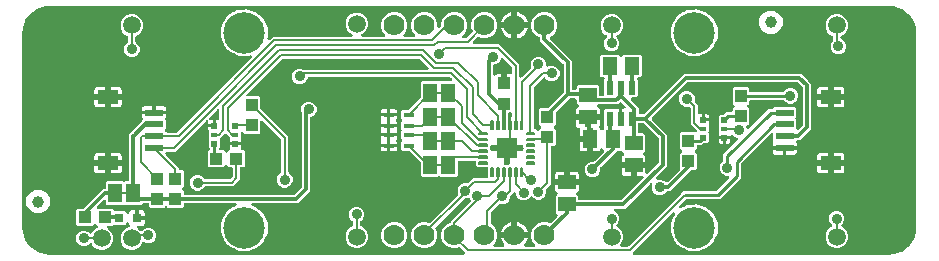
<source format=gbr>
G04 EAGLE Gerber RS-274X export*
G75*
%MOMM*%
%FSLAX34Y34*%
%LPD*%
%INTop Copper*%
%IPPOS*%
%AMOC8*
5,1,8,0,0,1.08239X$1,22.5*%
G01*
%ADD10R,1.500000X1.240000*%
%ADD11R,1.000000X1.075000*%
%ADD12C,1.778000*%
%ADD13C,3.516000*%
%ADD14R,1.550000X0.600000*%
%ADD15R,1.800000X1.200000*%
%ADD16C,1.000000*%
%ADD17R,0.800000X0.800000*%
%ADD18R,1.075000X1.000000*%
%ADD19R,1.168400X1.600200*%
%ADD20R,0.635000X0.203200*%
%ADD21R,1.240000X1.500000*%
%ADD22R,0.550000X1.200000*%
%ADD23R,0.500000X0.500000*%
%ADD24R,0.500000X0.400000*%
%ADD25C,0.140000*%
%ADD26R,1.778000X1.778000*%
%ADD27R,0.900000X0.450000*%
%ADD28C,1.500000*%
%ADD29C,0.203200*%
%ADD30C,0.906400*%
%ADD31C,0.254000*%
%ADD32C,0.304800*%
%ADD33C,0.889000*%

G36*
X-4699Y-105392D02*
X-4699Y-105392D01*
X-4560Y-105379D01*
X-4541Y-105372D01*
X-4521Y-105369D01*
X-4392Y-105318D01*
X-4261Y-105271D01*
X-4244Y-105260D01*
X-4225Y-105252D01*
X-4113Y-105171D01*
X-3998Y-105093D01*
X-3984Y-105077D01*
X-3968Y-105066D01*
X-3879Y-104958D01*
X-3787Y-104854D01*
X-3778Y-104836D01*
X-3765Y-104821D01*
X-3706Y-104695D01*
X-3643Y-104571D01*
X-3638Y-104551D01*
X-3630Y-104533D01*
X-3604Y-104397D01*
X-3573Y-104261D01*
X-3574Y-104240D01*
X-3570Y-104221D01*
X-3578Y-104082D01*
X-3583Y-103943D01*
X-3588Y-103923D01*
X-3590Y-103903D01*
X-3632Y-103771D01*
X-3671Y-103637D01*
X-3681Y-103620D01*
X-3688Y-103601D01*
X-3762Y-103483D01*
X-3833Y-103363D01*
X-3851Y-103342D01*
X-3858Y-103332D01*
X-3873Y-103318D01*
X-3939Y-103243D01*
X-7687Y-99494D01*
X-7711Y-99476D01*
X-7730Y-99454D01*
X-7836Y-99379D01*
X-7938Y-99299D01*
X-7966Y-99288D01*
X-7990Y-99271D01*
X-8111Y-99225D01*
X-8230Y-99173D01*
X-8259Y-99168D01*
X-8287Y-99158D01*
X-8416Y-99144D01*
X-8544Y-99123D01*
X-8574Y-99126D01*
X-8603Y-99123D01*
X-8732Y-99141D01*
X-8861Y-99153D01*
X-8889Y-99163D01*
X-8918Y-99167D01*
X-9070Y-99219D01*
X-10527Y-99823D01*
X-14873Y-99823D01*
X-18887Y-98160D01*
X-21960Y-95087D01*
X-23623Y-91073D01*
X-23623Y-86727D01*
X-21960Y-82713D01*
X-18887Y-79640D01*
X-16532Y-78665D01*
X-16507Y-78650D01*
X-16479Y-78641D01*
X-16418Y-78602D01*
X-16407Y-78598D01*
X-16379Y-78578D01*
X-16369Y-78572D01*
X-16256Y-78507D01*
X-16235Y-78487D01*
X-16210Y-78471D01*
X-16163Y-78421D01*
X-16149Y-78411D01*
X-16118Y-78374D01*
X-16028Y-78286D01*
X-16012Y-78261D01*
X-15992Y-78239D01*
X-15962Y-78185D01*
X-15947Y-78166D01*
X-15921Y-78112D01*
X-15861Y-78015D01*
X-15853Y-77987D01*
X-15838Y-77961D01*
X-15825Y-77908D01*
X-15811Y-77879D01*
X-15797Y-77807D01*
X-15768Y-77711D01*
X-15766Y-77681D01*
X-15759Y-77653D01*
X-15755Y-77583D01*
X-15751Y-77566D01*
X-15752Y-77549D01*
X-15749Y-77492D01*
X-15749Y-77477D01*
X-13591Y-75320D01*
X787Y-60942D01*
X805Y-60918D01*
X827Y-60899D01*
X902Y-60793D01*
X982Y-60690D01*
X994Y-60663D01*
X1011Y-60639D01*
X1057Y-60518D01*
X1108Y-60398D01*
X1113Y-60369D01*
X1123Y-60342D01*
X1138Y-60213D01*
X1158Y-60084D01*
X1155Y-60055D01*
X1159Y-60026D01*
X1140Y-59897D01*
X1128Y-59768D01*
X1118Y-59740D01*
X1114Y-59711D01*
X1062Y-59558D01*
X427Y-58026D01*
X369Y-57923D01*
X316Y-57816D01*
X290Y-57785D01*
X270Y-57750D01*
X187Y-57665D01*
X110Y-57574D01*
X77Y-57551D01*
X49Y-57522D01*
X-53Y-57460D01*
X-150Y-57391D01*
X-188Y-57377D01*
X-222Y-57356D01*
X-336Y-57320D01*
X-448Y-57278D01*
X-488Y-57274D01*
X-526Y-57262D01*
X-645Y-57256D01*
X-764Y-57243D01*
X-804Y-57249D01*
X-844Y-57247D01*
X-960Y-57271D01*
X-1079Y-57287D01*
X-1136Y-57307D01*
X-1156Y-57311D01*
X-1174Y-57320D01*
X-1231Y-57340D01*
X-2149Y-57720D01*
X-3725Y-57720D01*
X-3824Y-57732D01*
X-3923Y-57735D01*
X-3981Y-57752D01*
X-4041Y-57760D01*
X-4133Y-57796D01*
X-4228Y-57824D01*
X-4280Y-57854D01*
X-4337Y-57877D01*
X-4417Y-57935D01*
X-4502Y-57985D01*
X-4578Y-58052D01*
X-4594Y-58064D01*
X-4602Y-58073D01*
X-4623Y-58092D01*
X-28359Y-81827D01*
X-28377Y-81851D01*
X-28399Y-81870D01*
X-28474Y-81976D01*
X-28554Y-82079D01*
X-28566Y-82106D01*
X-28582Y-82130D01*
X-28628Y-82251D01*
X-28680Y-82371D01*
X-28685Y-82400D01*
X-28695Y-82427D01*
X-28710Y-82556D01*
X-28730Y-82685D01*
X-28727Y-82714D01*
X-28730Y-82743D01*
X-28712Y-82872D01*
X-28700Y-83001D01*
X-28690Y-83029D01*
X-28686Y-83058D01*
X-28634Y-83211D01*
X-27177Y-86727D01*
X-27177Y-91073D01*
X-28840Y-95087D01*
X-31913Y-98160D01*
X-35927Y-99823D01*
X-40273Y-99823D01*
X-44287Y-98160D01*
X-47360Y-95087D01*
X-49023Y-91073D01*
X-49023Y-86727D01*
X-47360Y-82713D01*
X-44287Y-79640D01*
X-40273Y-77977D01*
X-35927Y-77977D01*
X-34734Y-78472D01*
X-34706Y-78479D01*
X-34679Y-78493D01*
X-34552Y-78521D01*
X-34427Y-78555D01*
X-34398Y-78556D01*
X-34369Y-78562D01*
X-34239Y-78558D01*
X-34109Y-78561D01*
X-34081Y-78554D01*
X-34051Y-78553D01*
X-33927Y-78517D01*
X-33800Y-78486D01*
X-33774Y-78473D01*
X-33746Y-78464D01*
X-33634Y-78398D01*
X-33519Y-78338D01*
X-33497Y-78318D01*
X-33472Y-78303D01*
X-33351Y-78196D01*
X-9915Y-54761D01*
X-9897Y-54737D01*
X-9875Y-54718D01*
X-9800Y-54612D01*
X-9720Y-54509D01*
X-9708Y-54482D01*
X-9691Y-54458D01*
X-9645Y-54337D01*
X-9594Y-54218D01*
X-9589Y-54188D01*
X-9579Y-54161D01*
X-9564Y-54032D01*
X-9544Y-53903D01*
X-9547Y-53874D01*
X-9543Y-53845D01*
X-9562Y-53716D01*
X-9574Y-53587D01*
X-9584Y-53559D01*
X-9588Y-53530D01*
X-9640Y-53377D01*
X-10020Y-52461D01*
X-10020Y-49849D01*
X-9020Y-47437D01*
X-7173Y-45590D01*
X-4761Y-44590D01*
X-2093Y-44590D01*
X-2081Y-44593D01*
X-1956Y-44627D01*
X-1927Y-44628D01*
X-1898Y-44634D01*
X-1768Y-44630D01*
X-1638Y-44632D01*
X-1609Y-44625D01*
X-1580Y-44625D01*
X-1455Y-44588D01*
X-1329Y-44558D01*
X-1303Y-44544D01*
X-1274Y-44536D01*
X-1163Y-44470D01*
X-1048Y-44410D01*
X-1026Y-44390D01*
X-1000Y-44375D01*
X-879Y-44268D01*
X2902Y-40486D01*
X14548Y-40486D01*
X14666Y-40471D01*
X14785Y-40464D01*
X14823Y-40452D01*
X14864Y-40447D01*
X14974Y-40403D01*
X15087Y-40366D01*
X15122Y-40344D01*
X15159Y-40330D01*
X15255Y-40260D01*
X15356Y-40196D01*
X15384Y-40166D01*
X15417Y-40143D01*
X15493Y-40051D01*
X15574Y-39964D01*
X15594Y-39929D01*
X15619Y-39898D01*
X15670Y-39790D01*
X15728Y-39686D01*
X15738Y-39647D01*
X15755Y-39610D01*
X15777Y-39493D01*
X15807Y-39378D01*
X15811Y-39318D01*
X15815Y-39298D01*
X15813Y-39277D01*
X15817Y-39217D01*
X15817Y-32442D01*
X15802Y-32324D01*
X15795Y-32205D01*
X15782Y-32167D01*
X15777Y-32126D01*
X15734Y-32016D01*
X15697Y-31903D01*
X15675Y-31868D01*
X15660Y-31831D01*
X15591Y-31735D01*
X15527Y-31634D01*
X15497Y-31606D01*
X15474Y-31573D01*
X15382Y-31497D01*
X15295Y-31416D01*
X15260Y-31396D01*
X15229Y-31371D01*
X15121Y-31320D01*
X15017Y-31262D01*
X14977Y-31252D01*
X14941Y-31235D01*
X14824Y-31213D01*
X14709Y-31183D01*
X14649Y-31179D01*
X14629Y-31175D01*
X14608Y-31177D01*
X14548Y-31173D01*
X7318Y-31173D01*
X5717Y-29572D01*
X5717Y-27058D01*
X5702Y-26940D01*
X5695Y-26821D01*
X5682Y-26783D01*
X5677Y-26742D01*
X5634Y-26632D01*
X5597Y-26519D01*
X5575Y-26484D01*
X5560Y-26447D01*
X5491Y-26351D01*
X5427Y-26250D01*
X5397Y-26222D01*
X5374Y-26189D01*
X5282Y-26113D01*
X5195Y-26032D01*
X5160Y-26012D01*
X5129Y-25987D01*
X5021Y-25936D01*
X4917Y-25878D01*
X4877Y-25868D01*
X4841Y-25851D01*
X4724Y-25829D01*
X4609Y-25799D01*
X4549Y-25795D01*
X4529Y-25791D01*
X4508Y-25793D01*
X4448Y-25789D01*
X-8636Y-25789D01*
X-8754Y-25804D01*
X-8873Y-25811D01*
X-8911Y-25824D01*
X-8952Y-25829D01*
X-9062Y-25872D01*
X-9175Y-25909D01*
X-9210Y-25931D01*
X-9247Y-25946D01*
X-9343Y-26015D01*
X-9444Y-26079D01*
X-9472Y-26109D01*
X-9505Y-26132D01*
X-9581Y-26224D01*
X-9662Y-26311D01*
X-9682Y-26346D01*
X-9707Y-26377D01*
X-9758Y-26485D01*
X-9816Y-26589D01*
X-9826Y-26629D01*
X-9843Y-26665D01*
X-9865Y-26782D01*
X-9895Y-26897D01*
X-9899Y-26957D01*
X-9903Y-26977D01*
X-9901Y-26998D01*
X-9905Y-27058D01*
X-9905Y-38053D01*
X-11096Y-39244D01*
X-24464Y-39244D01*
X-24502Y-39205D01*
X-24597Y-39132D01*
X-24686Y-39053D01*
X-24722Y-39035D01*
X-24754Y-39010D01*
X-24863Y-38963D01*
X-24969Y-38909D01*
X-25009Y-38900D01*
X-25046Y-38884D01*
X-25163Y-38865D01*
X-25279Y-38839D01*
X-25320Y-38840D01*
X-25360Y-38834D01*
X-25478Y-38845D01*
X-25597Y-38849D01*
X-25636Y-38860D01*
X-25676Y-38864D01*
X-25789Y-38904D01*
X-25903Y-38937D01*
X-25937Y-38958D01*
X-25976Y-38971D01*
X-26074Y-39038D01*
X-26177Y-39099D01*
X-26222Y-39139D01*
X-26239Y-39150D01*
X-26252Y-39165D01*
X-26297Y-39205D01*
X-26336Y-39244D01*
X-39704Y-39244D01*
X-40895Y-38053D01*
X-40895Y-28133D01*
X-40907Y-28034D01*
X-40910Y-27935D01*
X-40927Y-27877D01*
X-40935Y-27817D01*
X-40971Y-27725D01*
X-40999Y-27630D01*
X-41029Y-27578D01*
X-41052Y-27521D01*
X-41110Y-27441D01*
X-41160Y-27356D01*
X-41226Y-27281D01*
X-41238Y-27264D01*
X-41248Y-27256D01*
X-41266Y-27235D01*
X-50847Y-17654D01*
X-50925Y-17594D01*
X-50997Y-17526D01*
X-51050Y-17497D01*
X-51098Y-17460D01*
X-51189Y-17420D01*
X-51276Y-17372D01*
X-51335Y-17357D01*
X-51390Y-17333D01*
X-51488Y-17318D01*
X-51584Y-17293D01*
X-51684Y-17287D01*
X-51704Y-17283D01*
X-51717Y-17285D01*
X-51745Y-17283D01*
X-56532Y-17283D01*
X-57723Y-16092D01*
X-57723Y-9908D01*
X-57212Y-9398D01*
X-57139Y-9304D01*
X-57060Y-9214D01*
X-57042Y-9178D01*
X-57017Y-9146D01*
X-56970Y-9037D01*
X-56916Y-8931D01*
X-56907Y-8892D01*
X-56891Y-8854D01*
X-56872Y-8737D01*
X-56846Y-8621D01*
X-56847Y-8580D01*
X-56841Y-8540D01*
X-56852Y-8422D01*
X-56856Y-8303D01*
X-56867Y-8264D01*
X-56871Y-8224D01*
X-56911Y-8112D01*
X-56944Y-7997D01*
X-56965Y-7962D01*
X-56978Y-7924D01*
X-57045Y-7826D01*
X-57106Y-7723D01*
X-57146Y-7678D01*
X-57157Y-7661D01*
X-57172Y-7648D01*
X-57212Y-7603D01*
X-57723Y-7092D01*
X-57723Y-908D01*
X-57712Y-898D01*
X-57639Y-803D01*
X-57560Y-714D01*
X-57542Y-678D01*
X-57517Y-646D01*
X-57470Y-537D01*
X-57416Y-431D01*
X-57407Y-391D01*
X-57391Y-354D01*
X-57372Y-237D01*
X-57346Y-121D01*
X-57347Y-80D01*
X-57341Y-40D01*
X-57352Y78D01*
X-57356Y197D01*
X-57367Y236D01*
X-57371Y276D01*
X-57411Y388D01*
X-57444Y503D01*
X-57465Y538D01*
X-57478Y576D01*
X-57545Y674D01*
X-57606Y777D01*
X-57646Y822D01*
X-57657Y839D01*
X-57672Y852D01*
X-57712Y898D01*
X-57723Y908D01*
X-57723Y7092D01*
X-57212Y7603D01*
X-57139Y7697D01*
X-57060Y7786D01*
X-57042Y7822D01*
X-57017Y7854D01*
X-56970Y7963D01*
X-56916Y8069D01*
X-56907Y8108D01*
X-56891Y8146D01*
X-56872Y8263D01*
X-56846Y8379D01*
X-56847Y8420D01*
X-56841Y8460D01*
X-56852Y8578D01*
X-56856Y8697D01*
X-56867Y8736D01*
X-56871Y8776D01*
X-56911Y8888D01*
X-56944Y9003D01*
X-56965Y9038D01*
X-56978Y9076D01*
X-57045Y9174D01*
X-57106Y9277D01*
X-57146Y9322D01*
X-57157Y9339D01*
X-57172Y9352D01*
X-57212Y9398D01*
X-57723Y9908D01*
X-57723Y16092D01*
X-56532Y17283D01*
X-51745Y17283D01*
X-51646Y17295D01*
X-51547Y17298D01*
X-51489Y17315D01*
X-51429Y17323D01*
X-51337Y17359D01*
X-51242Y17387D01*
X-51190Y17417D01*
X-51133Y17440D01*
X-51053Y17498D01*
X-50968Y17548D01*
X-50893Y17614D01*
X-50876Y17626D01*
X-50868Y17636D01*
X-50847Y17654D01*
X-41266Y27235D01*
X-41206Y27313D01*
X-41138Y27385D01*
X-41109Y27438D01*
X-41072Y27486D01*
X-41032Y27577D01*
X-40984Y27664D01*
X-40969Y27723D01*
X-40945Y27778D01*
X-40930Y27876D01*
X-40905Y27972D01*
X-40899Y28072D01*
X-40895Y28092D01*
X-40897Y28105D01*
X-40895Y28133D01*
X-40895Y40593D01*
X-39704Y41784D01*
X-26336Y41784D01*
X-26297Y41745D01*
X-26203Y41672D01*
X-26114Y41593D01*
X-26078Y41575D01*
X-26046Y41550D01*
X-25937Y41503D01*
X-25831Y41449D01*
X-25791Y41440D01*
X-25754Y41424D01*
X-25637Y41405D01*
X-25521Y41379D01*
X-25480Y41380D01*
X-25440Y41374D01*
X-25321Y41385D01*
X-25203Y41389D01*
X-25164Y41400D01*
X-25124Y41404D01*
X-25012Y41444D01*
X-24897Y41477D01*
X-24862Y41498D01*
X-24824Y41511D01*
X-24726Y41578D01*
X-24623Y41639D01*
X-24578Y41679D01*
X-24561Y41690D01*
X-24548Y41705D01*
X-24502Y41745D01*
X-24464Y41784D01*
X-16075Y41784D01*
X-15937Y41801D01*
X-15798Y41814D01*
X-15779Y41821D01*
X-15759Y41824D01*
X-15630Y41875D01*
X-15499Y41922D01*
X-15482Y41933D01*
X-15464Y41941D01*
X-15351Y42022D01*
X-15236Y42100D01*
X-15223Y42116D01*
X-15206Y42127D01*
X-15117Y42235D01*
X-15026Y42339D01*
X-15016Y42357D01*
X-15003Y42372D01*
X-14944Y42498D01*
X-14881Y42622D01*
X-14876Y42642D01*
X-14868Y42660D01*
X-14842Y42797D01*
X-14811Y42932D01*
X-14812Y42953D01*
X-14808Y42972D01*
X-14817Y43111D01*
X-14821Y43250D01*
X-14827Y43270D01*
X-14828Y43290D01*
X-14871Y43422D01*
X-14909Y43556D01*
X-14920Y43573D01*
X-14926Y43592D01*
X-15000Y43710D01*
X-15071Y43830D01*
X-15089Y43851D01*
X-15096Y43861D01*
X-15111Y43875D01*
X-15177Y43950D01*
X-16066Y44840D01*
X-16144Y44900D01*
X-16217Y44968D01*
X-16270Y44997D01*
X-16318Y45034D01*
X-16408Y45074D01*
X-16495Y45122D01*
X-16554Y45137D01*
X-16609Y45161D01*
X-16707Y45176D01*
X-16803Y45201D01*
X-16903Y45207D01*
X-16924Y45211D01*
X-16936Y45209D01*
X-16964Y45211D01*
X-135767Y45211D01*
X-135796Y45208D01*
X-135826Y45210D01*
X-135954Y45188D01*
X-136083Y45171D01*
X-136110Y45161D01*
X-136139Y45156D01*
X-136258Y45102D01*
X-136378Y45054D01*
X-136402Y45037D01*
X-136429Y45025D01*
X-136530Y44944D01*
X-136636Y44868D01*
X-136654Y44845D01*
X-136677Y44826D01*
X-136755Y44723D01*
X-136838Y44623D01*
X-136851Y44596D01*
X-136869Y44572D01*
X-136940Y44428D01*
X-137945Y42001D01*
X-139791Y40155D01*
X-142204Y39155D01*
X-144816Y39155D01*
X-147229Y40155D01*
X-149075Y42001D01*
X-150075Y44414D01*
X-150075Y47026D01*
X-149075Y49439D01*
X-147229Y51285D01*
X-144816Y52285D01*
X-142204Y52285D01*
X-140081Y51405D01*
X-140072Y51403D01*
X-140064Y51398D01*
X-139919Y51361D01*
X-139774Y51321D01*
X-139765Y51321D01*
X-139756Y51319D01*
X-139595Y51309D01*
X-35782Y51309D01*
X-35644Y51326D01*
X-35505Y51339D01*
X-35486Y51346D01*
X-35466Y51349D01*
X-35337Y51400D01*
X-35206Y51447D01*
X-35189Y51458D01*
X-35170Y51466D01*
X-35058Y51547D01*
X-34943Y51625D01*
X-34929Y51641D01*
X-34913Y51652D01*
X-34824Y51760D01*
X-34732Y51864D01*
X-34723Y51882D01*
X-34710Y51897D01*
X-34651Y52023D01*
X-34588Y52147D01*
X-34583Y52167D01*
X-34575Y52185D01*
X-34549Y52321D01*
X-34518Y52457D01*
X-34519Y52478D01*
X-34515Y52497D01*
X-34524Y52636D01*
X-34528Y52775D01*
X-34533Y52795D01*
X-34535Y52815D01*
X-34578Y52947D01*
X-34616Y53081D01*
X-34626Y53098D01*
X-34633Y53117D01*
X-34707Y53235D01*
X-34778Y53355D01*
X-34796Y53376D01*
X-34803Y53386D01*
X-34818Y53400D01*
X-34884Y53475D01*
X-41742Y60334D01*
X-41820Y60394D01*
X-41893Y60462D01*
X-41946Y60491D01*
X-41993Y60528D01*
X-42084Y60568D01*
X-42171Y60616D01*
X-42230Y60631D01*
X-42285Y60655D01*
X-42383Y60670D01*
X-42479Y60695D01*
X-42579Y60701D01*
X-42599Y60705D01*
X-42612Y60703D01*
X-42640Y60705D01*
X-157977Y60705D01*
X-158076Y60693D01*
X-158175Y60690D01*
X-158233Y60673D01*
X-158293Y60665D01*
X-158385Y60629D01*
X-158480Y60601D01*
X-158532Y60571D01*
X-158589Y60548D01*
X-158669Y60490D01*
X-158754Y60440D01*
X-158829Y60374D01*
X-158846Y60362D01*
X-158854Y60352D01*
X-158875Y60334D01*
X-188434Y30774D01*
X-188519Y30665D01*
X-188608Y30558D01*
X-188616Y30539D01*
X-188629Y30523D01*
X-188684Y30395D01*
X-188743Y30270D01*
X-188747Y30250D01*
X-188755Y30231D01*
X-188777Y30093D01*
X-188803Y29957D01*
X-188802Y29937D01*
X-188805Y29917D01*
X-188792Y29778D01*
X-188783Y29640D01*
X-188777Y29621D01*
X-188775Y29601D01*
X-188728Y29469D01*
X-188685Y29338D01*
X-188675Y29320D01*
X-188668Y29301D01*
X-188590Y29186D01*
X-188515Y29069D01*
X-188500Y29055D01*
X-188489Y29038D01*
X-188385Y28946D01*
X-188284Y28851D01*
X-188266Y28841D01*
X-188251Y28828D01*
X-188127Y28764D01*
X-188005Y28697D01*
X-187986Y28692D01*
X-187967Y28683D01*
X-187832Y28653D01*
X-187697Y28618D01*
X-187669Y28616D01*
X-187657Y28613D01*
X-187637Y28614D01*
X-187536Y28608D01*
X-178308Y28608D01*
X-177117Y27417D01*
X-177117Y19005D01*
X-177105Y18906D01*
X-177102Y18807D01*
X-177085Y18749D01*
X-177077Y18689D01*
X-177041Y18597D01*
X-177013Y18502D01*
X-176983Y18450D01*
X-176960Y18393D01*
X-176902Y18313D01*
X-176852Y18228D01*
X-176786Y18153D01*
X-176774Y18136D01*
X-176764Y18128D01*
X-176746Y18107D01*
X-155319Y-3320D01*
X-153161Y-5477D01*
X-153161Y-35219D01*
X-153158Y-35249D01*
X-153160Y-35278D01*
X-153138Y-35406D01*
X-153121Y-35535D01*
X-153111Y-35562D01*
X-153105Y-35591D01*
X-153052Y-35710D01*
X-153004Y-35830D01*
X-152987Y-35854D01*
X-152975Y-35881D01*
X-152894Y-35983D01*
X-152818Y-36088D01*
X-152795Y-36107D01*
X-152776Y-36130D01*
X-152673Y-36208D01*
X-152573Y-36291D01*
X-152546Y-36303D01*
X-152522Y-36321D01*
X-152508Y-36328D01*
X-150645Y-38191D01*
X-149645Y-40604D01*
X-149645Y-43216D01*
X-150645Y-45629D01*
X-152491Y-47475D01*
X-154904Y-48475D01*
X-157516Y-48475D01*
X-159929Y-47475D01*
X-161775Y-45629D01*
X-162775Y-43216D01*
X-162775Y-40604D01*
X-161775Y-38191D01*
X-159889Y-36305D01*
X-159879Y-36299D01*
X-159766Y-36234D01*
X-159745Y-36214D01*
X-159720Y-36198D01*
X-159631Y-36103D01*
X-159538Y-36013D01*
X-159522Y-35988D01*
X-159502Y-35966D01*
X-159439Y-35853D01*
X-159371Y-35742D01*
X-159363Y-35714D01*
X-159348Y-35688D01*
X-159316Y-35562D01*
X-159278Y-35438D01*
X-159276Y-35409D01*
X-159269Y-35380D01*
X-159259Y-35219D01*
X-159259Y-8529D01*
X-159271Y-8430D01*
X-159274Y-8331D01*
X-159291Y-8273D01*
X-159299Y-8213D01*
X-159335Y-8121D01*
X-159363Y-8026D01*
X-159393Y-7974D01*
X-159416Y-7917D01*
X-159474Y-7837D01*
X-159524Y-7752D01*
X-159590Y-7677D01*
X-159602Y-7660D01*
X-159612Y-7652D01*
X-159630Y-7631D01*
X-174951Y7689D01*
X-175060Y7774D01*
X-175167Y7863D01*
X-175186Y7871D01*
X-175202Y7884D01*
X-175330Y7939D01*
X-175455Y7998D01*
X-175475Y8002D01*
X-175494Y8010D01*
X-175632Y8032D01*
X-175768Y8058D01*
X-175788Y8057D01*
X-175808Y8060D01*
X-175947Y8047D01*
X-176085Y8038D01*
X-176104Y8032D01*
X-176124Y8030D01*
X-176256Y7983D01*
X-176387Y7940D01*
X-176405Y7930D01*
X-176424Y7923D01*
X-176539Y7845D01*
X-176656Y7770D01*
X-176670Y7755D01*
X-176687Y7744D01*
X-176779Y7640D01*
X-176874Y7539D01*
X-176884Y7521D01*
X-176897Y7506D01*
X-176961Y7382D01*
X-177028Y7260D01*
X-177033Y7241D01*
X-177042Y7222D01*
X-177072Y7087D01*
X-177107Y6952D01*
X-177109Y6924D01*
X-177112Y6912D01*
X-177111Y6892D01*
X-177117Y6791D01*
X-177117Y-2017D01*
X-178308Y-3208D01*
X-189992Y-3208D01*
X-191311Y-1889D01*
X-191420Y-1804D01*
X-191527Y-1715D01*
X-191546Y-1707D01*
X-191562Y-1694D01*
X-191690Y-1639D01*
X-191815Y-1580D01*
X-191835Y-1576D01*
X-191854Y-1568D01*
X-191992Y-1546D01*
X-192128Y-1520D01*
X-192148Y-1521D01*
X-192168Y-1518D01*
X-192307Y-1531D01*
X-192445Y-1540D01*
X-192464Y-1546D01*
X-192484Y-1548D01*
X-192616Y-1595D01*
X-192747Y-1638D01*
X-192765Y-1649D01*
X-192784Y-1655D01*
X-192899Y-1734D01*
X-193016Y-1808D01*
X-193030Y-1823D01*
X-193047Y-1834D01*
X-193139Y-1938D01*
X-193234Y-2040D01*
X-193244Y-2057D01*
X-193257Y-2072D01*
X-193321Y-2197D01*
X-193388Y-2318D01*
X-193393Y-2338D01*
X-193402Y-2356D01*
X-193432Y-2492D01*
X-193467Y-2626D01*
X-193469Y-2654D01*
X-193472Y-2666D01*
X-193471Y-2686D01*
X-193477Y-2787D01*
X-193477Y-6909D01*
X-193466Y-7001D01*
X-193464Y-7093D01*
X-193446Y-7158D01*
X-193437Y-7225D01*
X-193403Y-7311D01*
X-193379Y-7400D01*
X-193327Y-7505D01*
X-193320Y-7520D01*
X-193315Y-7527D01*
X-193307Y-7544D01*
X-193142Y-7829D01*
X-192969Y-8476D01*
X-192969Y-10041D01*
X-198010Y-10041D01*
X-203051Y-10041D01*
X-203051Y-8476D01*
X-202878Y-7829D01*
X-202713Y-7544D01*
X-202677Y-7459D01*
X-202632Y-7378D01*
X-202616Y-7313D01*
X-202590Y-7251D01*
X-202576Y-7159D01*
X-202553Y-7070D01*
X-202546Y-6953D01*
X-202543Y-6936D01*
X-202544Y-6928D01*
X-202543Y-6909D01*
X-202543Y-6765D01*
X-202555Y-6666D01*
X-202558Y-6567D01*
X-202575Y-6509D01*
X-202583Y-6449D01*
X-202619Y-6357D01*
X-202647Y-6262D01*
X-202677Y-6210D01*
X-202700Y-6153D01*
X-202758Y-6073D01*
X-202808Y-5988D01*
X-202874Y-5913D01*
X-202886Y-5896D01*
X-202896Y-5888D01*
X-202915Y-5867D01*
X-204080Y-4702D01*
X-204080Y-4701D01*
X-205604Y-3177D01*
X-205699Y-3104D01*
X-205788Y-3025D01*
X-205824Y-3007D01*
X-205856Y-2982D01*
X-205965Y-2935D01*
X-206071Y-2881D01*
X-206110Y-2872D01*
X-206148Y-2856D01*
X-206265Y-2837D01*
X-206381Y-2811D01*
X-206422Y-2812D01*
X-206462Y-2806D01*
X-206580Y-2817D01*
X-206699Y-2821D01*
X-206738Y-2832D01*
X-206778Y-2836D01*
X-206891Y-2876D01*
X-207005Y-2909D01*
X-207039Y-2930D01*
X-207078Y-2943D01*
X-207176Y-3010D01*
X-207279Y-3071D01*
X-207324Y-3111D01*
X-207341Y-3122D01*
X-207354Y-3137D01*
X-207399Y-3177D01*
X-207643Y-3420D01*
X-211106Y-6883D01*
X-211166Y-6961D01*
X-211234Y-7033D01*
X-211263Y-7086D01*
X-211300Y-7134D01*
X-211340Y-7225D01*
X-211388Y-7312D01*
X-211403Y-7370D01*
X-211427Y-7426D01*
X-211442Y-7524D01*
X-211467Y-7620D01*
X-211473Y-7720D01*
X-211477Y-7740D01*
X-211475Y-7753D01*
X-211477Y-7781D01*
X-211477Y-14652D01*
X-211756Y-14930D01*
X-211841Y-15040D01*
X-211930Y-15147D01*
X-211938Y-15166D01*
X-211951Y-15182D01*
X-212006Y-15310D01*
X-212065Y-15435D01*
X-212069Y-15455D01*
X-212077Y-15474D01*
X-212099Y-15612D01*
X-212125Y-15748D01*
X-212124Y-15768D01*
X-212127Y-15788D01*
X-212114Y-15927D01*
X-212105Y-16065D01*
X-212099Y-16084D01*
X-212097Y-16104D01*
X-212050Y-16235D01*
X-212007Y-16367D01*
X-211996Y-16385D01*
X-211990Y-16404D01*
X-211912Y-16518D01*
X-211837Y-16636D01*
X-211822Y-16650D01*
X-211811Y-16667D01*
X-211707Y-16759D01*
X-211605Y-16854D01*
X-211588Y-16864D01*
X-211573Y-16877D01*
X-211449Y-16940D01*
X-211327Y-17008D01*
X-211307Y-17013D01*
X-211289Y-17022D01*
X-211153Y-17052D01*
X-211019Y-17087D01*
X-210991Y-17089D01*
X-210979Y-17092D01*
X-210959Y-17091D01*
X-210858Y-17097D01*
X-208023Y-17097D01*
X-206638Y-18483D01*
X-206543Y-18556D01*
X-206454Y-18635D01*
X-206418Y-18653D01*
X-206386Y-18678D01*
X-206277Y-18725D01*
X-206171Y-18779D01*
X-206132Y-18788D01*
X-206094Y-18804D01*
X-205977Y-18823D01*
X-205861Y-18849D01*
X-205820Y-18848D01*
X-205780Y-18854D01*
X-205662Y-18843D01*
X-205543Y-18839D01*
X-205504Y-18828D01*
X-205464Y-18824D01*
X-205351Y-18784D01*
X-205237Y-18751D01*
X-205203Y-18730D01*
X-205164Y-18717D01*
X-205066Y-18650D01*
X-204963Y-18589D01*
X-204918Y-18549D01*
X-204901Y-18538D01*
X-204888Y-18523D01*
X-204843Y-18483D01*
X-203410Y-17050D01*
X-203306Y-17009D01*
X-203181Y-16965D01*
X-203158Y-16950D01*
X-203133Y-16940D01*
X-203026Y-16863D01*
X-202916Y-16789D01*
X-202898Y-16769D01*
X-202876Y-16754D01*
X-202791Y-16652D01*
X-202703Y-16553D01*
X-202690Y-16529D01*
X-202673Y-16509D01*
X-202617Y-16389D01*
X-202555Y-16272D01*
X-202549Y-16245D01*
X-202537Y-16221D01*
X-202512Y-16091D01*
X-202482Y-15962D01*
X-202483Y-15935D01*
X-202478Y-15909D01*
X-202486Y-15777D01*
X-202488Y-15644D01*
X-202496Y-15618D01*
X-202497Y-15591D01*
X-202538Y-15465D01*
X-202574Y-15338D01*
X-202591Y-15303D01*
X-202595Y-15289D01*
X-202607Y-15270D01*
X-202645Y-15193D01*
X-202878Y-14791D01*
X-203051Y-14144D01*
X-203051Y-12579D01*
X-198010Y-12579D01*
X-192969Y-12579D01*
X-192969Y-14144D01*
X-193142Y-14791D01*
X-193375Y-15193D01*
X-193426Y-15316D01*
X-193483Y-15435D01*
X-193488Y-15462D01*
X-193498Y-15487D01*
X-193518Y-15618D01*
X-193542Y-15748D01*
X-193541Y-15774D01*
X-193545Y-15801D01*
X-193531Y-15933D01*
X-193523Y-16065D01*
X-193514Y-16091D01*
X-193512Y-16117D01*
X-193465Y-16241D01*
X-193425Y-16367D01*
X-193410Y-16390D01*
X-193401Y-16416D01*
X-193325Y-16524D01*
X-193254Y-16636D01*
X-193235Y-16655D01*
X-193219Y-16677D01*
X-193119Y-16763D01*
X-193023Y-16854D01*
X-192999Y-16867D01*
X-192979Y-16885D01*
X-192860Y-16944D01*
X-192744Y-17008D01*
X-192718Y-17014D01*
X-192694Y-17026D01*
X-192564Y-17054D01*
X-192436Y-17087D01*
X-192398Y-17089D01*
X-192383Y-17093D01*
X-192361Y-17092D01*
X-192276Y-17097D01*
X-191023Y-17097D01*
X-189832Y-18288D01*
X-189832Y-29972D01*
X-191023Y-31163D01*
X-192922Y-31163D01*
X-193040Y-31178D01*
X-193159Y-31185D01*
X-193197Y-31198D01*
X-193238Y-31203D01*
X-193348Y-31246D01*
X-193461Y-31283D01*
X-193496Y-31305D01*
X-193533Y-31320D01*
X-193629Y-31389D01*
X-193730Y-31453D01*
X-193758Y-31483D01*
X-193791Y-31506D01*
X-193867Y-31598D01*
X-193948Y-31685D01*
X-193968Y-31720D01*
X-193993Y-31751D01*
X-194044Y-31859D01*
X-194102Y-31963D01*
X-194112Y-32003D01*
X-194129Y-32039D01*
X-194151Y-32156D01*
X-194181Y-32271D01*
X-194185Y-32331D01*
X-194189Y-32351D01*
X-194187Y-32372D01*
X-194191Y-32432D01*
X-194191Y-41903D01*
X-199787Y-47499D01*
X-223179Y-47499D01*
X-223209Y-47502D01*
X-223238Y-47500D01*
X-223366Y-47522D01*
X-223495Y-47539D01*
X-223522Y-47549D01*
X-223551Y-47555D01*
X-223670Y-47608D01*
X-223790Y-47656D01*
X-223814Y-47673D01*
X-223841Y-47685D01*
X-223943Y-47766D01*
X-224048Y-47842D01*
X-224067Y-47865D01*
X-224090Y-47884D01*
X-224168Y-47987D01*
X-224251Y-48087D01*
X-224263Y-48114D01*
X-224281Y-48138D01*
X-224288Y-48152D01*
X-226151Y-50015D01*
X-228564Y-51015D01*
X-231176Y-51015D01*
X-233589Y-50015D01*
X-235435Y-48169D01*
X-236435Y-45756D01*
X-236435Y-43144D01*
X-235435Y-40731D01*
X-233589Y-38885D01*
X-231176Y-37885D01*
X-228564Y-37885D01*
X-226151Y-38885D01*
X-224265Y-40771D01*
X-224259Y-40781D01*
X-224194Y-40894D01*
X-224174Y-40915D01*
X-224158Y-40940D01*
X-224063Y-41029D01*
X-223973Y-41122D01*
X-223948Y-41138D01*
X-223926Y-41158D01*
X-223813Y-41221D01*
X-223702Y-41289D01*
X-223674Y-41297D01*
X-223648Y-41312D01*
X-223522Y-41344D01*
X-223398Y-41382D01*
X-223369Y-41384D01*
X-223340Y-41391D01*
X-223179Y-41401D01*
X-202839Y-41401D01*
X-202740Y-41389D01*
X-202641Y-41386D01*
X-202583Y-41369D01*
X-202523Y-41361D01*
X-202431Y-41325D01*
X-202336Y-41297D01*
X-202284Y-41267D01*
X-202227Y-41244D01*
X-202147Y-41186D01*
X-202062Y-41136D01*
X-201987Y-41070D01*
X-201970Y-41058D01*
X-201962Y-41048D01*
X-201941Y-41030D01*
X-200660Y-39749D01*
X-200600Y-39671D01*
X-200532Y-39599D01*
X-200503Y-39546D01*
X-200466Y-39498D01*
X-200426Y-39407D01*
X-200378Y-39320D01*
X-200363Y-39261D01*
X-200339Y-39206D01*
X-200324Y-39108D01*
X-200299Y-39012D01*
X-200293Y-38912D01*
X-200289Y-38892D01*
X-200291Y-38879D01*
X-200289Y-38851D01*
X-200289Y-32432D01*
X-200304Y-32314D01*
X-200311Y-32195D01*
X-200324Y-32157D01*
X-200329Y-32116D01*
X-200372Y-32006D01*
X-200409Y-31893D01*
X-200431Y-31858D01*
X-200446Y-31821D01*
X-200515Y-31725D01*
X-200579Y-31624D01*
X-200609Y-31596D01*
X-200632Y-31563D01*
X-200724Y-31487D01*
X-200811Y-31406D01*
X-200846Y-31386D01*
X-200877Y-31361D01*
X-200985Y-31310D01*
X-201089Y-31252D01*
X-201129Y-31242D01*
X-201165Y-31225D01*
X-201282Y-31203D01*
X-201397Y-31173D01*
X-201457Y-31169D01*
X-201477Y-31165D01*
X-201498Y-31167D01*
X-201558Y-31163D01*
X-203457Y-31163D01*
X-204843Y-29777D01*
X-204937Y-29704D01*
X-205026Y-29625D01*
X-205062Y-29607D01*
X-205094Y-29582D01*
X-205203Y-29535D01*
X-205309Y-29481D01*
X-205348Y-29472D01*
X-205386Y-29456D01*
X-205503Y-29437D01*
X-205619Y-29411D01*
X-205660Y-29412D01*
X-205700Y-29406D01*
X-205818Y-29417D01*
X-205937Y-29421D01*
X-205976Y-29432D01*
X-206016Y-29436D01*
X-206128Y-29476D01*
X-206243Y-29509D01*
X-206278Y-29530D01*
X-206316Y-29543D01*
X-206414Y-29610D01*
X-206517Y-29671D01*
X-206562Y-29711D01*
X-206579Y-29722D01*
X-206592Y-29737D01*
X-206638Y-29777D01*
X-208023Y-31163D01*
X-220457Y-31163D01*
X-221648Y-29972D01*
X-221648Y-18288D01*
X-220175Y-16815D01*
X-220102Y-16721D01*
X-220023Y-16632D01*
X-220005Y-16596D01*
X-219980Y-16564D01*
X-219932Y-16454D01*
X-219878Y-16348D01*
X-219870Y-16309D01*
X-219853Y-16272D01*
X-219835Y-16154D01*
X-219809Y-16038D01*
X-219810Y-15998D01*
X-219804Y-15958D01*
X-219815Y-15839D01*
X-219818Y-15720D01*
X-219830Y-15681D01*
X-219833Y-15641D01*
X-219874Y-15529D01*
X-219907Y-15415D01*
X-219927Y-15380D01*
X-219941Y-15342D01*
X-220008Y-15243D01*
X-220068Y-15141D01*
X-220108Y-15096D01*
X-220120Y-15079D01*
X-220135Y-15065D01*
X-220175Y-15020D01*
X-220543Y-14652D01*
X-220543Y-7853D01*
X-220540Y-7847D01*
X-220486Y-7741D01*
X-220477Y-7701D01*
X-220461Y-7664D01*
X-220442Y-7547D01*
X-220416Y-7430D01*
X-220417Y-7390D01*
X-220411Y-7350D01*
X-220422Y-7232D01*
X-220426Y-7113D01*
X-220437Y-7074D01*
X-220441Y-7034D01*
X-220481Y-6921D01*
X-220514Y-6807D01*
X-220535Y-6772D01*
X-220543Y-6750D01*
X-220543Y-711D01*
X-220554Y-619D01*
X-220556Y-527D01*
X-220574Y-462D01*
X-220583Y-395D01*
X-220617Y-309D01*
X-220641Y-220D01*
X-220693Y-115D01*
X-220700Y-100D01*
X-220705Y-93D01*
X-220713Y-76D01*
X-220878Y209D01*
X-221051Y856D01*
X-221051Y2421D01*
X-216010Y2421D01*
X-215892Y2436D01*
X-215773Y2443D01*
X-215735Y2455D01*
X-215695Y2460D01*
X-215584Y2504D01*
X-215471Y2541D01*
X-215437Y2563D01*
X-215399Y2577D01*
X-215303Y2647D01*
X-215202Y2711D01*
X-215202Y2712D01*
X-215174Y2741D01*
X-215142Y2764D01*
X-215142Y2765D01*
X-215141Y2765D01*
X-215065Y2857D01*
X-214984Y2943D01*
X-214964Y2979D01*
X-214938Y3010D01*
X-214888Y3117D01*
X-214830Y3222D01*
X-214820Y3261D01*
X-214803Y3297D01*
X-214781Y3414D01*
X-214751Y3530D01*
X-214747Y3590D01*
X-214743Y3610D01*
X-214744Y3630D01*
X-214741Y3690D01*
X-214741Y8731D01*
X-213171Y8731D01*
X-213056Y8715D01*
X-212932Y8691D01*
X-212899Y8693D01*
X-212866Y8689D01*
X-212740Y8703D01*
X-212615Y8711D01*
X-212583Y8721D01*
X-212550Y8725D01*
X-212432Y8770D01*
X-212313Y8809D01*
X-212284Y8827D01*
X-212253Y8839D01*
X-212150Y8912D01*
X-212044Y8979D01*
X-212021Y9004D01*
X-211993Y9023D01*
X-211912Y9119D01*
X-211826Y9211D01*
X-211810Y9240D01*
X-211788Y9266D01*
X-211733Y9379D01*
X-211672Y9489D01*
X-211664Y9522D01*
X-211649Y9552D01*
X-211624Y9676D01*
X-211593Y9797D01*
X-211590Y9846D01*
X-211586Y9864D01*
X-211587Y9886D01*
X-211583Y9958D01*
X-211583Y16524D01*
X-211600Y16662D01*
X-211613Y16800D01*
X-211620Y16820D01*
X-211623Y16840D01*
X-211674Y16969D01*
X-211721Y17100D01*
X-211732Y17117D01*
X-211740Y17135D01*
X-211821Y17248D01*
X-211899Y17363D01*
X-211915Y17376D01*
X-211926Y17393D01*
X-212034Y17481D01*
X-212138Y17573D01*
X-212156Y17583D01*
X-212171Y17595D01*
X-212297Y17655D01*
X-212421Y17718D01*
X-212441Y17722D01*
X-212459Y17731D01*
X-212595Y17757D01*
X-212731Y17788D01*
X-212752Y17787D01*
X-212771Y17791D01*
X-212910Y17782D01*
X-213049Y17778D01*
X-213069Y17772D01*
X-213089Y17771D01*
X-213221Y17728D01*
X-213355Y17690D01*
X-213372Y17679D01*
X-213391Y17673D01*
X-213509Y17598D01*
X-213629Y17528D01*
X-213650Y17509D01*
X-213660Y17503D01*
X-213674Y17488D01*
X-213749Y17422D01*
X-219591Y11580D01*
X-219592Y11580D01*
X-220407Y10764D01*
X-220497Y10648D01*
X-220588Y10536D01*
X-220594Y10524D01*
X-220602Y10513D01*
X-220660Y10379D01*
X-220721Y10247D01*
X-220723Y10233D01*
X-220728Y10221D01*
X-220751Y10076D01*
X-220777Y9934D01*
X-220776Y9920D01*
X-220778Y9907D01*
X-220764Y9761D01*
X-220754Y9616D01*
X-220750Y9604D01*
X-220748Y9590D01*
X-220699Y9453D01*
X-220653Y9315D01*
X-220645Y9304D01*
X-220641Y9291D01*
X-220559Y9170D01*
X-220480Y9048D01*
X-220470Y9039D01*
X-220462Y9028D01*
X-220353Y8931D01*
X-220246Y8833D01*
X-220234Y8826D01*
X-220224Y8817D01*
X-220094Y8751D01*
X-219966Y8682D01*
X-219952Y8679D01*
X-219940Y8673D01*
X-219799Y8641D01*
X-219657Y8606D01*
X-219643Y8606D01*
X-219630Y8603D01*
X-219485Y8607D01*
X-219339Y8609D01*
X-219321Y8612D01*
X-219312Y8613D01*
X-219296Y8617D01*
X-219181Y8641D01*
X-218844Y8731D01*
X-217279Y8731D01*
X-217279Y4959D01*
X-221051Y4959D01*
X-221051Y6524D01*
X-220961Y6861D01*
X-220941Y7005D01*
X-220918Y7149D01*
X-220919Y7163D01*
X-220917Y7176D01*
X-220934Y7320D01*
X-220948Y7466D01*
X-220952Y7479D01*
X-220954Y7492D01*
X-221006Y7628D01*
X-221055Y7765D01*
X-221063Y7776D01*
X-221068Y7789D01*
X-221152Y7908D01*
X-221234Y8028D01*
X-221244Y8037D01*
X-221252Y8048D01*
X-221363Y8143D01*
X-221472Y8239D01*
X-221484Y8245D01*
X-221495Y8254D01*
X-221626Y8317D01*
X-221756Y8383D01*
X-221769Y8386D01*
X-221781Y8392D01*
X-221924Y8421D01*
X-222066Y8453D01*
X-222079Y8453D01*
X-222093Y8455D01*
X-222238Y8448D01*
X-222384Y8443D01*
X-222397Y8440D01*
X-222410Y8439D01*
X-222549Y8396D01*
X-222689Y8355D01*
X-222701Y8348D01*
X-222714Y8344D01*
X-222838Y8267D01*
X-222963Y8193D01*
X-222977Y8181D01*
X-222984Y8177D01*
X-222996Y8164D01*
X-223084Y8087D01*
X-247062Y-15891D01*
X-249220Y-18049D01*
X-255908Y-18049D01*
X-256026Y-18064D01*
X-256145Y-18071D01*
X-256183Y-18084D01*
X-256224Y-18089D01*
X-256334Y-18132D01*
X-256447Y-18169D01*
X-256482Y-18191D01*
X-256519Y-18206D01*
X-256615Y-18275D01*
X-256716Y-18339D01*
X-256744Y-18369D01*
X-256777Y-18392D01*
X-256853Y-18484D01*
X-256934Y-18571D01*
X-256954Y-18606D01*
X-256979Y-18637D01*
X-256985Y-18650D01*
X-257094Y-18759D01*
X-257167Y-18853D01*
X-257246Y-18942D01*
X-257264Y-18978D01*
X-257289Y-19010D01*
X-257337Y-19120D01*
X-257391Y-19226D01*
X-257400Y-19265D01*
X-257416Y-19302D01*
X-257434Y-19420D01*
X-257460Y-19536D01*
X-257459Y-19576D01*
X-257465Y-19616D01*
X-257454Y-19735D01*
X-257451Y-19854D01*
X-257439Y-19893D01*
X-257436Y-19933D01*
X-257395Y-20045D01*
X-257362Y-20159D01*
X-257342Y-20194D01*
X-257328Y-20232D01*
X-257261Y-20331D01*
X-257201Y-20433D01*
X-257161Y-20478D01*
X-257150Y-20495D01*
X-257134Y-20509D01*
X-257094Y-20554D01*
X-248029Y-29620D01*
X-245871Y-31777D01*
X-245871Y-32353D01*
X-245856Y-32471D01*
X-245849Y-32590D01*
X-245836Y-32628D01*
X-245831Y-32669D01*
X-245788Y-32779D01*
X-245751Y-32892D01*
X-245729Y-32927D01*
X-245714Y-32964D01*
X-245645Y-33060D01*
X-245581Y-33161D01*
X-245551Y-33189D01*
X-245528Y-33222D01*
X-245436Y-33298D01*
X-245349Y-33379D01*
X-245314Y-33399D01*
X-245283Y-33424D01*
X-245175Y-33475D01*
X-245071Y-33533D01*
X-245031Y-33543D01*
X-244995Y-33560D01*
X-244878Y-33582D01*
X-244763Y-33612D01*
X-244703Y-33616D01*
X-244683Y-33620D01*
X-244662Y-33618D01*
X-244602Y-33622D01*
X-243078Y-33622D01*
X-241887Y-34813D01*
X-241887Y-47247D01*
X-243273Y-48633D01*
X-243346Y-48727D01*
X-243425Y-48816D01*
X-243443Y-48852D01*
X-243468Y-48884D01*
X-243515Y-48993D01*
X-243569Y-49099D01*
X-243578Y-49138D01*
X-243594Y-49176D01*
X-243613Y-49293D01*
X-243639Y-49409D01*
X-243638Y-49450D01*
X-243644Y-49490D01*
X-243633Y-49608D01*
X-243629Y-49727D01*
X-243618Y-49766D01*
X-243614Y-49806D01*
X-243574Y-49918D01*
X-243541Y-50033D01*
X-243520Y-50068D01*
X-243507Y-50106D01*
X-243440Y-50204D01*
X-243379Y-50307D01*
X-243339Y-50352D01*
X-243328Y-50369D01*
X-243313Y-50382D01*
X-243273Y-50428D01*
X-241887Y-51813D01*
X-241887Y-53204D01*
X-241872Y-53322D01*
X-241865Y-53441D01*
X-241852Y-53479D01*
X-241847Y-53520D01*
X-241804Y-53630D01*
X-241767Y-53743D01*
X-241745Y-53778D01*
X-241730Y-53815D01*
X-241661Y-53911D01*
X-241597Y-54012D01*
X-241567Y-54040D01*
X-241544Y-54073D01*
X-241452Y-54149D01*
X-241365Y-54230D01*
X-241330Y-54250D01*
X-241299Y-54275D01*
X-241191Y-54326D01*
X-241087Y-54384D01*
X-241047Y-54394D01*
X-241011Y-54411D01*
X-240894Y-54433D01*
X-240779Y-54463D01*
X-240719Y-54467D01*
X-240699Y-54471D01*
X-240678Y-54469D01*
X-240618Y-54473D01*
X-148493Y-54473D01*
X-148395Y-54461D01*
X-148296Y-54458D01*
X-148238Y-54441D01*
X-148178Y-54433D01*
X-148086Y-54397D01*
X-147991Y-54369D01*
X-147938Y-54339D01*
X-147882Y-54316D01*
X-147802Y-54258D01*
X-147717Y-54208D01*
X-147641Y-54142D01*
X-147625Y-54130D01*
X-147617Y-54120D01*
X-147596Y-54102D01*
X-142358Y-48864D01*
X-142298Y-48786D01*
X-142230Y-48714D01*
X-142201Y-48661D01*
X-142164Y-48613D01*
X-142124Y-48522D01*
X-142076Y-48435D01*
X-142061Y-48377D01*
X-142037Y-48321D01*
X-142022Y-48223D01*
X-141997Y-48127D01*
X-141991Y-48027D01*
X-141987Y-48007D01*
X-141989Y-47995D01*
X-141987Y-47967D01*
X-141987Y15092D01*
X-141988Y15101D01*
X-141987Y15110D01*
X-142008Y15259D01*
X-142027Y15407D01*
X-142030Y15416D01*
X-142031Y15425D01*
X-142083Y15578D01*
X-142455Y16474D01*
X-142455Y19086D01*
X-141455Y21499D01*
X-139609Y23345D01*
X-137196Y24345D01*
X-134584Y24345D01*
X-132171Y23345D01*
X-130325Y21499D01*
X-129325Y19086D01*
X-129325Y16474D01*
X-130325Y14061D01*
X-132171Y12215D01*
X-134090Y11420D01*
X-134115Y11405D01*
X-134143Y11396D01*
X-134253Y11327D01*
X-134366Y11263D01*
X-134387Y11242D01*
X-134412Y11226D01*
X-134501Y11132D01*
X-134594Y11041D01*
X-134610Y11016D01*
X-134630Y10995D01*
X-134693Y10881D01*
X-134761Y10770D01*
X-134769Y10742D01*
X-134784Y10716D01*
X-134816Y10590D01*
X-134854Y10466D01*
X-134856Y10437D01*
X-134863Y10408D01*
X-134873Y10247D01*
X-134873Y-51439D01*
X-137328Y-53894D01*
X-137329Y-53894D01*
X-145021Y-61587D01*
X-183279Y-61587D01*
X-183397Y-61602D01*
X-183516Y-61609D01*
X-183554Y-61622D01*
X-183594Y-61627D01*
X-183705Y-61670D01*
X-183819Y-61707D01*
X-183853Y-61729D01*
X-183890Y-61744D01*
X-183986Y-61814D01*
X-184087Y-61878D01*
X-184115Y-61907D01*
X-184147Y-61930D01*
X-184223Y-62022D01*
X-184305Y-62109D01*
X-184324Y-62145D01*
X-184350Y-62175D01*
X-184401Y-62283D01*
X-184458Y-62388D01*
X-184468Y-62427D01*
X-184485Y-62463D01*
X-184508Y-62580D01*
X-184538Y-62696D01*
X-184538Y-62736D01*
X-184545Y-62775D01*
X-184538Y-62895D01*
X-184538Y-63014D01*
X-184528Y-63053D01*
X-184526Y-63093D01*
X-184489Y-63206D01*
X-184459Y-63322D01*
X-184440Y-63357D01*
X-184427Y-63395D01*
X-184364Y-63496D01*
X-184306Y-63601D01*
X-184279Y-63630D01*
X-184257Y-63664D01*
X-184170Y-63746D01*
X-184089Y-63833D01*
X-184055Y-63855D01*
X-184026Y-63882D01*
X-183921Y-63940D01*
X-183820Y-64004D01*
X-183765Y-64026D01*
X-183747Y-64036D01*
X-183727Y-64041D01*
X-183671Y-64063D01*
X-180434Y-65115D01*
X-179822Y-65665D01*
X-179711Y-65743D01*
X-179603Y-65824D01*
X-179573Y-65839D01*
X-179561Y-65847D01*
X-179541Y-65854D01*
X-179459Y-65895D01*
X-179390Y-65923D01*
X-178095Y-67218D01*
X-178081Y-67229D01*
X-178047Y-67264D01*
X-174213Y-70716D01*
X-174000Y-71194D01*
X-173921Y-71324D01*
X-173650Y-71979D01*
X-173645Y-71987D01*
X-173637Y-72009D01*
X-170808Y-78364D01*
X-170808Y-86736D01*
X-173637Y-93091D01*
X-173640Y-93101D01*
X-173650Y-93121D01*
X-173906Y-93739D01*
X-173925Y-93763D01*
X-173930Y-93771D01*
X-173932Y-93775D01*
X-173937Y-93786D01*
X-174000Y-93906D01*
X-174213Y-94384D01*
X-178047Y-97836D01*
X-178059Y-97850D01*
X-178095Y-97882D01*
X-179390Y-99177D01*
X-179459Y-99205D01*
X-179576Y-99272D01*
X-179696Y-99335D01*
X-179723Y-99356D01*
X-179735Y-99363D01*
X-179750Y-99378D01*
X-179822Y-99435D01*
X-180434Y-99985D01*
X-184598Y-101338D01*
X-184617Y-101347D01*
X-184691Y-101373D01*
X-186599Y-102163D01*
X-186935Y-102163D01*
X-187053Y-102178D01*
X-187171Y-102185D01*
X-187230Y-102200D01*
X-187250Y-102203D01*
X-187269Y-102210D01*
X-187327Y-102225D01*
X-188396Y-102572D01*
X-192224Y-102170D01*
X-192242Y-102170D01*
X-192357Y-102163D01*
X-194401Y-102163D01*
X-194949Y-101936D01*
X-195048Y-101909D01*
X-195143Y-101873D01*
X-195235Y-101858D01*
X-195256Y-101852D01*
X-195269Y-101852D01*
X-195302Y-101846D01*
X-196721Y-101697D01*
X-199685Y-99986D01*
X-199687Y-99985D01*
X-199690Y-99983D01*
X-199834Y-99912D01*
X-201610Y-99177D01*
X-202207Y-98580D01*
X-202274Y-98528D01*
X-202335Y-98467D01*
X-202449Y-98392D01*
X-202458Y-98385D01*
X-202462Y-98383D01*
X-202469Y-98378D01*
X-203971Y-97511D01*
X-205761Y-95047D01*
X-205774Y-95033D01*
X-205784Y-95017D01*
X-205891Y-94896D01*
X-207127Y-93660D01*
X-207543Y-92654D01*
X-207578Y-92594D01*
X-207603Y-92530D01*
X-207689Y-92394D01*
X-208892Y-90739D01*
X-209453Y-88101D01*
X-209464Y-88067D01*
X-209469Y-88031D01*
X-209521Y-87879D01*
X-210113Y-86451D01*
X-210113Y-85128D01*
X-210119Y-85076D01*
X-210117Y-85024D01*
X-210140Y-84864D01*
X-210632Y-82550D01*
X-210140Y-80236D01*
X-210136Y-80183D01*
X-210123Y-80133D01*
X-210113Y-79972D01*
X-210113Y-78649D01*
X-209521Y-77221D01*
X-209512Y-77187D01*
X-209496Y-77155D01*
X-209453Y-76999D01*
X-208892Y-74361D01*
X-207689Y-72706D01*
X-207656Y-72645D01*
X-207614Y-72590D01*
X-207543Y-72446D01*
X-207127Y-71440D01*
X-205891Y-70204D01*
X-205879Y-70189D01*
X-205864Y-70177D01*
X-205761Y-70053D01*
X-203971Y-67589D01*
X-202469Y-66722D01*
X-202401Y-66670D01*
X-202327Y-66626D01*
X-202225Y-66536D01*
X-202216Y-66529D01*
X-202213Y-66526D01*
X-202207Y-66520D01*
X-201610Y-65923D01*
X-199834Y-65188D01*
X-199832Y-65186D01*
X-199829Y-65186D01*
X-199685Y-65114D01*
X-197678Y-63955D01*
X-197561Y-63867D01*
X-197444Y-63782D01*
X-197435Y-63771D01*
X-197424Y-63763D01*
X-197334Y-63649D01*
X-197241Y-63537D01*
X-197235Y-63524D01*
X-197227Y-63514D01*
X-197167Y-63380D01*
X-197105Y-63249D01*
X-197103Y-63236D01*
X-197097Y-63223D01*
X-197073Y-63079D01*
X-197046Y-62936D01*
X-197046Y-62923D01*
X-197044Y-62910D01*
X-197056Y-62764D01*
X-197065Y-62619D01*
X-197070Y-62606D01*
X-197071Y-62593D01*
X-197119Y-62455D01*
X-197163Y-62317D01*
X-197171Y-62305D01*
X-197175Y-62292D01*
X-197256Y-62171D01*
X-197334Y-62048D01*
X-197343Y-62039D01*
X-197351Y-62027D01*
X-197459Y-61930D01*
X-197565Y-61830D01*
X-197577Y-61823D01*
X-197587Y-61814D01*
X-197716Y-61747D01*
X-197844Y-61676D01*
X-197857Y-61673D01*
X-197869Y-61667D01*
X-198011Y-61633D01*
X-198152Y-61597D01*
X-198170Y-61596D01*
X-198178Y-61594D01*
X-198195Y-61594D01*
X-198312Y-61587D01*
X-240618Y-61587D01*
X-240736Y-61602D01*
X-240855Y-61609D01*
X-240893Y-61622D01*
X-240934Y-61627D01*
X-241044Y-61670D01*
X-241157Y-61707D01*
X-241192Y-61729D01*
X-241229Y-61744D01*
X-241325Y-61813D01*
X-241426Y-61877D01*
X-241454Y-61907D01*
X-241487Y-61930D01*
X-241563Y-62022D01*
X-241644Y-62109D01*
X-241664Y-62144D01*
X-241689Y-62175D01*
X-241740Y-62283D01*
X-241798Y-62387D01*
X-241808Y-62427D01*
X-241825Y-62463D01*
X-241847Y-62580D01*
X-241877Y-62695D01*
X-241881Y-62755D01*
X-241885Y-62775D01*
X-241883Y-62796D01*
X-241887Y-62856D01*
X-241887Y-64247D01*
X-243078Y-65438D01*
X-254762Y-65438D01*
X-255642Y-64557D01*
X-255736Y-64484D01*
X-255826Y-64405D01*
X-255862Y-64387D01*
X-255894Y-64362D01*
X-256003Y-64315D01*
X-256109Y-64261D01*
X-256148Y-64252D01*
X-256186Y-64236D01*
X-256303Y-64217D01*
X-256419Y-64191D01*
X-256460Y-64192D01*
X-256500Y-64186D01*
X-256618Y-64197D01*
X-256737Y-64201D01*
X-256776Y-64212D01*
X-256816Y-64216D01*
X-256929Y-64256D01*
X-257043Y-64289D01*
X-257077Y-64310D01*
X-257116Y-64323D01*
X-257214Y-64390D01*
X-257317Y-64451D01*
X-257362Y-64491D01*
X-257379Y-64502D01*
X-257392Y-64517D01*
X-257437Y-64557D01*
X-258318Y-65438D01*
X-270002Y-65438D01*
X-271193Y-64247D01*
X-271193Y-62856D01*
X-271208Y-62738D01*
X-271215Y-62619D01*
X-271228Y-62581D01*
X-271233Y-62540D01*
X-271276Y-62430D01*
X-271313Y-62317D01*
X-271335Y-62282D01*
X-271350Y-62245D01*
X-271419Y-62149D01*
X-271483Y-62048D01*
X-271513Y-62020D01*
X-271536Y-61987D01*
X-271628Y-61911D01*
X-271715Y-61830D01*
X-271750Y-61810D01*
X-271781Y-61785D01*
X-271889Y-61734D01*
X-271993Y-61676D01*
X-272033Y-61666D01*
X-272069Y-61649D01*
X-272186Y-61627D01*
X-272301Y-61597D01*
X-272361Y-61593D01*
X-272381Y-61589D01*
X-272402Y-61591D01*
X-272462Y-61587D01*
X-275483Y-61587D01*
X-275581Y-61599D01*
X-275680Y-61602D01*
X-275739Y-61619D01*
X-275799Y-61627D01*
X-275891Y-61663D01*
X-275986Y-61691D01*
X-276038Y-61721D01*
X-276094Y-61744D01*
X-276175Y-61802D01*
X-276260Y-61852D01*
X-276335Y-61918D01*
X-276352Y-61930D01*
X-276360Y-61940D01*
X-276381Y-61958D01*
X-277796Y-63374D01*
X-291164Y-63374D01*
X-291203Y-63335D01*
X-291297Y-63262D01*
X-291386Y-63183D01*
X-291422Y-63165D01*
X-291454Y-63140D01*
X-291563Y-63093D01*
X-291669Y-63039D01*
X-291709Y-63030D01*
X-291746Y-63014D01*
X-291863Y-62995D01*
X-291979Y-62969D01*
X-292020Y-62970D01*
X-292060Y-62964D01*
X-292179Y-62975D01*
X-292297Y-62979D01*
X-292336Y-62990D01*
X-292376Y-62994D01*
X-292488Y-63034D01*
X-292603Y-63067D01*
X-292638Y-63088D01*
X-292676Y-63101D01*
X-292774Y-63168D01*
X-292877Y-63229D01*
X-292922Y-63269D01*
X-292939Y-63280D01*
X-292952Y-63295D01*
X-292998Y-63335D01*
X-293036Y-63374D01*
X-306404Y-63374D01*
X-307595Y-62183D01*
X-307595Y-60174D01*
X-307612Y-60036D01*
X-307625Y-59898D01*
X-307632Y-59878D01*
X-307635Y-59858D01*
X-307686Y-59729D01*
X-307733Y-59598D01*
X-307744Y-59581D01*
X-307752Y-59563D01*
X-307833Y-59450D01*
X-307911Y-59335D01*
X-307927Y-59322D01*
X-307938Y-59305D01*
X-308046Y-59217D01*
X-308150Y-59125D01*
X-308168Y-59115D01*
X-308183Y-59103D01*
X-308309Y-59043D01*
X-308433Y-58980D01*
X-308453Y-58976D01*
X-308471Y-58967D01*
X-308607Y-58941D01*
X-308743Y-58910D01*
X-308764Y-58911D01*
X-308783Y-58907D01*
X-308922Y-58916D01*
X-309061Y-58920D01*
X-309081Y-58926D01*
X-309101Y-58927D01*
X-309233Y-58970D01*
X-309367Y-59008D01*
X-309384Y-59019D01*
X-309403Y-59025D01*
X-309521Y-59099D01*
X-309641Y-59170D01*
X-309662Y-59189D01*
X-309672Y-59195D01*
X-309686Y-59210D01*
X-309761Y-59276D01*
X-314946Y-64461D01*
X-315031Y-64570D01*
X-315119Y-64677D01*
X-315128Y-64696D01*
X-315141Y-64712D01*
X-315196Y-64840D01*
X-315255Y-64965D01*
X-315259Y-64985D01*
X-315267Y-65004D01*
X-315289Y-65142D01*
X-315315Y-65278D01*
X-315314Y-65298D01*
X-315317Y-65318D01*
X-315304Y-65457D01*
X-315295Y-65595D01*
X-315289Y-65614D01*
X-315287Y-65634D01*
X-315240Y-65766D01*
X-315197Y-65897D01*
X-315186Y-65915D01*
X-315179Y-65934D01*
X-315101Y-66049D01*
X-315027Y-66166D01*
X-315012Y-66180D01*
X-315001Y-66197D01*
X-314897Y-66289D01*
X-314795Y-66384D01*
X-314777Y-66394D01*
X-314762Y-66407D01*
X-314638Y-66471D01*
X-314517Y-66538D01*
X-314497Y-66543D01*
X-314479Y-66552D01*
X-314343Y-66582D01*
X-314209Y-66617D01*
X-314181Y-66619D01*
X-314169Y-66622D01*
X-314148Y-66621D01*
X-314048Y-66627D01*
X-302148Y-66627D01*
X-300885Y-67891D01*
X-300806Y-67951D01*
X-300734Y-68019D01*
X-300681Y-68048D01*
X-300633Y-68085D01*
X-300543Y-68125D01*
X-300456Y-68173D01*
X-300397Y-68188D01*
X-300342Y-68212D01*
X-300244Y-68227D01*
X-300148Y-68252D01*
X-300048Y-68258D01*
X-300028Y-68262D01*
X-300015Y-68260D01*
X-299987Y-68262D01*
X-291583Y-68262D01*
X-290381Y-69464D01*
X-290373Y-69527D01*
X-290356Y-69678D01*
X-290353Y-69684D01*
X-290352Y-69691D01*
X-290296Y-69834D01*
X-290242Y-69975D01*
X-290238Y-69981D01*
X-290235Y-69987D01*
X-290146Y-70111D01*
X-290058Y-70234D01*
X-290053Y-70239D01*
X-290049Y-70244D01*
X-289930Y-70342D01*
X-289815Y-70440D01*
X-289809Y-70443D01*
X-289804Y-70447D01*
X-289666Y-70512D01*
X-289529Y-70578D01*
X-289522Y-70580D01*
X-289516Y-70583D01*
X-289368Y-70611D01*
X-289217Y-70641D01*
X-289210Y-70641D01*
X-289204Y-70642D01*
X-289052Y-70633D01*
X-288899Y-70625D01*
X-288893Y-70623D01*
X-288886Y-70623D01*
X-288742Y-70576D01*
X-288596Y-70530D01*
X-288590Y-70527D01*
X-288584Y-70525D01*
X-288455Y-70443D01*
X-288325Y-70363D01*
X-288321Y-70358D01*
X-288315Y-70354D01*
X-288210Y-70243D01*
X-288105Y-70134D01*
X-288102Y-70128D01*
X-288097Y-70123D01*
X-288023Y-69989D01*
X-287948Y-69857D01*
X-287946Y-69848D01*
X-287943Y-69844D01*
X-287941Y-69834D01*
X-287897Y-69704D01*
X-287793Y-69314D01*
X-287458Y-68735D01*
X-286985Y-68262D01*
X-286406Y-67927D01*
X-285759Y-67754D01*
X-283424Y-67754D01*
X-283424Y-73565D01*
X-283409Y-73683D01*
X-283402Y-73802D01*
X-283389Y-73840D01*
X-283384Y-73880D01*
X-283341Y-73991D01*
X-283304Y-74104D01*
X-283282Y-74138D01*
X-283267Y-74176D01*
X-283198Y-74272D01*
X-283134Y-74373D01*
X-283104Y-74401D01*
X-283081Y-74433D01*
X-282989Y-74509D01*
X-282902Y-74591D01*
X-282867Y-74610D01*
X-282836Y-74636D01*
X-282728Y-74687D01*
X-282624Y-74744D01*
X-282584Y-74754D01*
X-282548Y-74772D01*
X-282431Y-74794D01*
X-282316Y-74824D01*
X-282256Y-74828D01*
X-282236Y-74831D01*
X-282215Y-74830D01*
X-282155Y-74834D01*
X-281964Y-74834D01*
X-281964Y-75025D01*
X-281949Y-75143D01*
X-281942Y-75262D01*
X-281929Y-75300D01*
X-281924Y-75341D01*
X-281880Y-75451D01*
X-281844Y-75564D01*
X-281822Y-75599D01*
X-281807Y-75636D01*
X-281737Y-75732D01*
X-281674Y-75833D01*
X-281644Y-75861D01*
X-281620Y-75894D01*
X-281529Y-75970D01*
X-281442Y-76051D01*
X-281407Y-76071D01*
X-281375Y-76096D01*
X-281268Y-76147D01*
X-281163Y-76205D01*
X-281124Y-76215D01*
X-281088Y-76232D01*
X-280971Y-76254D01*
X-280855Y-76284D01*
X-280795Y-76288D01*
X-280775Y-76292D01*
X-280755Y-76290D01*
X-280695Y-76294D01*
X-274884Y-76294D01*
X-274884Y-78629D01*
X-275057Y-79276D01*
X-275392Y-79855D01*
X-275865Y-80328D01*
X-276444Y-80663D01*
X-277091Y-80836D01*
X-280060Y-80836D01*
X-280129Y-80844D01*
X-280199Y-80843D01*
X-280286Y-80864D01*
X-280375Y-80876D01*
X-280440Y-80901D01*
X-280508Y-80918D01*
X-280588Y-80960D01*
X-280671Y-80993D01*
X-280727Y-81034D01*
X-280789Y-81066D01*
X-280856Y-81127D01*
X-280928Y-81179D01*
X-280973Y-81233D01*
X-281025Y-81280D01*
X-281074Y-81355D01*
X-281131Y-81424D01*
X-281161Y-81488D01*
X-281199Y-81546D01*
X-281229Y-81631D01*
X-281267Y-81712D01*
X-281280Y-81781D01*
X-281303Y-81847D01*
X-281310Y-81936D01*
X-281327Y-82024D01*
X-281322Y-82094D01*
X-281328Y-82164D01*
X-281312Y-82252D01*
X-281307Y-82342D01*
X-281285Y-82408D01*
X-281273Y-82477D01*
X-281236Y-82559D01*
X-281209Y-82644D01*
X-281171Y-82703D01*
X-281143Y-82767D01*
X-281087Y-82837D01*
X-281039Y-82913D01*
X-280988Y-82961D01*
X-280944Y-83015D01*
X-280872Y-83070D01*
X-280807Y-83131D01*
X-280746Y-83165D01*
X-280690Y-83207D01*
X-280545Y-83278D01*
X-280350Y-83359D01*
X-278772Y-84936D01*
X-278678Y-85009D01*
X-278589Y-85088D01*
X-278553Y-85107D01*
X-278521Y-85131D01*
X-278412Y-85179D01*
X-278306Y-85233D01*
X-278266Y-85242D01*
X-278229Y-85258D01*
X-278111Y-85276D01*
X-277995Y-85302D01*
X-277955Y-85301D01*
X-277915Y-85308D01*
X-277796Y-85296D01*
X-277678Y-85293D01*
X-277639Y-85282D01*
X-277598Y-85278D01*
X-277486Y-85237D01*
X-277372Y-85204D01*
X-277337Y-85184D01*
X-277299Y-85170D01*
X-277200Y-85103D01*
X-277098Y-85043D01*
X-277053Y-85003D01*
X-277036Y-84992D01*
X-277023Y-84976D01*
X-276977Y-84936D01*
X-275449Y-83408D01*
X-273069Y-82422D01*
X-270491Y-82422D01*
X-268111Y-83408D01*
X-266288Y-85231D01*
X-265302Y-87611D01*
X-265302Y-90189D01*
X-266288Y-92569D01*
X-268111Y-94392D01*
X-270491Y-95378D01*
X-273069Y-95378D01*
X-275305Y-94451D01*
X-275420Y-94420D01*
X-275533Y-94381D01*
X-275573Y-94378D01*
X-275612Y-94367D01*
X-275731Y-94365D01*
X-275850Y-94356D01*
X-275890Y-94363D01*
X-275930Y-94362D01*
X-276046Y-94390D01*
X-276163Y-94410D01*
X-276200Y-94427D01*
X-276239Y-94436D01*
X-276345Y-94492D01*
X-276453Y-94541D01*
X-276485Y-94566D01*
X-276520Y-94585D01*
X-276609Y-94665D01*
X-276701Y-94740D01*
X-276726Y-94772D01*
X-276756Y-94799D01*
X-276821Y-94899D01*
X-276893Y-94994D01*
X-276919Y-95048D01*
X-276930Y-95065D01*
X-276937Y-95084D01*
X-276964Y-95138D01*
X-277669Y-96840D01*
X-280350Y-99521D01*
X-283854Y-100973D01*
X-287646Y-100973D01*
X-291150Y-99521D01*
X-293831Y-96840D01*
X-295283Y-93336D01*
X-295283Y-89544D01*
X-293831Y-86040D01*
X-291150Y-83359D01*
X-287817Y-81978D01*
X-287774Y-81953D01*
X-287727Y-81937D01*
X-287636Y-81875D01*
X-287541Y-81820D01*
X-287505Y-81786D01*
X-287464Y-81758D01*
X-287391Y-81676D01*
X-287312Y-81599D01*
X-287286Y-81557D01*
X-287253Y-81519D01*
X-287204Y-81422D01*
X-287146Y-81328D01*
X-287131Y-81281D01*
X-287109Y-81236D01*
X-287085Y-81129D01*
X-287052Y-81024D01*
X-287050Y-80974D01*
X-287039Y-80926D01*
X-287043Y-80816D01*
X-287037Y-80706D01*
X-287047Y-80658D01*
X-287049Y-80608D01*
X-287079Y-80503D01*
X-287102Y-80395D01*
X-287123Y-80350D01*
X-287137Y-80303D01*
X-287193Y-80208D01*
X-287241Y-80109D01*
X-287274Y-80071D01*
X-287299Y-80029D01*
X-287405Y-79908D01*
X-287458Y-79855D01*
X-287793Y-79276D01*
X-287897Y-78886D01*
X-287954Y-78746D01*
X-288011Y-78603D01*
X-288015Y-78598D01*
X-288017Y-78591D01*
X-288108Y-78469D01*
X-288197Y-78346D01*
X-288203Y-78341D01*
X-288207Y-78336D01*
X-288324Y-78241D01*
X-288442Y-78143D01*
X-288449Y-78140D01*
X-288454Y-78136D01*
X-288594Y-78072D01*
X-288730Y-78007D01*
X-288737Y-78006D01*
X-288743Y-78003D01*
X-288894Y-77976D01*
X-289043Y-77948D01*
X-289049Y-77948D01*
X-289056Y-77947D01*
X-289208Y-77958D01*
X-289360Y-77967D01*
X-289366Y-77969D01*
X-289373Y-77970D01*
X-289518Y-78019D01*
X-289662Y-78065D01*
X-289668Y-78069D01*
X-289675Y-78071D01*
X-289802Y-78154D01*
X-289931Y-78236D01*
X-289936Y-78241D01*
X-289941Y-78244D01*
X-290045Y-78356D01*
X-290149Y-78467D01*
X-290152Y-78473D01*
X-290157Y-78478D01*
X-290230Y-78613D01*
X-290303Y-78746D01*
X-290304Y-78752D01*
X-290307Y-78758D01*
X-290344Y-78906D01*
X-290382Y-79054D01*
X-290383Y-79063D01*
X-290384Y-79067D01*
X-290384Y-79078D01*
X-290387Y-79132D01*
X-291583Y-80328D01*
X-301257Y-80328D01*
X-301355Y-80340D01*
X-301454Y-80343D01*
X-301513Y-80360D01*
X-301573Y-80368D01*
X-301665Y-80404D01*
X-301760Y-80432D01*
X-301812Y-80462D01*
X-301868Y-80485D01*
X-301949Y-80543D01*
X-302034Y-80593D01*
X-302109Y-80659D01*
X-302126Y-80671D01*
X-302134Y-80681D01*
X-302147Y-80693D01*
X-305805Y-80693D01*
X-305874Y-80701D01*
X-305944Y-80700D01*
X-306031Y-80721D01*
X-306121Y-80733D01*
X-306186Y-80758D01*
X-306253Y-80775D01*
X-306333Y-80817D01*
X-306416Y-80850D01*
X-306473Y-80891D01*
X-306534Y-80923D01*
X-306601Y-80984D01*
X-306674Y-81036D01*
X-306718Y-81090D01*
X-306770Y-81137D01*
X-306819Y-81212D01*
X-306876Y-81281D01*
X-306906Y-81345D01*
X-306945Y-81403D01*
X-306974Y-81488D01*
X-307012Y-81569D01*
X-307025Y-81638D01*
X-307048Y-81704D01*
X-307055Y-81793D01*
X-307072Y-81881D01*
X-307067Y-81951D01*
X-307073Y-82021D01*
X-307058Y-82109D01*
X-307052Y-82199D01*
X-307031Y-82265D01*
X-307019Y-82334D01*
X-306982Y-82416D01*
X-306954Y-82501D01*
X-306917Y-82560D01*
X-306888Y-82624D01*
X-306832Y-82694D01*
X-306784Y-82770D01*
X-306733Y-82818D01*
X-306689Y-82872D01*
X-306618Y-82927D01*
X-306552Y-82988D01*
X-306491Y-83022D01*
X-306435Y-83064D01*
X-306291Y-83135D01*
X-305750Y-83359D01*
X-303069Y-86040D01*
X-301617Y-89544D01*
X-301617Y-93336D01*
X-303069Y-96840D01*
X-305750Y-99521D01*
X-309254Y-100973D01*
X-313046Y-100973D01*
X-316550Y-99521D01*
X-319231Y-96840D01*
X-319500Y-96192D01*
X-319524Y-96149D01*
X-319541Y-96102D01*
X-319603Y-96012D01*
X-319657Y-95916D01*
X-319692Y-95880D01*
X-319720Y-95839D01*
X-319802Y-95767D01*
X-319878Y-95688D01*
X-319921Y-95662D01*
X-319958Y-95629D01*
X-320056Y-95579D01*
X-320150Y-95522D01*
X-320197Y-95507D01*
X-320241Y-95484D01*
X-320348Y-95460D01*
X-320454Y-95428D01*
X-320503Y-95426D01*
X-320552Y-95415D01*
X-320661Y-95418D01*
X-320771Y-95413D01*
X-320820Y-95423D01*
X-320870Y-95424D01*
X-320975Y-95455D01*
X-321083Y-95477D01*
X-321127Y-95499D01*
X-321175Y-95513D01*
X-321270Y-95568D01*
X-321368Y-95617D01*
X-321406Y-95649D01*
X-321449Y-95674D01*
X-321570Y-95781D01*
X-322721Y-96932D01*
X-325101Y-97918D01*
X-327679Y-97918D01*
X-330059Y-96932D01*
X-331882Y-95109D01*
X-332868Y-92729D01*
X-332868Y-90151D01*
X-331882Y-87771D01*
X-330059Y-85948D01*
X-327679Y-84962D01*
X-325101Y-84962D01*
X-322721Y-85948D01*
X-321570Y-87099D01*
X-321531Y-87130D01*
X-321497Y-87167D01*
X-321405Y-87227D01*
X-321318Y-87294D01*
X-321273Y-87314D01*
X-321231Y-87341D01*
X-321128Y-87377D01*
X-321027Y-87421D01*
X-320977Y-87428D01*
X-320931Y-87445D01*
X-320821Y-87453D01*
X-320713Y-87470D01*
X-320663Y-87466D01*
X-320614Y-87470D01*
X-320506Y-87451D01*
X-320396Y-87441D01*
X-320349Y-87424D01*
X-320300Y-87415D01*
X-320200Y-87370D01*
X-320097Y-87333D01*
X-320056Y-87305D01*
X-320010Y-87285D01*
X-319924Y-87216D01*
X-319834Y-87154D01*
X-319801Y-87117D01*
X-319762Y-87086D01*
X-319696Y-86998D01*
X-319623Y-86916D01*
X-319600Y-86872D01*
X-319571Y-86832D01*
X-319500Y-86688D01*
X-319231Y-86040D01*
X-316550Y-83359D01*
X-315028Y-82728D01*
X-314985Y-82704D01*
X-314938Y-82687D01*
X-314848Y-82625D01*
X-314752Y-82571D01*
X-314716Y-82536D01*
X-314675Y-82508D01*
X-314603Y-82426D01*
X-314524Y-82349D01*
X-314498Y-82307D01*
X-314465Y-82270D01*
X-314415Y-82172D01*
X-314357Y-82078D01*
X-314343Y-82031D01*
X-314320Y-81987D01*
X-314296Y-81879D01*
X-314264Y-81774D01*
X-314261Y-81725D01*
X-314251Y-81676D01*
X-314254Y-81566D01*
X-314249Y-81457D01*
X-314259Y-81408D01*
X-314260Y-81358D01*
X-314291Y-81253D01*
X-314313Y-81145D01*
X-314335Y-81101D01*
X-314349Y-81053D01*
X-314404Y-80958D01*
X-314453Y-80860D01*
X-314485Y-80822D01*
X-314510Y-80779D01*
X-314617Y-80658D01*
X-315968Y-79307D01*
X-316062Y-79234D01*
X-316151Y-79155D01*
X-316187Y-79137D01*
X-316219Y-79112D01*
X-316328Y-79065D01*
X-316434Y-79011D01*
X-316473Y-79002D01*
X-316511Y-78986D01*
X-316628Y-78967D01*
X-316744Y-78941D01*
X-316785Y-78942D01*
X-316825Y-78936D01*
X-316943Y-78947D01*
X-317062Y-78951D01*
X-317101Y-78962D01*
X-317141Y-78966D01*
X-317253Y-79006D01*
X-317368Y-79039D01*
X-317403Y-79060D01*
X-317441Y-79073D01*
X-317539Y-79140D01*
X-317642Y-79201D01*
X-317687Y-79241D01*
X-317704Y-79252D01*
X-317717Y-79267D01*
X-317763Y-79307D01*
X-319148Y-80693D01*
X-331582Y-80693D01*
X-332773Y-79502D01*
X-332773Y-67818D01*
X-331582Y-66627D01*
X-327698Y-66627D01*
X-327600Y-66615D01*
X-327501Y-66612D01*
X-327443Y-66595D01*
X-327382Y-66587D01*
X-327290Y-66551D01*
X-327195Y-66523D01*
X-327143Y-66493D01*
X-327087Y-66470D01*
X-327007Y-66412D01*
X-326921Y-66362D01*
X-326846Y-66296D01*
X-326829Y-66284D01*
X-326822Y-66274D01*
X-326800Y-66256D01*
X-310328Y-49783D01*
X-308864Y-49783D01*
X-308746Y-49768D01*
X-308627Y-49761D01*
X-308589Y-49748D01*
X-308548Y-49743D01*
X-308438Y-49700D01*
X-308325Y-49663D01*
X-308290Y-49641D01*
X-308253Y-49626D01*
X-308157Y-49557D01*
X-308056Y-49493D01*
X-308028Y-49463D01*
X-307995Y-49440D01*
X-307919Y-49348D01*
X-307838Y-49261D01*
X-307818Y-49226D01*
X-307793Y-49195D01*
X-307742Y-49087D01*
X-307684Y-48983D01*
X-307674Y-48943D01*
X-307657Y-48907D01*
X-307635Y-48790D01*
X-307605Y-48675D01*
X-307601Y-48615D01*
X-307597Y-48595D01*
X-307599Y-48574D01*
X-307595Y-48514D01*
X-307595Y-44497D01*
X-306404Y-43306D01*
X-293036Y-43306D01*
X-292998Y-43345D01*
X-292903Y-43418D01*
X-292814Y-43497D01*
X-292778Y-43515D01*
X-292746Y-43540D01*
X-292637Y-43587D01*
X-292531Y-43641D01*
X-292491Y-43650D01*
X-292454Y-43666D01*
X-292337Y-43685D01*
X-292221Y-43711D01*
X-292180Y-43710D01*
X-292140Y-43716D01*
X-292022Y-43705D01*
X-291903Y-43701D01*
X-291864Y-43690D01*
X-291824Y-43686D01*
X-291711Y-43646D01*
X-291597Y-43613D01*
X-291563Y-43592D01*
X-291524Y-43579D01*
X-291426Y-43512D01*
X-291323Y-43451D01*
X-291278Y-43411D01*
X-291261Y-43400D01*
X-291248Y-43385D01*
X-291203Y-43345D01*
X-291164Y-43306D01*
X-289306Y-43306D01*
X-289188Y-43291D01*
X-289069Y-43284D01*
X-289031Y-43271D01*
X-288990Y-43266D01*
X-288880Y-43223D01*
X-288767Y-43186D01*
X-288732Y-43164D01*
X-288695Y-43149D01*
X-288599Y-43080D01*
X-288498Y-43016D01*
X-288470Y-42986D01*
X-288437Y-42963D01*
X-288361Y-42871D01*
X-288280Y-42784D01*
X-288260Y-42749D01*
X-288235Y-42718D01*
X-288184Y-42610D01*
X-288126Y-42506D01*
X-288116Y-42466D01*
X-288099Y-42430D01*
X-288077Y-42313D01*
X-288047Y-42198D01*
X-288043Y-42138D01*
X-288039Y-42118D01*
X-288041Y-42097D01*
X-288037Y-42037D01*
X-288037Y-3607D01*
X-287900Y-3471D01*
X-287840Y-3392D01*
X-287772Y-3320D01*
X-287743Y-3267D01*
X-287706Y-3219D01*
X-287666Y-3128D01*
X-287656Y-3111D01*
X-277114Y7431D01*
X-277054Y7510D01*
X-276986Y7582D01*
X-276957Y7635D01*
X-276920Y7683D01*
X-276880Y7774D01*
X-276832Y7860D01*
X-276817Y7919D01*
X-276793Y7974D01*
X-276778Y8072D01*
X-276753Y8168D01*
X-276747Y8268D01*
X-276743Y8288D01*
X-276745Y8301D01*
X-276743Y8329D01*
X-276743Y8867D01*
X-276689Y8927D01*
X-276671Y8963D01*
X-276646Y8995D01*
X-276599Y9104D01*
X-276545Y9211D01*
X-276536Y9250D01*
X-276520Y9286D01*
X-276501Y9404D01*
X-276475Y9521D01*
X-276477Y9561D01*
X-276470Y9600D01*
X-276481Y9719D01*
X-276485Y9839D01*
X-276496Y9877D01*
X-276500Y9917D01*
X-276540Y10029D01*
X-276574Y10144D01*
X-276594Y10179D01*
X-276608Y10216D01*
X-276655Y10286D01*
X-276660Y10295D01*
X-277078Y11019D01*
X-277251Y11666D01*
X-277251Y13501D01*
X-267190Y13501D01*
X-267072Y13516D01*
X-266953Y13523D01*
X-266946Y13525D01*
X-266890Y13511D01*
X-266830Y13507D01*
X-266810Y13503D01*
X-266790Y13505D01*
X-266730Y13501D01*
X-256669Y13501D01*
X-256669Y11666D01*
X-256842Y11019D01*
X-257218Y10369D01*
X-257230Y10355D01*
X-257249Y10319D01*
X-257274Y10287D01*
X-257321Y10178D01*
X-257375Y10072D01*
X-257384Y10032D01*
X-257400Y9995D01*
X-257419Y9877D01*
X-257445Y9761D01*
X-257443Y9721D01*
X-257450Y9681D01*
X-257439Y9562D01*
X-257435Y9444D01*
X-257424Y9405D01*
X-257420Y9364D01*
X-257380Y9252D01*
X-257347Y9138D01*
X-257326Y9103D01*
X-257312Y9065D01*
X-257245Y8967D01*
X-257185Y8864D01*
X-257177Y8855D01*
X-257177Y1158D01*
X-257438Y898D01*
X-257511Y803D01*
X-257590Y714D01*
X-257608Y678D01*
X-257633Y646D01*
X-257680Y537D01*
X-257734Y431D01*
X-257743Y392D01*
X-257759Y354D01*
X-257778Y236D01*
X-257804Y121D01*
X-257803Y80D01*
X-257809Y40D01*
X-257798Y-79D01*
X-257794Y-197D01*
X-257783Y-236D01*
X-257779Y-276D01*
X-257739Y-388D01*
X-257706Y-503D01*
X-257685Y-538D01*
X-257672Y-576D01*
X-257605Y-674D01*
X-257544Y-777D01*
X-257504Y-822D01*
X-257493Y-839D01*
X-257478Y-852D01*
X-257438Y-898D01*
X-256963Y-1372D01*
X-256951Y-1389D01*
X-256887Y-1490D01*
X-256857Y-1518D01*
X-256834Y-1551D01*
X-256742Y-1627D01*
X-256655Y-1708D01*
X-256620Y-1728D01*
X-256589Y-1753D01*
X-256481Y-1804D01*
X-256377Y-1862D01*
X-256337Y-1872D01*
X-256301Y-1889D01*
X-256184Y-1911D01*
X-256069Y-1941D01*
X-256009Y-1945D01*
X-255989Y-1949D01*
X-255968Y-1947D01*
X-255908Y-1951D01*
X-248019Y-1951D01*
X-247920Y-1939D01*
X-247821Y-1936D01*
X-247763Y-1919D01*
X-247703Y-1911D01*
X-247611Y-1875D01*
X-247516Y-1847D01*
X-247464Y-1817D01*
X-247407Y-1794D01*
X-247327Y-1736D01*
X-247242Y-1686D01*
X-247166Y-1620D01*
X-247150Y-1608D01*
X-247142Y-1598D01*
X-247121Y-1580D01*
X-184292Y61250D01*
X-184249Y61305D01*
X-184199Y61354D01*
X-184155Y61426D01*
X-184133Y61451D01*
X-184130Y61458D01*
X-184097Y61501D01*
X-184069Y61565D01*
X-184033Y61625D01*
X-184006Y61710D01*
X-183970Y61793D01*
X-183959Y61862D01*
X-183939Y61929D01*
X-183935Y62018D01*
X-183921Y62107D01*
X-183927Y62177D01*
X-183924Y62246D01*
X-183942Y62334D01*
X-183950Y62424D01*
X-183974Y62489D01*
X-183988Y62558D01*
X-184028Y62638D01*
X-184058Y62723D01*
X-184097Y62781D01*
X-184128Y62843D01*
X-184186Y62912D01*
X-184237Y62986D01*
X-184289Y63032D01*
X-184334Y63085D01*
X-184408Y63137D01*
X-184475Y63197D01*
X-184537Y63228D01*
X-184594Y63268D01*
X-184678Y63300D01*
X-184758Y63341D01*
X-184826Y63356D01*
X-184892Y63381D01*
X-184981Y63391D01*
X-185068Y63411D01*
X-185138Y63409D01*
X-185208Y63416D01*
X-185297Y63404D01*
X-185386Y63401D01*
X-185453Y63382D01*
X-185523Y63372D01*
X-185675Y63320D01*
X-186599Y62937D01*
X-186935Y62937D01*
X-187053Y62922D01*
X-187171Y62915D01*
X-187230Y62900D01*
X-187250Y62897D01*
X-187269Y62890D01*
X-187327Y62875D01*
X-188396Y62528D01*
X-192224Y62930D01*
X-192242Y62930D01*
X-192357Y62937D01*
X-194401Y62937D01*
X-194949Y63164D01*
X-195047Y63191D01*
X-195143Y63227D01*
X-195235Y63242D01*
X-195256Y63248D01*
X-195270Y63248D01*
X-195302Y63254D01*
X-196721Y63403D01*
X-199685Y65114D01*
X-199687Y65115D01*
X-199690Y65117D01*
X-199834Y65188D01*
X-201610Y65923D01*
X-202207Y66520D01*
X-202274Y66572D01*
X-202335Y66633D01*
X-202449Y66708D01*
X-202458Y66715D01*
X-202462Y66717D01*
X-202469Y66722D01*
X-203971Y67589D01*
X-205761Y70053D01*
X-205774Y70067D01*
X-205784Y70083D01*
X-205891Y70204D01*
X-207127Y71440D01*
X-207543Y72446D01*
X-207578Y72506D01*
X-207603Y72570D01*
X-207689Y72706D01*
X-208892Y74361D01*
X-209453Y76999D01*
X-209464Y77033D01*
X-209469Y77069D01*
X-209521Y77221D01*
X-210113Y78649D01*
X-210113Y79972D01*
X-210119Y80024D01*
X-210117Y80076D01*
X-210140Y80236D01*
X-210632Y82550D01*
X-210140Y84864D01*
X-210136Y84917D01*
X-210123Y84967D01*
X-210113Y85128D01*
X-210113Y86451D01*
X-209521Y87879D01*
X-209512Y87913D01*
X-209496Y87945D01*
X-209453Y88101D01*
X-208892Y90739D01*
X-207689Y92394D01*
X-207656Y92455D01*
X-207614Y92510D01*
X-207543Y92654D01*
X-207127Y93660D01*
X-205891Y94896D01*
X-205879Y94911D01*
X-205864Y94923D01*
X-205761Y95047D01*
X-203971Y97511D01*
X-202469Y98378D01*
X-202401Y98430D01*
X-202327Y98474D01*
X-202225Y98564D01*
X-202216Y98571D01*
X-202213Y98574D01*
X-202207Y98580D01*
X-201610Y99177D01*
X-199834Y99912D01*
X-199832Y99914D01*
X-199829Y99914D01*
X-199685Y99986D01*
X-196721Y101697D01*
X-195302Y101846D01*
X-195203Y101870D01*
X-195101Y101884D01*
X-195013Y101914D01*
X-194992Y101919D01*
X-194980Y101925D01*
X-194949Y101936D01*
X-194401Y102163D01*
X-192357Y102163D01*
X-192340Y102165D01*
X-192224Y102170D01*
X-188396Y102572D01*
X-187327Y102225D01*
X-187210Y102203D01*
X-187095Y102173D01*
X-187035Y102169D01*
X-187015Y102165D01*
X-186994Y102167D01*
X-186935Y102163D01*
X-186599Y102163D01*
X-184691Y101373D01*
X-184670Y101367D01*
X-184597Y101338D01*
X-180434Y99985D01*
X-179822Y99435D01*
X-179711Y99357D01*
X-179603Y99276D01*
X-179573Y99261D01*
X-179561Y99253D01*
X-179541Y99246D01*
X-179459Y99205D01*
X-179390Y99177D01*
X-178095Y97882D01*
X-178081Y97871D01*
X-178047Y97836D01*
X-174213Y94384D01*
X-174000Y93906D01*
X-173921Y93776D01*
X-173650Y93121D01*
X-173645Y93113D01*
X-173637Y93091D01*
X-170808Y86736D01*
X-170808Y78364D01*
X-170936Y78077D01*
X-170961Y77994D01*
X-170995Y77915D01*
X-171006Y77842D01*
X-171028Y77772D01*
X-171031Y77686D01*
X-171045Y77601D01*
X-171038Y77527D01*
X-171041Y77454D01*
X-171023Y77370D01*
X-171015Y77284D01*
X-170990Y77215D01*
X-170975Y77143D01*
X-170937Y77066D01*
X-170907Y76985D01*
X-170866Y76924D01*
X-170834Y76858D01*
X-170777Y76793D01*
X-170729Y76722D01*
X-170674Y76673D01*
X-170626Y76618D01*
X-170555Y76568D01*
X-170490Y76511D01*
X-170425Y76478D01*
X-170365Y76436D01*
X-170284Y76406D01*
X-170207Y76367D01*
X-170136Y76351D01*
X-170067Y76325D01*
X-169981Y76316D01*
X-169897Y76297D01*
X-169824Y76299D01*
X-169751Y76291D01*
X-169665Y76304D01*
X-169579Y76307D01*
X-169508Y76327D01*
X-169436Y76338D01*
X-169356Y76371D01*
X-169273Y76395D01*
X-169210Y76432D01*
X-169143Y76461D01*
X-169074Y76513D01*
X-168999Y76557D01*
X-168898Y76646D01*
X-168889Y76653D01*
X-168886Y76656D01*
X-168879Y76663D01*
X-166293Y79249D01*
X-100175Y79249D01*
X-100106Y79257D01*
X-100036Y79256D01*
X-99948Y79277D01*
X-99859Y79289D01*
X-99794Y79314D01*
X-99727Y79331D01*
X-99647Y79373D01*
X-99564Y79406D01*
X-99507Y79447D01*
X-99445Y79479D01*
X-99379Y79540D01*
X-99306Y79592D01*
X-99262Y79646D01*
X-99210Y79693D01*
X-99161Y79768D01*
X-99103Y79837D01*
X-99074Y79901D01*
X-99035Y79959D01*
X-99006Y80044D01*
X-98968Y80125D01*
X-98955Y80194D01*
X-98932Y80260D01*
X-98925Y80349D01*
X-98908Y80437D01*
X-98913Y80507D01*
X-98907Y80577D01*
X-98922Y80665D01*
X-98928Y80755D01*
X-98949Y80821D01*
X-98961Y80890D01*
X-98998Y80972D01*
X-99026Y81057D01*
X-99063Y81116D01*
X-99092Y81180D01*
X-99148Y81250D01*
X-99196Y81326D01*
X-99247Y81374D01*
X-99291Y81428D01*
X-99362Y81483D01*
X-99428Y81544D01*
X-99489Y81578D01*
X-99545Y81620D01*
X-99689Y81691D01*
X-100650Y82089D01*
X-103331Y84770D01*
X-104783Y88274D01*
X-104783Y92066D01*
X-103331Y95570D01*
X-100650Y98251D01*
X-97146Y99703D01*
X-93354Y99703D01*
X-89850Y98251D01*
X-87169Y95570D01*
X-85717Y92066D01*
X-85717Y88274D01*
X-87169Y84770D01*
X-89850Y82089D01*
X-90811Y81691D01*
X-90872Y81656D01*
X-90936Y81630D01*
X-91009Y81578D01*
X-91087Y81533D01*
X-91137Y81485D01*
X-91194Y81444D01*
X-91251Y81374D01*
X-91316Y81312D01*
X-91352Y81252D01*
X-91397Y81199D01*
X-91435Y81117D01*
X-91482Y81041D01*
X-91502Y80974D01*
X-91532Y80911D01*
X-91549Y80823D01*
X-91575Y80737D01*
X-91579Y80667D01*
X-91592Y80598D01*
X-91586Y80509D01*
X-91591Y80419D01*
X-91576Y80351D01*
X-91572Y80281D01*
X-91544Y80196D01*
X-91526Y80108D01*
X-91496Y80045D01*
X-91474Y79979D01*
X-91426Y79903D01*
X-91387Y79822D01*
X-91341Y79769D01*
X-91304Y79710D01*
X-91238Y79648D01*
X-91180Y79580D01*
X-91123Y79540D01*
X-91072Y79492D01*
X-90994Y79449D01*
X-90920Y79397D01*
X-90855Y79372D01*
X-90794Y79338D01*
X-90707Y79316D01*
X-90623Y79284D01*
X-90553Y79276D01*
X-90486Y79259D01*
X-90325Y79249D01*
X-72360Y79249D01*
X-72222Y79266D01*
X-72084Y79279D01*
X-72065Y79286D01*
X-72044Y79289D01*
X-71915Y79340D01*
X-71784Y79387D01*
X-71768Y79398D01*
X-71749Y79406D01*
X-71637Y79487D01*
X-71521Y79565D01*
X-71508Y79581D01*
X-71491Y79592D01*
X-71403Y79700D01*
X-71311Y79804D01*
X-71302Y79822D01*
X-71289Y79837D01*
X-71229Y79963D01*
X-71166Y80087D01*
X-71162Y80107D01*
X-71153Y80125D01*
X-71127Y80262D01*
X-71097Y80397D01*
X-71097Y80418D01*
X-71093Y80437D01*
X-71102Y80576D01*
X-71106Y80715D01*
X-71112Y80735D01*
X-71113Y80755D01*
X-71156Y80887D01*
X-71195Y81021D01*
X-71205Y81038D01*
X-71211Y81057D01*
X-71286Y81175D01*
X-71356Y81295D01*
X-71375Y81316D01*
X-71381Y81326D01*
X-71396Y81340D01*
X-71463Y81415D01*
X-72760Y82713D01*
X-74423Y86727D01*
X-74423Y91073D01*
X-72760Y95087D01*
X-69687Y98160D01*
X-65673Y99823D01*
X-61327Y99823D01*
X-57313Y98160D01*
X-54240Y95087D01*
X-52577Y91073D01*
X-52577Y86727D01*
X-54240Y82713D01*
X-55537Y81415D01*
X-55623Y81306D01*
X-55711Y81199D01*
X-55720Y81180D01*
X-55732Y81164D01*
X-55788Y81037D01*
X-55847Y80911D01*
X-55851Y80891D01*
X-55859Y80872D01*
X-55881Y80734D01*
X-55907Y80598D01*
X-55905Y80578D01*
X-55909Y80558D01*
X-55896Y80419D01*
X-55887Y80281D01*
X-55881Y80262D01*
X-55879Y80242D01*
X-55832Y80110D01*
X-55789Y79979D01*
X-55778Y79961D01*
X-55771Y79942D01*
X-55693Y79827D01*
X-55619Y79710D01*
X-55604Y79696D01*
X-55593Y79679D01*
X-55488Y79587D01*
X-55387Y79492D01*
X-55369Y79482D01*
X-55354Y79469D01*
X-55230Y79405D01*
X-55109Y79338D01*
X-55089Y79333D01*
X-55071Y79324D01*
X-54935Y79294D01*
X-54801Y79259D01*
X-54773Y79257D01*
X-54761Y79254D01*
X-54740Y79255D01*
X-54640Y79249D01*
X-46960Y79249D01*
X-46822Y79266D01*
X-46684Y79279D01*
X-46665Y79286D01*
X-46644Y79289D01*
X-46515Y79340D01*
X-46384Y79387D01*
X-46368Y79398D01*
X-46349Y79406D01*
X-46237Y79487D01*
X-46121Y79565D01*
X-46108Y79581D01*
X-46091Y79592D01*
X-46003Y79700D01*
X-45911Y79804D01*
X-45902Y79822D01*
X-45889Y79837D01*
X-45829Y79963D01*
X-45766Y80087D01*
X-45762Y80107D01*
X-45753Y80125D01*
X-45727Y80262D01*
X-45697Y80397D01*
X-45697Y80418D01*
X-45693Y80437D01*
X-45702Y80576D01*
X-45706Y80715D01*
X-45712Y80735D01*
X-45713Y80755D01*
X-45756Y80887D01*
X-45795Y81021D01*
X-45805Y81038D01*
X-45811Y81057D01*
X-45886Y81175D01*
X-45956Y81295D01*
X-45975Y81316D01*
X-45981Y81326D01*
X-45996Y81340D01*
X-46063Y81415D01*
X-47360Y82713D01*
X-49023Y86727D01*
X-49023Y91073D01*
X-47360Y95087D01*
X-44287Y98160D01*
X-40273Y99823D01*
X-35927Y99823D01*
X-31913Y98160D01*
X-28840Y95087D01*
X-27177Y91073D01*
X-27177Y88149D01*
X-27160Y88011D01*
X-27147Y87872D01*
X-27140Y87853D01*
X-27137Y87833D01*
X-27086Y87704D01*
X-27039Y87573D01*
X-27028Y87556D01*
X-27020Y87537D01*
X-26939Y87425D01*
X-26861Y87310D01*
X-26845Y87296D01*
X-26834Y87280D01*
X-26726Y87191D01*
X-26622Y87099D01*
X-26604Y87090D01*
X-26589Y87077D01*
X-26463Y87018D01*
X-26339Y86955D01*
X-26319Y86950D01*
X-26301Y86942D01*
X-26164Y86916D01*
X-26029Y86885D01*
X-26008Y86886D01*
X-25989Y86882D01*
X-25850Y86890D01*
X-25711Y86895D01*
X-25691Y86900D01*
X-25671Y86902D01*
X-25539Y86944D01*
X-25405Y86983D01*
X-25388Y86993D01*
X-25369Y87000D01*
X-25251Y87074D01*
X-25131Y87145D01*
X-25110Y87163D01*
X-25100Y87170D01*
X-25086Y87185D01*
X-25011Y87251D01*
X-23994Y88267D01*
X-23934Y88345D01*
X-23866Y88417D01*
X-23837Y88471D01*
X-23800Y88518D01*
X-23760Y88609D01*
X-23712Y88696D01*
X-23697Y88755D01*
X-23673Y88810D01*
X-23658Y88908D01*
X-23633Y89004D01*
X-23627Y89104D01*
X-23623Y89124D01*
X-23625Y89137D01*
X-23623Y89165D01*
X-23623Y91073D01*
X-21960Y95087D01*
X-18887Y98160D01*
X-14873Y99823D01*
X-10527Y99823D01*
X-6513Y98160D01*
X-3440Y95087D01*
X-1777Y91073D01*
X-1777Y86727D01*
X-3440Y82713D01*
X-6007Y80145D01*
X-6093Y80036D01*
X-6181Y79929D01*
X-6190Y79910D01*
X-6202Y79894D01*
X-6258Y79766D01*
X-6317Y79641D01*
X-6321Y79621D01*
X-6329Y79602D01*
X-6351Y79464D01*
X-6377Y79328D01*
X-6375Y79308D01*
X-6379Y79288D01*
X-6366Y79149D01*
X-6357Y79011D01*
X-6351Y78992D01*
X-6349Y78972D01*
X-6302Y78840D01*
X-6259Y78709D01*
X-6248Y78691D01*
X-6241Y78672D01*
X-6163Y78557D01*
X-6089Y78440D01*
X-6074Y78426D01*
X-6063Y78409D01*
X-5958Y78317D01*
X-5857Y78222D01*
X-5839Y78212D01*
X-5824Y78199D01*
X-5700Y78135D01*
X-5579Y78068D01*
X-5559Y78063D01*
X-5541Y78054D01*
X-5405Y78024D01*
X-5271Y77989D01*
X-5243Y77987D01*
X-5231Y77984D01*
X-5210Y77985D01*
X-5110Y77979D01*
X-3059Y77979D01*
X-2960Y77991D01*
X-2861Y77994D01*
X-2803Y78011D01*
X-2743Y78019D01*
X-2651Y78055D01*
X-2556Y78083D01*
X-2504Y78113D01*
X-2447Y78136D01*
X-2367Y78194D01*
X-2282Y78244D01*
X-2207Y78310D01*
X-2190Y78322D01*
X-2182Y78332D01*
X-2161Y78350D01*
X2478Y82989D01*
X2496Y83013D01*
X2518Y83032D01*
X2593Y83138D01*
X2673Y83240D01*
X2684Y83268D01*
X2701Y83292D01*
X2747Y83413D01*
X2799Y83532D01*
X2804Y83561D01*
X2814Y83589D01*
X2828Y83718D01*
X2849Y83846D01*
X2846Y83876D01*
X2849Y83905D01*
X2831Y84034D01*
X2819Y84163D01*
X2809Y84191D01*
X2805Y84220D01*
X2753Y84372D01*
X1777Y86727D01*
X1777Y91073D01*
X3440Y95087D01*
X6513Y98160D01*
X10527Y99823D01*
X14873Y99823D01*
X18887Y98160D01*
X21960Y95087D01*
X23623Y91073D01*
X23623Y86727D01*
X21960Y82713D01*
X18887Y79640D01*
X14873Y77977D01*
X10527Y77977D01*
X8172Y78953D01*
X8144Y78961D01*
X8118Y78974D01*
X7991Y79002D01*
X7866Y79037D01*
X7836Y79037D01*
X7807Y79044D01*
X7678Y79040D01*
X7548Y79042D01*
X7519Y79035D01*
X7489Y79034D01*
X7365Y78998D01*
X7238Y78968D01*
X7212Y78954D01*
X7184Y78946D01*
X7072Y78880D01*
X6957Y78819D01*
X6935Y78799D01*
X6910Y78784D01*
X6789Y78678D01*
X3177Y75065D01*
X3092Y74956D01*
X3003Y74849D01*
X2995Y74830D01*
X2982Y74814D01*
X2927Y74686D01*
X2868Y74561D01*
X2864Y74541D01*
X2856Y74522D01*
X2834Y74384D01*
X2808Y74248D01*
X2809Y74228D01*
X2806Y74208D01*
X2819Y74069D01*
X2828Y73931D01*
X2834Y73912D01*
X2836Y73892D01*
X2883Y73760D01*
X2926Y73629D01*
X2936Y73611D01*
X2943Y73592D01*
X3021Y73477D01*
X3096Y73360D01*
X3111Y73346D01*
X3122Y73329D01*
X3226Y73237D01*
X3327Y73142D01*
X3345Y73132D01*
X3360Y73119D01*
X3484Y73055D01*
X3606Y72988D01*
X3625Y72983D01*
X3644Y72974D01*
X3779Y72944D01*
X3914Y72909D01*
X3942Y72907D01*
X3954Y72904D01*
X3974Y72905D01*
X4075Y72899D01*
X25393Y72899D01*
X42299Y55993D01*
X42299Y45865D01*
X42316Y45727D01*
X42329Y45588D01*
X42336Y45569D01*
X42339Y45549D01*
X42390Y45420D01*
X42437Y45289D01*
X42448Y45272D01*
X42456Y45253D01*
X42537Y45141D01*
X42615Y45026D01*
X42631Y45012D01*
X42642Y44996D01*
X42750Y44907D01*
X42854Y44815D01*
X42872Y44806D01*
X42887Y44793D01*
X43013Y44734D01*
X43137Y44671D01*
X43157Y44666D01*
X43175Y44658D01*
X43311Y44632D01*
X43447Y44601D01*
X43468Y44602D01*
X43487Y44598D01*
X43626Y44606D01*
X43765Y44611D01*
X43785Y44616D01*
X43805Y44618D01*
X43937Y44660D01*
X44071Y44699D01*
X44088Y44709D01*
X44107Y44716D01*
X44225Y44790D01*
X44345Y44861D01*
X44366Y44879D01*
X44376Y44886D01*
X44390Y44901D01*
X44465Y44967D01*
X51905Y52407D01*
X51923Y52430D01*
X51946Y52449D01*
X52020Y52555D01*
X52100Y52658D01*
X52112Y52685D01*
X52129Y52709D01*
X52175Y52830D01*
X52226Y52950D01*
X52231Y52979D01*
X52241Y53006D01*
X52256Y53135D01*
X52276Y53264D01*
X52273Y53293D01*
X52277Y53323D01*
X52259Y53451D01*
X52246Y53580D01*
X52236Y53608D01*
X52232Y53637D01*
X52180Y53790D01*
X51855Y54574D01*
X51855Y57186D01*
X52855Y59599D01*
X54701Y61445D01*
X57114Y62445D01*
X59726Y62445D01*
X62139Y61445D01*
X63985Y59599D01*
X64985Y57186D01*
X64985Y55250D01*
X64991Y55201D01*
X64989Y55151D01*
X65011Y55044D01*
X65025Y54934D01*
X65043Y54888D01*
X65053Y54840D01*
X65101Y54741D01*
X65142Y54639D01*
X65171Y54599D01*
X65193Y54554D01*
X65264Y54470D01*
X65328Y54381D01*
X65367Y54350D01*
X65399Y54312D01*
X65489Y54249D01*
X65573Y54179D01*
X65618Y54157D01*
X65659Y54129D01*
X65762Y54090D01*
X65861Y54043D01*
X65910Y54034D01*
X65956Y54016D01*
X66066Y54004D01*
X66173Y53983D01*
X66223Y53986D01*
X66272Y53981D01*
X66381Y53996D01*
X66491Y54003D01*
X66538Y54018D01*
X66587Y54025D01*
X66740Y54077D01*
X68544Y54825D01*
X71156Y54825D01*
X73569Y53825D01*
X75415Y51979D01*
X76415Y49566D01*
X76415Y46954D01*
X75415Y44541D01*
X73569Y42695D01*
X71156Y41695D01*
X68544Y41695D01*
X66131Y42695D01*
X64391Y44435D01*
X64297Y44508D01*
X64208Y44587D01*
X64172Y44605D01*
X64140Y44630D01*
X64031Y44677D01*
X63925Y44731D01*
X63885Y44740D01*
X63848Y44756D01*
X63730Y44775D01*
X63614Y44801D01*
X63574Y44800D01*
X63534Y44806D01*
X63415Y44795D01*
X63297Y44791D01*
X63258Y44780D01*
X63217Y44776D01*
X63105Y44736D01*
X62991Y44703D01*
X62956Y44682D01*
X62918Y44669D01*
X62820Y44602D01*
X62717Y44541D01*
X62672Y44501D01*
X62655Y44490D01*
X62642Y44475D01*
X62596Y44435D01*
X55170Y37009D01*
X55110Y36931D01*
X55042Y36859D01*
X55013Y36806D01*
X54976Y36758D01*
X54936Y36667D01*
X54888Y36580D01*
X54873Y36522D01*
X54849Y36466D01*
X54834Y36368D01*
X54809Y36272D01*
X54803Y36172D01*
X54799Y36152D01*
X54801Y36139D01*
X54799Y36111D01*
X54799Y1962D01*
X54814Y1844D01*
X54821Y1725D01*
X54834Y1687D01*
X54839Y1646D01*
X54882Y1536D01*
X54919Y1423D01*
X54941Y1388D01*
X54956Y1351D01*
X55025Y1255D01*
X55089Y1154D01*
X55119Y1126D01*
X55142Y1093D01*
X55234Y1017D01*
X55321Y936D01*
X55356Y916D01*
X55387Y891D01*
X55495Y840D01*
X55599Y782D01*
X55639Y772D01*
X55675Y755D01*
X55792Y733D01*
X55907Y703D01*
X55967Y699D01*
X55987Y695D01*
X56008Y697D01*
X56068Y693D01*
X56182Y693D01*
X56915Y-40D01*
X57009Y-113D01*
X57098Y-192D01*
X57134Y-210D01*
X57166Y-235D01*
X57276Y-283D01*
X57382Y-337D01*
X57421Y-346D01*
X57458Y-362D01*
X57576Y-380D01*
X57692Y-406D01*
X57732Y-405D01*
X57772Y-411D01*
X57891Y-400D01*
X58010Y-397D01*
X58049Y-385D01*
X58089Y-382D01*
X58201Y-341D01*
X58315Y-308D01*
X58350Y-288D01*
X58388Y-274D01*
X58487Y-207D01*
X58589Y-147D01*
X58634Y-107D01*
X58651Y-95D01*
X58665Y-80D01*
X58710Y-40D01*
X60393Y1642D01*
X60466Y1737D01*
X60545Y1826D01*
X60563Y1862D01*
X60588Y1894D01*
X60635Y2003D01*
X60689Y2109D01*
X60698Y2148D01*
X60714Y2186D01*
X60733Y2303D01*
X60759Y2419D01*
X60758Y2460D01*
X60764Y2500D01*
X60753Y2618D01*
X60749Y2737D01*
X60738Y2776D01*
X60734Y2816D01*
X60694Y2928D01*
X60661Y3043D01*
X60640Y3077D01*
X60627Y3116D01*
X60560Y3214D01*
X60499Y3317D01*
X60459Y3362D01*
X60448Y3379D01*
X60433Y3392D01*
X60393Y3437D01*
X59007Y4823D01*
X59007Y17257D01*
X60198Y18448D01*
X65842Y18448D01*
X65940Y18460D01*
X66039Y18463D01*
X66097Y18480D01*
X66158Y18488D01*
X66250Y18524D01*
X66345Y18552D01*
X66397Y18582D01*
X66453Y18605D01*
X66533Y18663D01*
X66619Y18713D01*
X66694Y18779D01*
X66711Y18791D01*
X66718Y18801D01*
X66740Y18819D01*
X79502Y31581D01*
X79562Y31660D01*
X79630Y31732D01*
X79659Y31785D01*
X79696Y31833D01*
X79736Y31924D01*
X79784Y32010D01*
X79799Y32069D01*
X79823Y32125D01*
X79838Y32223D01*
X79863Y32318D01*
X79869Y32418D01*
X79873Y32439D01*
X79871Y32451D01*
X79873Y32479D01*
X79873Y55541D01*
X79861Y55639D01*
X79858Y55738D01*
X79841Y55796D01*
X79833Y55857D01*
X79797Y55949D01*
X79769Y56044D01*
X79739Y56096D01*
X79716Y56152D01*
X79658Y56232D01*
X79608Y56318D01*
X79542Y56393D01*
X79530Y56410D01*
X79520Y56417D01*
X79502Y56439D01*
X59943Y75997D01*
X59943Y77702D01*
X59940Y77732D01*
X59942Y77761D01*
X59920Y77889D01*
X59903Y78018D01*
X59893Y78045D01*
X59888Y78075D01*
X59834Y78193D01*
X59786Y78314D01*
X59769Y78338D01*
X59757Y78365D01*
X59676Y78466D01*
X59600Y78571D01*
X59577Y78590D01*
X59558Y78613D01*
X59455Y78691D01*
X59355Y78774D01*
X59328Y78786D01*
X59304Y78804D01*
X59160Y78875D01*
X57313Y79640D01*
X54240Y82713D01*
X52577Y86727D01*
X52577Y91073D01*
X54240Y95087D01*
X57313Y98160D01*
X61327Y99823D01*
X65673Y99823D01*
X69687Y98160D01*
X72760Y95087D01*
X74423Y91073D01*
X74423Y86727D01*
X72760Y82713D01*
X69687Y79640D01*
X69089Y79393D01*
X69046Y79368D01*
X68999Y79351D01*
X68909Y79289D01*
X68813Y79235D01*
X68777Y79200D01*
X68736Y79173D01*
X68664Y79090D01*
X68585Y79014D01*
X68559Y78971D01*
X68526Y78934D01*
X68476Y78836D01*
X68418Y78743D01*
X68404Y78695D01*
X68381Y78651D01*
X68357Y78544D01*
X68325Y78439D01*
X68322Y78389D01*
X68312Y78341D01*
X68315Y78231D01*
X68310Y78121D01*
X68320Y78072D01*
X68321Y78023D01*
X68352Y77917D01*
X68374Y77810D01*
X68396Y77765D01*
X68410Y77717D01*
X68465Y77623D01*
X68514Y77524D01*
X68546Y77486D01*
X68571Y77443D01*
X68678Y77322D01*
X86987Y59013D01*
X86987Y35306D01*
X87002Y35188D01*
X87009Y35069D01*
X87022Y35031D01*
X87027Y34990D01*
X87070Y34880D01*
X87107Y34767D01*
X87129Y34732D01*
X87144Y34695D01*
X87213Y34599D01*
X87277Y34498D01*
X87307Y34470D01*
X87330Y34437D01*
X87422Y34361D01*
X87509Y34280D01*
X87544Y34260D01*
X87575Y34235D01*
X87683Y34184D01*
X87787Y34126D01*
X87827Y34116D01*
X87863Y34099D01*
X87980Y34077D01*
X88095Y34047D01*
X88155Y34043D01*
X88175Y34039D01*
X88196Y34041D01*
X88256Y34037D01*
X89528Y34037D01*
X89646Y34052D01*
X89765Y34059D01*
X89803Y34072D01*
X89844Y34077D01*
X89954Y34120D01*
X90067Y34157D01*
X90102Y34179D01*
X90139Y34194D01*
X90235Y34263D01*
X90336Y34327D01*
X90364Y34357D01*
X90397Y34380D01*
X90473Y34472D01*
X90554Y34559D01*
X90574Y34594D01*
X90599Y34625D01*
X90650Y34733D01*
X90708Y34837D01*
X90718Y34877D01*
X90735Y34913D01*
X90757Y35030D01*
X90787Y35145D01*
X90791Y35205D01*
X90795Y35225D01*
X90793Y35246D01*
X90797Y35306D01*
X90797Y36862D01*
X91988Y38053D01*
X108672Y38053D01*
X109863Y36862D01*
X109863Y30226D01*
X109878Y30108D01*
X109885Y29989D01*
X109898Y29951D01*
X109903Y29910D01*
X109946Y29800D01*
X109983Y29687D01*
X110005Y29652D01*
X110020Y29615D01*
X110089Y29519D01*
X110153Y29418D01*
X110183Y29390D01*
X110206Y29357D01*
X110298Y29281D01*
X110385Y29200D01*
X110420Y29180D01*
X110451Y29155D01*
X110559Y29104D01*
X110663Y29046D01*
X110703Y29036D01*
X110739Y29019D01*
X110856Y28997D01*
X110971Y28967D01*
X111031Y28963D01*
X111051Y28959D01*
X111072Y28961D01*
X111132Y28957D01*
X112718Y28957D01*
X112836Y28972D01*
X112955Y28979D01*
X112993Y28992D01*
X113034Y28997D01*
X113144Y29040D01*
X113257Y29077D01*
X113292Y29099D01*
X113329Y29114D01*
X113425Y29183D01*
X113526Y29247D01*
X113554Y29277D01*
X113587Y29300D01*
X113663Y29392D01*
X113744Y29479D01*
X113764Y29514D01*
X113789Y29545D01*
X113840Y29653D01*
X113898Y29757D01*
X113908Y29797D01*
X113925Y29833D01*
X113947Y29950D01*
X113977Y30065D01*
X113981Y30125D01*
X113985Y30145D01*
X113983Y30166D01*
X113987Y30226D01*
X113987Y42702D01*
X114196Y42910D01*
X114281Y43020D01*
X114370Y43127D01*
X114378Y43146D01*
X114391Y43162D01*
X114446Y43290D01*
X114505Y43415D01*
X114509Y43435D01*
X114517Y43454D01*
X114539Y43592D01*
X114565Y43728D01*
X114564Y43748D01*
X114567Y43768D01*
X114554Y43907D01*
X114545Y44045D01*
X114539Y44064D01*
X114537Y44084D01*
X114490Y44215D01*
X114447Y44347D01*
X114436Y44365D01*
X114430Y44384D01*
X114352Y44498D01*
X114277Y44616D01*
X114262Y44630D01*
X114251Y44647D01*
X114147Y44739D01*
X114045Y44834D01*
X114028Y44844D01*
X114013Y44857D01*
X113889Y44920D01*
X113767Y44988D01*
X113747Y44993D01*
X113729Y45002D01*
X113593Y45032D01*
X113459Y45067D01*
X113431Y45069D01*
X113419Y45072D01*
X113399Y45071D01*
X113298Y45077D01*
X111728Y45077D01*
X110537Y46268D01*
X110537Y62952D01*
X111728Y64143D01*
X125812Y64143D01*
X127373Y62582D01*
X127467Y62509D01*
X127556Y62430D01*
X127592Y62412D01*
X127624Y62387D01*
X127733Y62340D01*
X127839Y62286D01*
X127878Y62277D01*
X127916Y62261D01*
X128033Y62242D01*
X128149Y62216D01*
X128190Y62217D01*
X128230Y62211D01*
X128348Y62222D01*
X128467Y62226D01*
X128506Y62237D01*
X128546Y62241D01*
X128658Y62281D01*
X128773Y62314D01*
X128808Y62335D01*
X128846Y62348D01*
X128944Y62415D01*
X129047Y62476D01*
X129092Y62516D01*
X129109Y62527D01*
X129122Y62542D01*
X129168Y62582D01*
X130728Y64143D01*
X144812Y64143D01*
X146003Y62952D01*
X146003Y46268D01*
X144812Y45077D01*
X143242Y45077D01*
X143104Y45060D01*
X142965Y45047D01*
X142946Y45040D01*
X142926Y45037D01*
X142797Y44986D01*
X142666Y44939D01*
X142649Y44928D01*
X142630Y44920D01*
X142518Y44839D01*
X142403Y44761D01*
X142390Y44745D01*
X142373Y44734D01*
X142284Y44626D01*
X142192Y44522D01*
X142183Y44504D01*
X142170Y44489D01*
X142111Y44363D01*
X142048Y44239D01*
X142043Y44219D01*
X142035Y44201D01*
X142009Y44065D01*
X141978Y43929D01*
X141979Y43908D01*
X141975Y43889D01*
X141984Y43750D01*
X141988Y43611D01*
X141993Y43591D01*
X141995Y43571D01*
X142038Y43439D01*
X142076Y43305D01*
X142087Y43288D01*
X142093Y43269D01*
X142167Y43151D01*
X142238Y43031D01*
X142256Y43010D01*
X142263Y43000D01*
X142278Y42986D01*
X142344Y42910D01*
X142553Y42702D01*
X142553Y29018D01*
X141362Y27827D01*
X137747Y27827D01*
X137609Y27810D01*
X137471Y27797D01*
X137451Y27790D01*
X137431Y27787D01*
X137302Y27736D01*
X137171Y27689D01*
X137154Y27678D01*
X137136Y27670D01*
X137023Y27589D01*
X136908Y27511D01*
X136895Y27495D01*
X136878Y27484D01*
X136790Y27376D01*
X136698Y27272D01*
X136688Y27254D01*
X136676Y27239D01*
X136616Y27113D01*
X136553Y26989D01*
X136549Y26969D01*
X136540Y26951D01*
X136514Y26815D01*
X136483Y26679D01*
X136484Y26658D01*
X136480Y26639D01*
X136489Y26500D01*
X136493Y26361D01*
X136499Y26341D01*
X136500Y26321D01*
X136543Y26189D01*
X136581Y26055D01*
X136592Y26038D01*
X136598Y26019D01*
X136673Y25901D01*
X136743Y25781D01*
X136762Y25760D01*
X136768Y25750D01*
X136783Y25736D01*
X136849Y25661D01*
X143257Y19253D01*
X143257Y14686D01*
X143272Y14568D01*
X143279Y14449D01*
X143292Y14411D01*
X143297Y14370D01*
X143340Y14260D01*
X143377Y14147D01*
X143399Y14112D01*
X143414Y14075D01*
X143484Y13978D01*
X143547Y13878D01*
X143577Y13850D01*
X143600Y13817D01*
X143692Y13741D01*
X143779Y13660D01*
X143814Y13640D01*
X143845Y13615D01*
X143953Y13564D01*
X144057Y13506D01*
X144097Y13496D01*
X144133Y13479D01*
X144250Y13457D01*
X144365Y13427D01*
X144425Y13423D01*
X144445Y13419D01*
X144466Y13421D01*
X144526Y13417D01*
X146891Y13417D01*
X146989Y13429D01*
X147088Y13432D01*
X147146Y13449D01*
X147207Y13457D01*
X147299Y13493D01*
X147394Y13521D01*
X147446Y13551D01*
X147502Y13574D01*
X147582Y13632D01*
X147668Y13682D01*
X147743Y13748D01*
X147760Y13760D01*
X147767Y13770D01*
X147789Y13788D01*
X182007Y48007D01*
X280873Y48007D01*
X283328Y45552D01*
X283328Y45551D01*
X286851Y42028D01*
X289307Y39573D01*
X289307Y1067D01*
X286851Y-1388D01*
X279603Y-8637D01*
X277900Y-8637D01*
X277769Y-8653D01*
X277637Y-8664D01*
X277612Y-8673D01*
X277585Y-8677D01*
X277462Y-8725D01*
X277337Y-8769D01*
X277314Y-8784D01*
X277289Y-8794D01*
X277182Y-8871D01*
X277072Y-8945D01*
X277054Y-8965D01*
X277032Y-8980D01*
X276947Y-9082D01*
X276859Y-9181D01*
X276846Y-9205D01*
X276829Y-9225D01*
X276773Y-9345D01*
X276711Y-9462D01*
X276705Y-9489D01*
X276693Y-9513D01*
X276669Y-9643D01*
X276638Y-9772D01*
X276639Y-9799D01*
X276634Y-9825D01*
X276642Y-9957D01*
X276645Y-10090D01*
X276652Y-10116D01*
X276653Y-10143D01*
X276694Y-10269D01*
X276730Y-10396D01*
X276747Y-10431D01*
X276751Y-10445D01*
X276763Y-10464D01*
X276801Y-10541D01*
X277078Y-11019D01*
X277251Y-11666D01*
X277251Y-13501D01*
X267190Y-13501D01*
X267072Y-13516D01*
X266953Y-13523D01*
X266946Y-13525D01*
X266890Y-13511D01*
X266830Y-13507D01*
X266810Y-13503D01*
X266790Y-13505D01*
X266730Y-13501D01*
X256669Y-13501D01*
X256669Y-11666D01*
X256842Y-11019D01*
X257218Y-10369D01*
X257230Y-10355D01*
X257249Y-10319D01*
X257273Y-10288D01*
X257321Y-10178D01*
X257375Y-10072D01*
X257384Y-10033D01*
X257400Y-9996D01*
X257418Y-9878D01*
X257445Y-9761D01*
X257443Y-9722D01*
X257450Y-9682D01*
X257439Y-9563D01*
X257435Y-9443D01*
X257424Y-9405D01*
X257420Y-9365D01*
X257380Y-9253D01*
X257347Y-9138D01*
X257326Y-9104D01*
X257313Y-9066D01*
X257246Y-8967D01*
X257185Y-8864D01*
X257177Y-8855D01*
X257177Y-3404D01*
X257160Y-3266D01*
X257147Y-3127D01*
X257140Y-3108D01*
X257137Y-3088D01*
X257086Y-2959D01*
X257039Y-2828D01*
X257028Y-2811D01*
X257020Y-2792D01*
X256939Y-2681D01*
X256861Y-2565D01*
X256845Y-2551D01*
X256834Y-2535D01*
X256726Y-2446D01*
X256622Y-2354D01*
X256604Y-2345D01*
X256589Y-2332D01*
X256463Y-2273D01*
X256339Y-2210D01*
X256319Y-2205D01*
X256301Y-2197D01*
X256165Y-2171D01*
X256029Y-2140D01*
X256008Y-2141D01*
X255989Y-2137D01*
X255850Y-2145D01*
X255711Y-2150D01*
X255691Y-2155D01*
X255671Y-2157D01*
X255539Y-2199D01*
X255405Y-2238D01*
X255388Y-2248D01*
X255369Y-2255D01*
X255251Y-2329D01*
X255131Y-2400D01*
X255110Y-2418D01*
X255100Y-2425D01*
X255086Y-2440D01*
X255011Y-2506D01*
X229948Y-27568D01*
X229888Y-27646D01*
X229820Y-27718D01*
X229791Y-27771D01*
X229754Y-27819D01*
X229714Y-27910D01*
X229666Y-27997D01*
X229651Y-28056D01*
X229627Y-28111D01*
X229612Y-28209D01*
X229587Y-28305D01*
X229581Y-28405D01*
X229577Y-28425D01*
X229579Y-28438D01*
X229577Y-28466D01*
X229577Y-40173D01*
X211837Y-57913D01*
X184415Y-57913D01*
X184316Y-57925D01*
X184217Y-57928D01*
X184159Y-57945D01*
X184099Y-57953D01*
X184007Y-57989D01*
X183912Y-58017D01*
X183860Y-58047D01*
X183803Y-58070D01*
X183723Y-58128D01*
X183638Y-58178D01*
X183563Y-58244D01*
X183546Y-58256D01*
X183538Y-58266D01*
X183517Y-58284D01*
X177907Y-63894D01*
X177864Y-63950D01*
X177814Y-63998D01*
X177767Y-64075D01*
X177712Y-64146D01*
X177684Y-64210D01*
X177648Y-64269D01*
X177622Y-64355D01*
X177586Y-64438D01*
X177575Y-64507D01*
X177554Y-64573D01*
X177550Y-64663D01*
X177536Y-64752D01*
X177543Y-64821D01*
X177539Y-64891D01*
X177557Y-64979D01*
X177566Y-65068D01*
X177590Y-65134D01*
X177604Y-65202D01*
X177643Y-65283D01*
X177673Y-65368D01*
X177713Y-65425D01*
X177743Y-65488D01*
X177802Y-65556D01*
X177852Y-65631D01*
X177904Y-65677D01*
X177950Y-65730D01*
X178023Y-65782D01*
X178090Y-65841D01*
X178153Y-65873D01*
X178210Y-65913D01*
X178294Y-65945D01*
X178374Y-65986D01*
X178442Y-66001D01*
X178507Y-66026D01*
X178596Y-66036D01*
X178684Y-66055D01*
X178754Y-66053D01*
X178823Y-66061D01*
X178912Y-66048D01*
X179002Y-66046D01*
X179069Y-66026D01*
X179138Y-66017D01*
X179290Y-65965D01*
X181166Y-65188D01*
X181168Y-65186D01*
X181171Y-65186D01*
X181315Y-65114D01*
X184279Y-63403D01*
X185698Y-63254D01*
X185798Y-63230D01*
X185899Y-63216D01*
X185987Y-63186D01*
X186008Y-63181D01*
X186020Y-63175D01*
X186051Y-63164D01*
X186599Y-62937D01*
X188643Y-62937D01*
X188660Y-62935D01*
X188776Y-62930D01*
X192604Y-62528D01*
X193673Y-62875D01*
X193790Y-62897D01*
X193905Y-62927D01*
X193965Y-62931D01*
X193985Y-62935D01*
X194006Y-62933D01*
X194065Y-62937D01*
X194401Y-62937D01*
X196309Y-63728D01*
X196330Y-63733D01*
X196403Y-63762D01*
X200566Y-65115D01*
X201178Y-65665D01*
X201289Y-65743D01*
X201397Y-65824D01*
X201427Y-65839D01*
X201439Y-65847D01*
X201459Y-65854D01*
X201541Y-65895D01*
X201610Y-65923D01*
X202905Y-67218D01*
X202919Y-67229D01*
X202953Y-67264D01*
X206787Y-70716D01*
X207000Y-71194D01*
X207079Y-71324D01*
X207350Y-71979D01*
X207355Y-71988D01*
X207363Y-72009D01*
X210192Y-78364D01*
X210192Y-86736D01*
X207363Y-93091D01*
X207360Y-93101D01*
X207350Y-93121D01*
X207094Y-93739D01*
X207075Y-93763D01*
X207070Y-93771D01*
X207068Y-93775D01*
X207063Y-93786D01*
X207000Y-93906D01*
X206787Y-94384D01*
X202953Y-97836D01*
X202941Y-97850D01*
X202905Y-97882D01*
X201610Y-99177D01*
X201541Y-99205D01*
X201424Y-99272D01*
X201304Y-99335D01*
X201277Y-99356D01*
X201265Y-99363D01*
X201250Y-99378D01*
X201178Y-99435D01*
X200566Y-99985D01*
X196402Y-101338D01*
X196383Y-101347D01*
X196309Y-101373D01*
X194401Y-102163D01*
X194065Y-102163D01*
X193947Y-102178D01*
X193829Y-102185D01*
X193770Y-102200D01*
X193750Y-102203D01*
X193731Y-102210D01*
X193673Y-102225D01*
X192604Y-102572D01*
X188776Y-102170D01*
X188758Y-102170D01*
X188643Y-102163D01*
X186599Y-102163D01*
X186051Y-101936D01*
X185952Y-101909D01*
X185857Y-101873D01*
X185765Y-101858D01*
X185744Y-101852D01*
X185731Y-101852D01*
X185698Y-101846D01*
X184279Y-101697D01*
X181315Y-99986D01*
X181313Y-99985D01*
X181310Y-99983D01*
X181166Y-99912D01*
X179390Y-99177D01*
X178793Y-98580D01*
X178726Y-98528D01*
X178665Y-98467D01*
X178551Y-98392D01*
X178542Y-98385D01*
X178538Y-98383D01*
X178531Y-98378D01*
X177029Y-97511D01*
X175239Y-95047D01*
X175226Y-95033D01*
X175216Y-95017D01*
X175109Y-94896D01*
X173873Y-93660D01*
X173457Y-92654D01*
X173422Y-92594D01*
X173397Y-92530D01*
X173311Y-92394D01*
X172108Y-90739D01*
X171547Y-88101D01*
X171536Y-88067D01*
X171531Y-88031D01*
X171479Y-87879D01*
X170887Y-86451D01*
X170887Y-85128D01*
X170881Y-85076D01*
X170883Y-85024D01*
X170860Y-84864D01*
X170368Y-82550D01*
X170860Y-80236D01*
X170864Y-80183D01*
X170877Y-80133D01*
X170887Y-79972D01*
X170887Y-78649D01*
X171479Y-77221D01*
X171488Y-77187D01*
X171504Y-77155D01*
X171547Y-76999D01*
X172108Y-74361D01*
X173311Y-72706D01*
X173344Y-72646D01*
X173386Y-72590D01*
X173457Y-72446D01*
X173915Y-71340D01*
X173933Y-71273D01*
X173961Y-71209D01*
X173975Y-71120D01*
X173998Y-71034D01*
X174000Y-70964D01*
X174011Y-70895D01*
X174002Y-70805D01*
X174004Y-70716D01*
X173987Y-70648D01*
X173981Y-70578D01*
X173950Y-70494D01*
X173929Y-70406D01*
X173897Y-70345D01*
X173873Y-70279D01*
X173823Y-70205D01*
X173781Y-70125D01*
X173734Y-70074D01*
X173695Y-70016D01*
X173627Y-69957D01*
X173567Y-69890D01*
X173508Y-69852D01*
X173456Y-69805D01*
X173376Y-69765D01*
X173301Y-69715D01*
X173235Y-69693D01*
X173173Y-69661D01*
X173085Y-69641D01*
X173000Y-69612D01*
X172931Y-69606D01*
X172863Y-69591D01*
X172773Y-69594D01*
X172683Y-69587D01*
X172614Y-69599D01*
X172545Y-69601D01*
X172458Y-69626D01*
X172370Y-69641D01*
X172306Y-69670D01*
X172239Y-69689D01*
X172162Y-69735D01*
X172080Y-69772D01*
X172025Y-69815D01*
X171965Y-69851D01*
X171844Y-69957D01*
X138559Y-103243D01*
X138474Y-103352D01*
X138385Y-103459D01*
X138377Y-103478D01*
X138364Y-103494D01*
X138309Y-103622D01*
X138250Y-103747D01*
X138246Y-103767D01*
X138238Y-103786D01*
X138216Y-103924D01*
X138190Y-104060D01*
X138191Y-104080D01*
X138188Y-104100D01*
X138201Y-104239D01*
X138210Y-104377D01*
X138216Y-104396D01*
X138218Y-104416D01*
X138265Y-104548D01*
X138308Y-104679D01*
X138318Y-104697D01*
X138325Y-104716D01*
X138403Y-104831D01*
X138478Y-104948D01*
X138493Y-104962D01*
X138504Y-104979D01*
X138608Y-105071D01*
X138709Y-105166D01*
X138727Y-105176D01*
X138742Y-105189D01*
X138866Y-105253D01*
X138988Y-105320D01*
X139007Y-105325D01*
X139026Y-105334D01*
X139161Y-105364D01*
X139296Y-105399D01*
X139324Y-105401D01*
X139336Y-105404D01*
X139356Y-105403D01*
X139457Y-105409D01*
X355600Y-105409D01*
X355622Y-105407D01*
X355700Y-105405D01*
X359077Y-105140D01*
X359145Y-105126D01*
X359214Y-105121D01*
X359370Y-105081D01*
X365794Y-102994D01*
X365901Y-102944D01*
X366012Y-102900D01*
X366063Y-102867D01*
X366082Y-102859D01*
X366097Y-102846D01*
X366148Y-102814D01*
X371612Y-98843D01*
X371699Y-98762D01*
X371746Y-98723D01*
X371752Y-98719D01*
X371753Y-98718D01*
X371791Y-98686D01*
X371829Y-98640D01*
X371844Y-98626D01*
X371855Y-98608D01*
X371893Y-98562D01*
X375864Y-93098D01*
X375921Y-92994D01*
X375985Y-92894D01*
X376007Y-92837D01*
X376017Y-92819D01*
X376022Y-92799D01*
X376044Y-92744D01*
X378131Y-86320D01*
X378144Y-86252D01*
X378167Y-86186D01*
X378190Y-86027D01*
X378455Y-82650D01*
X378455Y-82646D01*
X378456Y-82643D01*
X378455Y-82624D01*
X378459Y-82550D01*
X378459Y82550D01*
X378457Y82572D01*
X378455Y82650D01*
X378190Y86027D01*
X378176Y86095D01*
X378171Y86164D01*
X378131Y86320D01*
X376044Y92744D01*
X375994Y92851D01*
X375950Y92962D01*
X375917Y93013D01*
X375909Y93032D01*
X375896Y93047D01*
X375864Y93098D01*
X371893Y98562D01*
X371812Y98649D01*
X371736Y98741D01*
X371690Y98779D01*
X371676Y98794D01*
X371658Y98805D01*
X371612Y98843D01*
X370067Y99966D01*
X366148Y102814D01*
X366044Y102871D01*
X365944Y102935D01*
X365887Y102957D01*
X365869Y102967D01*
X365849Y102972D01*
X365794Y102994D01*
X359370Y105081D01*
X359302Y105094D01*
X359236Y105117D01*
X359077Y105140D01*
X355700Y105405D01*
X355678Y105404D01*
X355600Y105409D01*
X-355600Y105409D01*
X-355622Y105407D01*
X-355700Y105405D01*
X-359077Y105140D01*
X-359145Y105126D01*
X-359214Y105121D01*
X-359370Y105081D01*
X-365794Y102994D01*
X-365901Y102944D01*
X-366012Y102900D01*
X-366063Y102867D01*
X-366082Y102859D01*
X-366097Y102846D01*
X-366148Y102814D01*
X-371612Y98843D01*
X-371699Y98762D01*
X-371791Y98686D01*
X-371829Y98640D01*
X-371844Y98626D01*
X-371855Y98608D01*
X-371893Y98562D01*
X-375864Y93098D01*
X-375921Y92994D01*
X-375985Y92894D01*
X-376007Y92837D01*
X-376017Y92819D01*
X-376022Y92799D01*
X-376044Y92744D01*
X-378131Y86320D01*
X-378144Y86252D01*
X-378167Y86186D01*
X-378190Y86027D01*
X-378455Y82650D01*
X-378454Y82628D01*
X-378459Y82550D01*
X-378459Y-82550D01*
X-378457Y-82572D01*
X-378455Y-82650D01*
X-378190Y-86027D01*
X-378176Y-86095D01*
X-378171Y-86164D01*
X-378131Y-86320D01*
X-376044Y-92744D01*
X-375994Y-92851D01*
X-375950Y-92962D01*
X-375917Y-93013D01*
X-375909Y-93032D01*
X-375896Y-93047D01*
X-375864Y-93098D01*
X-371893Y-98562D01*
X-371873Y-98584D01*
X-371862Y-98602D01*
X-371816Y-98645D01*
X-371812Y-98649D01*
X-371736Y-98741D01*
X-371690Y-98779D01*
X-371676Y-98794D01*
X-371658Y-98805D01*
X-371612Y-98843D01*
X-366404Y-102628D01*
X-366148Y-102814D01*
X-366044Y-102871D01*
X-365944Y-102935D01*
X-365887Y-102957D01*
X-365869Y-102967D01*
X-365849Y-102972D01*
X-365794Y-102994D01*
X-359370Y-105081D01*
X-359302Y-105094D01*
X-359236Y-105117D01*
X-359077Y-105140D01*
X-355700Y-105405D01*
X-355678Y-105404D01*
X-355600Y-105409D01*
X-4837Y-105409D01*
X-4699Y-105392D01*
G37*
G36*
X134200Y-98539D02*
X134200Y-98539D01*
X134299Y-98536D01*
X134357Y-98519D01*
X134417Y-98511D01*
X134509Y-98475D01*
X134604Y-98447D01*
X134656Y-98417D01*
X134713Y-98394D01*
X134793Y-98336D01*
X134878Y-98286D01*
X134953Y-98220D01*
X134970Y-98208D01*
X134978Y-98198D01*
X134999Y-98180D01*
X179206Y-53973D01*
X179266Y-53895D01*
X179334Y-53823D01*
X179363Y-53770D01*
X179400Y-53722D01*
X179440Y-53631D01*
X179488Y-53544D01*
X179503Y-53485D01*
X179527Y-53430D01*
X179542Y-53332D01*
X179561Y-53258D01*
X181512Y-51307D01*
X208575Y-51307D01*
X208673Y-51295D01*
X208772Y-51292D01*
X208831Y-51275D01*
X208891Y-51267D01*
X208983Y-51231D01*
X209078Y-51203D01*
X209130Y-51173D01*
X209186Y-51150D01*
X209266Y-51092D01*
X209352Y-51042D01*
X209427Y-50976D01*
X209444Y-50964D01*
X209452Y-50954D01*
X209473Y-50936D01*
X219927Y-40481D01*
X220012Y-40372D01*
X220101Y-40265D01*
X220109Y-40246D01*
X220122Y-40230D01*
X220177Y-40102D01*
X220236Y-39977D01*
X220240Y-39957D01*
X220248Y-39938D01*
X220270Y-39800D01*
X220296Y-39664D01*
X220295Y-39644D01*
X220298Y-39624D01*
X220285Y-39485D01*
X220276Y-39347D01*
X220270Y-39328D01*
X220268Y-39308D01*
X220221Y-39176D01*
X220178Y-39045D01*
X220167Y-39027D01*
X220160Y-39008D01*
X220082Y-38893D01*
X220008Y-38776D01*
X219993Y-38762D01*
X219982Y-38745D01*
X219878Y-38653D01*
X219776Y-38558D01*
X219759Y-38548D01*
X219743Y-38535D01*
X219619Y-38471D01*
X219498Y-38404D01*
X219478Y-38399D01*
X219460Y-38390D01*
X219324Y-38360D01*
X219190Y-38325D01*
X219162Y-38323D01*
X219150Y-38320D01*
X219129Y-38321D01*
X219029Y-38315D01*
X217134Y-38315D01*
X214721Y-37315D01*
X212875Y-35469D01*
X211875Y-33056D01*
X211875Y-30444D01*
X212875Y-28031D01*
X214766Y-26141D01*
X214826Y-26062D01*
X214894Y-25990D01*
X214923Y-25937D01*
X214960Y-25889D01*
X215000Y-25798D01*
X215048Y-25712D01*
X215063Y-25653D01*
X215087Y-25597D01*
X215102Y-25499D01*
X215127Y-25404D01*
X215133Y-25304D01*
X215137Y-25283D01*
X215135Y-25271D01*
X215137Y-25243D01*
X215137Y-20222D01*
X226928Y-8432D01*
X226958Y-8392D01*
X226995Y-8359D01*
X227055Y-8267D01*
X227123Y-8180D01*
X227142Y-8135D01*
X227170Y-8093D01*
X227205Y-7989D01*
X227249Y-7888D01*
X227257Y-7839D01*
X227273Y-7792D01*
X227282Y-7683D01*
X227299Y-7574D01*
X227294Y-7525D01*
X227298Y-7475D01*
X227279Y-7367D01*
X227269Y-7258D01*
X227252Y-7211D01*
X227244Y-7162D01*
X227199Y-7062D01*
X227161Y-6958D01*
X227134Y-6917D01*
X227113Y-6872D01*
X227045Y-6786D01*
X226983Y-6695D01*
X226946Y-6662D01*
X226915Y-6624D01*
X226827Y-6558D01*
X226744Y-6485D01*
X226700Y-6462D01*
X226660Y-6432D01*
X226516Y-6361D01*
X224881Y-5684D01*
X223217Y-4020D01*
X223108Y-3935D01*
X223001Y-3847D01*
X222982Y-3838D01*
X222966Y-3825D01*
X222838Y-3770D01*
X222713Y-3711D01*
X222693Y-3707D01*
X222674Y-3699D01*
X222536Y-3677D01*
X222400Y-3651D01*
X222380Y-3652D01*
X222360Y-3649D01*
X222221Y-3662D01*
X222083Y-3671D01*
X222064Y-3677D01*
X222044Y-3679D01*
X221912Y-3726D01*
X221781Y-3769D01*
X221763Y-3780D01*
X221744Y-3787D01*
X221629Y-3865D01*
X221512Y-3939D01*
X221498Y-3954D01*
X221481Y-3965D01*
X221389Y-4070D01*
X221294Y-4171D01*
X221284Y-4188D01*
X221271Y-4204D01*
X221207Y-4328D01*
X221140Y-4449D01*
X221135Y-4469D01*
X221126Y-4487D01*
X221096Y-4623D01*
X221061Y-4757D01*
X221059Y-4785D01*
X221056Y-4797D01*
X221057Y-4818D01*
X221051Y-4918D01*
X221051Y-4961D01*
X216010Y-4961D01*
X210969Y-4961D01*
X210969Y-3396D01*
X211142Y-2749D01*
X211307Y-2464D01*
X211343Y-2379D01*
X211388Y-2298D01*
X211404Y-2233D01*
X211430Y-2171D01*
X211444Y-2079D01*
X211467Y-1990D01*
X211474Y-1873D01*
X211477Y-1856D01*
X211476Y-1848D01*
X211477Y-1829D01*
X211477Y4227D01*
X211480Y4233D01*
X211534Y4339D01*
X211543Y4378D01*
X211559Y4415D01*
X211578Y4533D01*
X211604Y4649D01*
X211603Y4690D01*
X211609Y4730D01*
X211598Y4848D01*
X211594Y4967D01*
X211583Y5006D01*
X211579Y5046D01*
X211539Y5158D01*
X211506Y5273D01*
X211485Y5307D01*
X211477Y5330D01*
X211477Y12112D01*
X212668Y13303D01*
X215346Y13303D01*
X215444Y13315D01*
X215543Y13318D01*
X215602Y13335D01*
X215662Y13343D01*
X215754Y13379D01*
X215849Y13407D01*
X215901Y13437D01*
X215957Y13460D01*
X216037Y13518D01*
X216123Y13568D01*
X216198Y13634D01*
X216215Y13646D01*
X216223Y13656D01*
X216244Y13674D01*
X217692Y15123D01*
X221568Y15123D01*
X221686Y15138D01*
X221805Y15145D01*
X221843Y15158D01*
X221884Y15163D01*
X221994Y15206D01*
X222107Y15243D01*
X222142Y15265D01*
X222179Y15280D01*
X222275Y15349D01*
X222376Y15413D01*
X222404Y15443D01*
X222437Y15466D01*
X222513Y15558D01*
X222594Y15645D01*
X222614Y15680D01*
X222639Y15711D01*
X222690Y15819D01*
X222748Y15923D01*
X222758Y15963D01*
X222775Y15999D01*
X222797Y16116D01*
X222827Y16231D01*
X222831Y16291D01*
X222835Y16311D01*
X222833Y16332D01*
X222837Y16392D01*
X222837Y18037D01*
X224223Y19422D01*
X224296Y19517D01*
X224375Y19606D01*
X224393Y19642D01*
X224418Y19674D01*
X224465Y19783D01*
X224519Y19889D01*
X224528Y19928D01*
X224544Y19966D01*
X224563Y20083D01*
X224589Y20199D01*
X224588Y20240D01*
X224594Y20280D01*
X224583Y20398D01*
X224579Y20517D01*
X224568Y20556D01*
X224564Y20596D01*
X224524Y20709D01*
X224491Y20823D01*
X224470Y20857D01*
X224457Y20896D01*
X224390Y20994D01*
X224329Y21097D01*
X224289Y21142D01*
X224278Y21159D01*
X224263Y21172D01*
X224223Y21217D01*
X222837Y22603D01*
X222837Y35037D01*
X224028Y36228D01*
X235712Y36228D01*
X236903Y35037D01*
X236903Y33392D01*
X236918Y33274D01*
X236925Y33155D01*
X236938Y33117D01*
X236943Y33076D01*
X236986Y32966D01*
X237023Y32853D01*
X237045Y32818D01*
X237060Y32781D01*
X237129Y32685D01*
X237193Y32584D01*
X237223Y32556D01*
X237246Y32523D01*
X237338Y32447D01*
X237425Y32366D01*
X237460Y32346D01*
X237491Y32321D01*
X237599Y32270D01*
X237703Y32212D01*
X237743Y32202D01*
X237779Y32185D01*
X237896Y32163D01*
X238011Y32133D01*
X238071Y32129D01*
X238091Y32125D01*
X238112Y32127D01*
X238172Y32123D01*
X265033Y32123D01*
X265062Y32126D01*
X265092Y32124D01*
X265219Y32146D01*
X265348Y32163D01*
X265376Y32173D01*
X265405Y32178D01*
X265524Y32232D01*
X265644Y32280D01*
X265668Y32297D01*
X265695Y32309D01*
X265796Y32390D01*
X265901Y32466D01*
X265920Y32489D01*
X265943Y32508D01*
X266021Y32611D01*
X266104Y32711D01*
X266117Y32738D01*
X266135Y32762D01*
X266205Y32906D01*
X266215Y32929D01*
X268061Y34775D01*
X270474Y35775D01*
X273086Y35775D01*
X275499Y34775D01*
X277345Y32929D01*
X278345Y30516D01*
X278345Y27904D01*
X277345Y25491D01*
X275499Y23645D01*
X273086Y22645D01*
X270474Y22645D01*
X268061Y23645D01*
X266561Y25146D01*
X266482Y25206D01*
X266410Y25274D01*
X266357Y25303D01*
X266309Y25340D01*
X266218Y25380D01*
X266132Y25428D01*
X266073Y25443D01*
X266017Y25467D01*
X265919Y25482D01*
X265824Y25507D01*
X265724Y25513D01*
X265703Y25517D01*
X265691Y25515D01*
X265663Y25517D01*
X238172Y25517D01*
X238054Y25502D01*
X237935Y25495D01*
X237897Y25482D01*
X237856Y25477D01*
X237746Y25434D01*
X237633Y25397D01*
X237598Y25375D01*
X237561Y25360D01*
X237465Y25291D01*
X237364Y25227D01*
X237336Y25197D01*
X237303Y25174D01*
X237227Y25082D01*
X237146Y24995D01*
X237126Y24960D01*
X237101Y24929D01*
X237050Y24821D01*
X236992Y24717D01*
X236982Y24677D01*
X236965Y24641D01*
X236943Y24524D01*
X236913Y24409D01*
X236909Y24349D01*
X236905Y24329D01*
X236907Y24308D01*
X236903Y24248D01*
X236903Y22603D01*
X235517Y21217D01*
X235444Y21123D01*
X235365Y21034D01*
X235347Y20998D01*
X235322Y20966D01*
X235275Y20857D01*
X235221Y20751D01*
X235212Y20712D01*
X235196Y20674D01*
X235177Y20557D01*
X235151Y20441D01*
X235152Y20400D01*
X235146Y20360D01*
X235157Y20242D01*
X235161Y20123D01*
X235172Y20084D01*
X235176Y20044D01*
X235216Y19932D01*
X235249Y19817D01*
X235270Y19782D01*
X235283Y19744D01*
X235350Y19646D01*
X235411Y19543D01*
X235451Y19498D01*
X235462Y19481D01*
X235477Y19468D01*
X235517Y19422D01*
X236903Y18037D01*
X236903Y5603D01*
X235710Y4410D01*
X235679Y4406D01*
X235629Y4408D01*
X235522Y4386D01*
X235413Y4372D01*
X235366Y4354D01*
X235318Y4344D01*
X235219Y4296D01*
X235117Y4255D01*
X235077Y4226D01*
X235032Y4204D01*
X234949Y4133D01*
X234860Y4069D01*
X234828Y4030D01*
X234790Y3998D01*
X234727Y3908D01*
X234657Y3824D01*
X234636Y3779D01*
X234607Y3738D01*
X234568Y3635D01*
X234521Y3536D01*
X234512Y3487D01*
X234494Y3441D01*
X234482Y3331D01*
X234462Y3224D01*
X234465Y3174D01*
X234459Y3125D01*
X234475Y3016D01*
X234481Y2906D01*
X234497Y2859D01*
X234504Y2810D01*
X234556Y2657D01*
X234842Y1965D01*
X234852Y1949D01*
X234855Y1938D01*
X234869Y1915D01*
X234884Y1875D01*
X234946Y1784D01*
X235000Y1689D01*
X235034Y1653D01*
X235062Y1612D01*
X235145Y1539D01*
X235221Y1460D01*
X235264Y1434D01*
X235301Y1402D01*
X235399Y1352D01*
X235492Y1294D01*
X235540Y1280D01*
X235584Y1257D01*
X235691Y1233D01*
X235796Y1201D01*
X235846Y1198D01*
X235894Y1187D01*
X236004Y1191D01*
X236114Y1185D01*
X236162Y1195D01*
X236212Y1197D01*
X236318Y1228D01*
X236425Y1250D01*
X236470Y1272D01*
X236518Y1285D01*
X236612Y1341D01*
X236711Y1389D01*
X236749Y1422D01*
X236792Y1447D01*
X236913Y1553D01*
X253662Y18303D01*
X256112Y18303D01*
X256210Y18315D01*
X256309Y18318D01*
X256368Y18335D01*
X256428Y18343D01*
X256520Y18379D01*
X256615Y18407D01*
X256667Y18437D01*
X256723Y18460D01*
X256804Y18518D01*
X256889Y18568D01*
X256964Y18634D01*
X256981Y18646D01*
X256989Y18656D01*
X257010Y18674D01*
X258368Y20033D01*
X275552Y20033D01*
X276743Y18842D01*
X276743Y11158D01*
X276482Y10897D01*
X276409Y10803D01*
X276330Y10714D01*
X276312Y10678D01*
X276287Y10646D01*
X276240Y10537D01*
X276186Y10431D01*
X276177Y10392D01*
X276161Y10354D01*
X276142Y10236D01*
X276116Y10121D01*
X276117Y10080D01*
X276111Y10040D01*
X276122Y9921D01*
X276126Y9803D01*
X276137Y9764D01*
X276141Y9724D01*
X276181Y9611D01*
X276214Y9497D01*
X276235Y9462D01*
X276248Y9424D01*
X276315Y9326D01*
X276376Y9223D01*
X276416Y9178D01*
X276427Y9161D01*
X276442Y9148D01*
X276482Y9102D01*
X276743Y8842D01*
X276743Y1627D01*
X276760Y1489D01*
X276773Y1351D01*
X276780Y1331D01*
X276783Y1311D01*
X276834Y1182D01*
X276881Y1051D01*
X276892Y1034D01*
X276900Y1016D01*
X276981Y903D01*
X277059Y788D01*
X277075Y775D01*
X277086Y758D01*
X277194Y670D01*
X277298Y578D01*
X277316Y568D01*
X277331Y556D01*
X277457Y496D01*
X277581Y433D01*
X277601Y429D01*
X277619Y420D01*
X277755Y394D01*
X277891Y363D01*
X277912Y364D01*
X277931Y360D01*
X278070Y369D01*
X278209Y373D01*
X278229Y379D01*
X278249Y380D01*
X278381Y423D01*
X278515Y461D01*
X278532Y472D01*
X278551Y478D01*
X278669Y553D01*
X278789Y623D01*
X278810Y642D01*
X278820Y648D01*
X278834Y663D01*
X278909Y729D01*
X281822Y3641D01*
X281882Y3720D01*
X281950Y3792D01*
X281979Y3845D01*
X282016Y3893D01*
X282056Y3984D01*
X282104Y4070D01*
X282119Y4129D01*
X282143Y4185D01*
X282158Y4283D01*
X282183Y4378D01*
X282189Y4478D01*
X282193Y4499D01*
X282191Y4511D01*
X282193Y4539D01*
X282193Y36101D01*
X282181Y36199D01*
X282178Y36298D01*
X282161Y36356D01*
X282153Y36417D01*
X282117Y36509D01*
X282089Y36604D01*
X282059Y36656D01*
X282036Y36712D01*
X281978Y36792D01*
X281928Y36878D01*
X281862Y36953D01*
X281850Y36970D01*
X281840Y36977D01*
X281822Y36999D01*
X278299Y40522D01*
X278220Y40582D01*
X278148Y40650D01*
X278095Y40679D01*
X278047Y40716D01*
X277956Y40756D01*
X277870Y40804D01*
X277811Y40819D01*
X277755Y40843D01*
X277657Y40858D01*
X277562Y40883D01*
X277462Y40889D01*
X277441Y40893D01*
X277429Y40891D01*
X277401Y40893D01*
X185479Y40893D01*
X185381Y40881D01*
X185282Y40878D01*
X185224Y40861D01*
X185163Y40853D01*
X185071Y40817D01*
X184976Y40789D01*
X184924Y40759D01*
X184868Y40736D01*
X184788Y40678D01*
X184702Y40628D01*
X184627Y40562D01*
X184610Y40550D01*
X184603Y40540D01*
X184581Y40522D01*
X154817Y10757D01*
X154744Y10663D01*
X154666Y10574D01*
X154647Y10538D01*
X154623Y10506D01*
X154575Y10397D01*
X154521Y10291D01*
X154512Y10251D01*
X154496Y10214D01*
X154477Y10096D01*
X154451Y9981D01*
X154453Y9940D01*
X154446Y9900D01*
X154457Y9782D01*
X154461Y9663D01*
X154472Y9624D01*
X154476Y9584D01*
X154516Y9471D01*
X154550Y9357D01*
X154570Y9322D01*
X154584Y9284D01*
X154651Y9186D01*
X154711Y9083D01*
X154751Y9038D01*
X154762Y9021D01*
X154778Y9008D01*
X154817Y8962D01*
X167387Y-3607D01*
X167387Y-30683D01*
X164932Y-33138D01*
X164931Y-33138D01*
X158334Y-39736D01*
X158291Y-39791D01*
X158241Y-39839D01*
X158195Y-39916D01*
X158139Y-39987D01*
X158112Y-40051D01*
X158075Y-40110D01*
X158049Y-40196D01*
X158013Y-40279D01*
X158002Y-40348D01*
X157982Y-40414D01*
X157977Y-40504D01*
X157963Y-40593D01*
X157970Y-40662D01*
X157966Y-40732D01*
X157985Y-40820D01*
X157993Y-40909D01*
X158017Y-40975D01*
X158031Y-41043D01*
X158070Y-41124D01*
X158101Y-41209D01*
X158140Y-41266D01*
X158171Y-41329D01*
X158229Y-41397D01*
X158279Y-41472D01*
X158332Y-41518D01*
X158377Y-41571D01*
X158450Y-41623D01*
X158518Y-41682D01*
X158580Y-41714D01*
X158637Y-41754D01*
X158721Y-41786D01*
X158801Y-41827D01*
X158869Y-41842D01*
X158934Y-41867D01*
X159024Y-41877D01*
X159111Y-41897D01*
X159181Y-41894D01*
X159250Y-41902D01*
X159339Y-41890D01*
X159429Y-41887D01*
X159496Y-41868D01*
X159565Y-41858D01*
X159718Y-41806D01*
X159984Y-41695D01*
X162596Y-41695D01*
X165009Y-42695D01*
X166134Y-43821D01*
X166228Y-43893D01*
X166318Y-43972D01*
X166354Y-43991D01*
X166386Y-44015D01*
X166495Y-44063D01*
X166601Y-44117D01*
X166640Y-44126D01*
X166678Y-44142D01*
X166795Y-44161D01*
X166911Y-44187D01*
X166952Y-44185D01*
X166992Y-44192D01*
X167110Y-44181D01*
X167229Y-44177D01*
X167268Y-44166D01*
X167308Y-44162D01*
X167421Y-44122D01*
X167535Y-44089D01*
X167569Y-44068D01*
X167608Y-44054D01*
X167706Y-43987D01*
X167809Y-43927D01*
X167854Y-43887D01*
X167871Y-43876D01*
X167884Y-43860D01*
X167929Y-43821D01*
X178016Y-33735D01*
X178076Y-33656D01*
X178144Y-33584D01*
X178173Y-33531D01*
X178210Y-33483D01*
X178250Y-33392D01*
X178298Y-33306D01*
X178313Y-33247D01*
X178337Y-33191D01*
X178352Y-33093D01*
X178377Y-32998D01*
X178383Y-32898D01*
X178387Y-32877D01*
X178385Y-32865D01*
X178387Y-32837D01*
X178387Y-20063D01*
X179773Y-18677D01*
X179846Y-18583D01*
X179925Y-18494D01*
X179943Y-18458D01*
X179968Y-18426D01*
X180015Y-18317D01*
X180069Y-18211D01*
X180078Y-18172D01*
X180094Y-18134D01*
X180113Y-18017D01*
X180139Y-17901D01*
X180138Y-17860D01*
X180144Y-17820D01*
X180133Y-17702D01*
X180129Y-17583D01*
X180118Y-17544D01*
X180114Y-17504D01*
X180074Y-17392D01*
X180041Y-17277D01*
X180020Y-17242D01*
X180007Y-17204D01*
X179940Y-17106D01*
X179879Y-17003D01*
X179839Y-16958D01*
X179828Y-16941D01*
X179813Y-16928D01*
X179773Y-16882D01*
X178387Y-15497D01*
X178387Y-3063D01*
X179578Y-1872D01*
X191236Y-1872D01*
X191374Y-1855D01*
X191513Y-1842D01*
X191532Y-1835D01*
X191552Y-1832D01*
X191681Y-1781D01*
X191812Y-1734D01*
X191829Y-1723D01*
X191848Y-1715D01*
X191960Y-1634D01*
X192075Y-1556D01*
X192089Y-1540D01*
X192105Y-1529D01*
X192194Y-1421D01*
X192286Y-1317D01*
X192295Y-1299D01*
X192308Y-1284D01*
X192367Y-1158D01*
X192430Y-1034D01*
X192435Y-1014D01*
X192443Y-996D01*
X192469Y-860D01*
X192500Y-724D01*
X192499Y-703D01*
X192503Y-684D01*
X192495Y-545D01*
X192490Y-406D01*
X192485Y-386D01*
X192483Y-366D01*
X192441Y-234D01*
X192402Y-100D01*
X192392Y-83D01*
X192385Y-64D01*
X192311Y54D01*
X192240Y174D01*
X192222Y195D01*
X192215Y205D01*
X192200Y219D01*
X192134Y295D01*
X187341Y5087D01*
X187341Y18641D01*
X187329Y18740D01*
X187326Y18839D01*
X187309Y18897D01*
X187301Y18957D01*
X187265Y19049D01*
X187237Y19144D01*
X187207Y19196D01*
X187184Y19253D01*
X187126Y19333D01*
X187076Y19418D01*
X187010Y19493D01*
X186998Y19510D01*
X186988Y19518D01*
X186970Y19539D01*
X186725Y19783D01*
X186702Y19801D01*
X186683Y19824D01*
X186577Y19899D01*
X186474Y19978D01*
X186447Y19990D01*
X186423Y20007D01*
X186301Y20053D01*
X186182Y20104D01*
X186153Y20109D01*
X186125Y20119D01*
X185996Y20134D01*
X185868Y20154D01*
X185839Y20151D01*
X185809Y20155D01*
X185680Y20137D01*
X185552Y20124D01*
X185524Y20114D01*
X185494Y20110D01*
X185480Y20105D01*
X182844Y20105D01*
X180431Y21105D01*
X178585Y22951D01*
X177585Y25364D01*
X177585Y27976D01*
X178585Y30389D01*
X180431Y32235D01*
X182844Y33235D01*
X185456Y33235D01*
X187869Y32235D01*
X189715Y30389D01*
X190715Y27976D01*
X190715Y25308D01*
X190712Y25297D01*
X190678Y25171D01*
X190677Y25142D01*
X190671Y25113D01*
X190675Y24983D01*
X190673Y24853D01*
X190680Y24825D01*
X190681Y24795D01*
X190717Y24670D01*
X190747Y24544D01*
X190761Y24518D01*
X190769Y24489D01*
X190835Y24378D01*
X190896Y24263D01*
X190916Y24241D01*
X190931Y24215D01*
X191037Y24095D01*
X193439Y21693D01*
X193439Y14999D01*
X193454Y14875D01*
X193464Y14749D01*
X193474Y14717D01*
X193479Y14684D01*
X193525Y14567D01*
X193565Y14448D01*
X193583Y14419D01*
X193596Y14388D01*
X193670Y14286D01*
X193738Y14181D01*
X193763Y14158D01*
X193782Y14131D01*
X193879Y14051D01*
X193972Y13965D01*
X194002Y13950D01*
X194027Y13928D01*
X194141Y13875D01*
X194252Y13815D01*
X194285Y13807D01*
X194315Y13793D01*
X194438Y13769D01*
X194561Y13739D01*
X194594Y13739D01*
X194627Y13733D01*
X194753Y13741D01*
X194879Y13742D01*
X194927Y13751D01*
X194945Y13753D01*
X194965Y13759D01*
X195037Y13773D01*
X195176Y13811D01*
X196741Y13811D01*
X196741Y8770D01*
X196756Y8652D01*
X196763Y8533D01*
X196775Y8495D01*
X196780Y8455D01*
X196824Y8344D01*
X196861Y8231D01*
X196883Y8197D01*
X196897Y8159D01*
X196967Y8063D01*
X197031Y7962D01*
X197032Y7962D01*
X197061Y7934D01*
X197084Y7902D01*
X197085Y7901D01*
X197177Y7825D01*
X197263Y7744D01*
X197299Y7724D01*
X197330Y7698D01*
X197437Y7648D01*
X197542Y7590D01*
X197581Y7580D01*
X197617Y7563D01*
X197734Y7541D01*
X197850Y7511D01*
X197910Y7507D01*
X197930Y7503D01*
X197950Y7504D01*
X198010Y7501D01*
X203051Y7501D01*
X203051Y5935D01*
X202878Y5289D01*
X202713Y5004D01*
X202677Y4919D01*
X202632Y4838D01*
X202616Y4773D01*
X202590Y4711D01*
X202576Y4619D01*
X202553Y4530D01*
X202546Y4413D01*
X202543Y4396D01*
X202544Y4388D01*
X202543Y4369D01*
X202543Y-1687D01*
X202540Y-1693D01*
X202486Y-1799D01*
X202477Y-1838D01*
X202461Y-1875D01*
X202442Y-1993D01*
X202416Y-2109D01*
X202417Y-2150D01*
X202411Y-2190D01*
X202422Y-2308D01*
X202426Y-2427D01*
X202437Y-2466D01*
X202441Y-2506D01*
X202481Y-2618D01*
X202514Y-2733D01*
X202535Y-2767D01*
X202543Y-2790D01*
X202543Y-9572D01*
X201352Y-10763D01*
X198674Y-10763D01*
X198576Y-10775D01*
X198477Y-10778D01*
X198418Y-10795D01*
X198358Y-10803D01*
X198266Y-10839D01*
X198171Y-10867D01*
X198119Y-10897D01*
X198063Y-10920D01*
X197983Y-10978D01*
X197897Y-11028D01*
X197822Y-11094D01*
X197805Y-11106D01*
X197797Y-11116D01*
X197776Y-11134D01*
X196328Y-12583D01*
X193722Y-12583D01*
X193604Y-12598D01*
X193485Y-12605D01*
X193447Y-12618D01*
X193406Y-12623D01*
X193296Y-12666D01*
X193183Y-12703D01*
X193148Y-12725D01*
X193111Y-12740D01*
X193015Y-12809D01*
X192914Y-12873D01*
X192886Y-12903D01*
X192853Y-12926D01*
X192777Y-13018D01*
X192696Y-13105D01*
X192676Y-13140D01*
X192651Y-13171D01*
X192600Y-13279D01*
X192542Y-13383D01*
X192532Y-13423D01*
X192515Y-13459D01*
X192493Y-13576D01*
X192463Y-13691D01*
X192459Y-13751D01*
X192455Y-13771D01*
X192457Y-13792D01*
X192453Y-13852D01*
X192453Y-15497D01*
X191067Y-16882D01*
X190994Y-16977D01*
X190915Y-17066D01*
X190897Y-17102D01*
X190872Y-17134D01*
X190825Y-17243D01*
X190771Y-17349D01*
X190762Y-17388D01*
X190746Y-17426D01*
X190727Y-17543D01*
X190701Y-17659D01*
X190702Y-17700D01*
X190696Y-17740D01*
X190707Y-17858D01*
X190711Y-17977D01*
X190722Y-18016D01*
X190726Y-18056D01*
X190766Y-18169D01*
X190799Y-18283D01*
X190820Y-18317D01*
X190833Y-18356D01*
X190900Y-18454D01*
X190961Y-18557D01*
X191001Y-18602D01*
X191012Y-18619D01*
X191027Y-18632D01*
X191067Y-18677D01*
X192453Y-20063D01*
X192453Y-32497D01*
X191262Y-33688D01*
X188648Y-33688D01*
X188550Y-33700D01*
X188451Y-33703D01*
X188393Y-33720D01*
X188332Y-33728D01*
X188240Y-33764D01*
X188145Y-33792D01*
X188093Y-33822D01*
X188037Y-33845D01*
X187957Y-33903D01*
X187871Y-33953D01*
X187796Y-34019D01*
X187779Y-34031D01*
X187772Y-34041D01*
X187750Y-34059D01*
X169993Y-51817D01*
X167543Y-51817D01*
X167445Y-51829D01*
X167346Y-51832D01*
X167288Y-51849D01*
X167227Y-51857D01*
X167135Y-51893D01*
X167040Y-51921D01*
X166988Y-51951D01*
X166932Y-51974D01*
X166852Y-52032D01*
X166766Y-52082D01*
X166691Y-52148D01*
X166674Y-52160D01*
X166667Y-52170D01*
X166645Y-52188D01*
X165009Y-53825D01*
X162596Y-54825D01*
X159984Y-54825D01*
X157571Y-53825D01*
X155725Y-51979D01*
X154725Y-49566D01*
X154725Y-46954D01*
X154836Y-46688D01*
X154854Y-46620D01*
X154882Y-46556D01*
X154896Y-46467D01*
X154920Y-46381D01*
X154921Y-46311D01*
X154932Y-46242D01*
X154923Y-46153D01*
X154925Y-46063D01*
X154908Y-45995D01*
X154902Y-45926D01*
X154871Y-45841D01*
X154851Y-45754D01*
X154818Y-45692D01*
X154794Y-45626D01*
X154744Y-45552D01*
X154702Y-45473D01*
X154655Y-45421D01*
X154616Y-45363D01*
X154548Y-45304D01*
X154488Y-45237D01*
X154430Y-45199D01*
X154377Y-45153D01*
X154297Y-45112D01*
X154222Y-45062D01*
X154156Y-45040D01*
X154094Y-45008D01*
X154006Y-44988D01*
X153921Y-44959D01*
X153852Y-44954D01*
X153784Y-44938D01*
X153694Y-44941D01*
X153604Y-44934D01*
X153536Y-44946D01*
X153466Y-44948D01*
X153380Y-44973D01*
X153291Y-44988D01*
X153227Y-45017D01*
X153160Y-45036D01*
X153083Y-45082D01*
X153001Y-45119D01*
X152947Y-45162D01*
X152886Y-45198D01*
X152766Y-45304D01*
X134128Y-63941D01*
X131673Y-66397D01*
X123591Y-66397D01*
X123522Y-66405D01*
X123452Y-66404D01*
X123365Y-66425D01*
X123276Y-66437D01*
X123211Y-66462D01*
X123143Y-66479D01*
X123064Y-66521D01*
X122980Y-66554D01*
X122924Y-66595D01*
X122862Y-66627D01*
X122796Y-66688D01*
X122723Y-66740D01*
X122678Y-66794D01*
X122627Y-66841D01*
X122577Y-66916D01*
X122520Y-66985D01*
X122490Y-67049D01*
X122452Y-67107D01*
X122423Y-67192D01*
X122385Y-67273D01*
X122371Y-67342D01*
X122349Y-67408D01*
X122342Y-67497D01*
X122325Y-67585D01*
X122329Y-67655D01*
X122324Y-67725D01*
X122339Y-67813D01*
X122345Y-67903D01*
X122366Y-67969D01*
X122378Y-68038D01*
X122415Y-68120D01*
X122443Y-68205D01*
X122480Y-68264D01*
X122509Y-68328D01*
X122565Y-68398D01*
X122613Y-68474D01*
X122664Y-68522D01*
X122707Y-68576D01*
X122779Y-68631D01*
X122844Y-68692D01*
X122905Y-68726D01*
X122961Y-68768D01*
X123106Y-68839D01*
X124119Y-69258D01*
X125942Y-71081D01*
X126928Y-73461D01*
X126928Y-76039D01*
X125942Y-78419D01*
X124722Y-79639D01*
X124691Y-79678D01*
X124655Y-79712D01*
X124594Y-79804D01*
X124527Y-79890D01*
X124507Y-79936D01*
X124480Y-79977D01*
X124444Y-80081D01*
X124401Y-80182D01*
X124393Y-80231D01*
X124377Y-80278D01*
X124368Y-80388D01*
X124351Y-80496D01*
X124355Y-80546D01*
X124352Y-80595D01*
X124370Y-80703D01*
X124381Y-80813D01*
X124397Y-80860D01*
X124406Y-80908D01*
X124451Y-81009D01*
X124488Y-81112D01*
X124516Y-81153D01*
X124537Y-81198D01*
X124605Y-81284D01*
X124667Y-81375D01*
X124704Y-81408D01*
X124735Y-81447D01*
X124823Y-81513D01*
X124905Y-81586D01*
X124949Y-81608D01*
X124989Y-81638D01*
X125134Y-81709D01*
X126050Y-82089D01*
X128731Y-84770D01*
X130183Y-88274D01*
X130183Y-92066D01*
X128731Y-95570D01*
X127917Y-96385D01*
X127832Y-96494D01*
X127743Y-96601D01*
X127734Y-96620D01*
X127722Y-96636D01*
X127667Y-96763D01*
X127607Y-96889D01*
X127604Y-96909D01*
X127595Y-96928D01*
X127574Y-97066D01*
X127548Y-97202D01*
X127549Y-97222D01*
X127546Y-97242D01*
X127559Y-97381D01*
X127567Y-97519D01*
X127574Y-97538D01*
X127575Y-97558D01*
X127623Y-97690D01*
X127665Y-97821D01*
X127676Y-97839D01*
X127683Y-97858D01*
X127761Y-97973D01*
X127836Y-98090D01*
X127850Y-98104D01*
X127862Y-98121D01*
X127966Y-98213D01*
X128067Y-98308D01*
X128085Y-98318D01*
X128100Y-98331D01*
X128224Y-98394D01*
X128346Y-98462D01*
X128365Y-98467D01*
X128383Y-98476D01*
X128519Y-98506D01*
X128654Y-98541D01*
X128682Y-98543D01*
X128694Y-98546D01*
X128714Y-98545D01*
X128814Y-98551D01*
X134101Y-98551D01*
X134200Y-98539D01*
G37*
G36*
X28660Y-98534D02*
X28660Y-98534D01*
X28798Y-98521D01*
X28817Y-98514D01*
X28837Y-98511D01*
X28967Y-98460D01*
X29097Y-98413D01*
X29114Y-98402D01*
X29133Y-98394D01*
X29245Y-98313D01*
X29360Y-98235D01*
X29374Y-98219D01*
X29390Y-98208D01*
X29479Y-98100D01*
X29571Y-97996D01*
X29580Y-97978D01*
X29593Y-97963D01*
X29652Y-97837D01*
X29715Y-97713D01*
X29720Y-97693D01*
X29728Y-97675D01*
X29755Y-97539D01*
X29785Y-97402D01*
X29784Y-97382D01*
X29788Y-97363D01*
X29780Y-97224D01*
X29775Y-97085D01*
X29770Y-97065D01*
X29768Y-97045D01*
X29726Y-96913D01*
X29687Y-96779D01*
X29677Y-96762D01*
X29670Y-96743D01*
X29596Y-96625D01*
X29525Y-96505D01*
X29507Y-96484D01*
X29500Y-96474D01*
X29485Y-96460D01*
X29419Y-96384D01*
X29381Y-96347D01*
X28323Y-94891D01*
X27507Y-93288D01*
X26951Y-91577D01*
X26923Y-91399D01*
X36870Y-91399D01*
X36988Y-91384D01*
X37107Y-91377D01*
X37145Y-91364D01*
X37185Y-91359D01*
X37296Y-91316D01*
X37409Y-91279D01*
X37443Y-91257D01*
X37481Y-91242D01*
X37577Y-91173D01*
X37678Y-91109D01*
X37706Y-91079D01*
X37738Y-91056D01*
X37814Y-90964D01*
X37896Y-90877D01*
X37915Y-90842D01*
X37941Y-90811D01*
X37992Y-90703D01*
X38049Y-90599D01*
X38059Y-90559D01*
X38077Y-90523D01*
X38097Y-90416D01*
X38101Y-90446D01*
X38145Y-90556D01*
X38181Y-90669D01*
X38203Y-90704D01*
X38218Y-90741D01*
X38288Y-90837D01*
X38351Y-90938D01*
X38381Y-90966D01*
X38405Y-90999D01*
X38496Y-91075D01*
X38583Y-91156D01*
X38618Y-91176D01*
X38650Y-91201D01*
X38757Y-91252D01*
X38862Y-91310D01*
X38901Y-91320D01*
X38937Y-91337D01*
X39054Y-91359D01*
X39170Y-91389D01*
X39230Y-91393D01*
X39250Y-91397D01*
X39270Y-91395D01*
X39330Y-91399D01*
X49277Y-91399D01*
X49249Y-91577D01*
X48693Y-93288D01*
X47877Y-94891D01*
X46819Y-96347D01*
X46781Y-96384D01*
X46696Y-96494D01*
X46607Y-96601D01*
X46598Y-96620D01*
X46586Y-96636D01*
X46531Y-96764D01*
X46472Y-96889D01*
X46468Y-96909D01*
X46460Y-96927D01*
X46438Y-97065D01*
X46412Y-97202D01*
X46413Y-97222D01*
X46410Y-97242D01*
X46423Y-97380D01*
X46432Y-97519D01*
X46438Y-97538D01*
X46440Y-97558D01*
X46487Y-97690D01*
X46530Y-97821D01*
X46540Y-97838D01*
X46547Y-97857D01*
X46625Y-97973D01*
X46700Y-98090D01*
X46714Y-98104D01*
X46726Y-98121D01*
X46830Y-98212D01*
X46931Y-98308D01*
X46949Y-98318D01*
X46964Y-98331D01*
X47088Y-98394D01*
X47210Y-98462D01*
X47229Y-98467D01*
X47247Y-98476D01*
X47384Y-98506D01*
X47518Y-98541D01*
X47546Y-98543D01*
X47558Y-98546D01*
X47578Y-98545D01*
X47678Y-98551D01*
X54640Y-98551D01*
X54778Y-98534D01*
X54916Y-98521D01*
X54935Y-98514D01*
X54956Y-98511D01*
X55085Y-98460D01*
X55216Y-98413D01*
X55232Y-98402D01*
X55251Y-98394D01*
X55363Y-98313D01*
X55479Y-98235D01*
X55492Y-98219D01*
X55509Y-98208D01*
X55597Y-98100D01*
X55689Y-97996D01*
X55698Y-97978D01*
X55711Y-97963D01*
X55771Y-97837D01*
X55834Y-97713D01*
X55838Y-97693D01*
X55847Y-97675D01*
X55873Y-97538D01*
X55903Y-97403D01*
X55903Y-97382D01*
X55907Y-97363D01*
X55898Y-97224D01*
X55894Y-97085D01*
X55888Y-97065D01*
X55887Y-97045D01*
X55844Y-96913D01*
X55805Y-96779D01*
X55795Y-96762D01*
X55789Y-96743D01*
X55714Y-96625D01*
X55644Y-96505D01*
X55625Y-96484D01*
X55619Y-96474D01*
X55604Y-96460D01*
X55537Y-96385D01*
X54240Y-95087D01*
X52577Y-91073D01*
X52577Y-86727D01*
X54240Y-82713D01*
X57313Y-79640D01*
X61327Y-77977D01*
X65673Y-77977D01*
X67520Y-78742D01*
X67548Y-78750D01*
X67574Y-78764D01*
X67701Y-78792D01*
X67826Y-78826D01*
X67856Y-78827D01*
X67885Y-78833D01*
X68014Y-78829D01*
X68144Y-78831D01*
X68173Y-78824D01*
X68203Y-78824D01*
X68327Y-78787D01*
X68454Y-78757D01*
X68480Y-78743D01*
X68508Y-78735D01*
X68620Y-78669D01*
X68735Y-78608D01*
X68757Y-78589D01*
X68782Y-78574D01*
X68903Y-78467D01*
X74355Y-73015D01*
X74428Y-72921D01*
X74507Y-72832D01*
X74525Y-72796D01*
X74550Y-72764D01*
X74597Y-72654D01*
X74652Y-72548D01*
X74660Y-72509D01*
X74676Y-72472D01*
X74695Y-72354D01*
X74721Y-72238D01*
X74720Y-72198D01*
X74726Y-72158D01*
X74715Y-72039D01*
X74712Y-71920D01*
X74700Y-71881D01*
X74696Y-71841D01*
X74656Y-71729D01*
X74623Y-71615D01*
X74603Y-71580D01*
X74589Y-71542D01*
X74522Y-71443D01*
X74462Y-71341D01*
X74422Y-71295D01*
X74410Y-71279D01*
X74395Y-71265D01*
X74355Y-71220D01*
X73017Y-69882D01*
X73017Y-55798D01*
X74382Y-54433D01*
X74459Y-54334D01*
X74541Y-54239D01*
X74556Y-54209D01*
X74577Y-54182D01*
X74627Y-54066D01*
X74683Y-53954D01*
X74690Y-53921D01*
X74703Y-53890D01*
X74723Y-53766D01*
X74749Y-53643D01*
X74748Y-53609D01*
X74753Y-53576D01*
X74741Y-53451D01*
X74736Y-53325D01*
X74727Y-53293D01*
X74723Y-53259D01*
X74681Y-53141D01*
X74645Y-53021D01*
X74627Y-52992D01*
X74616Y-52960D01*
X74545Y-52856D01*
X74480Y-52748D01*
X74456Y-52725D01*
X74437Y-52697D01*
X74343Y-52614D01*
X74253Y-52526D01*
X74213Y-52498D01*
X74199Y-52486D01*
X74180Y-52477D01*
X74119Y-52436D01*
X73490Y-52073D01*
X73017Y-51600D01*
X72682Y-51021D01*
X72509Y-50374D01*
X72509Y-46379D01*
X81280Y-46379D01*
X81398Y-46364D01*
X81517Y-46357D01*
X81555Y-46344D01*
X81595Y-46339D01*
X81706Y-46295D01*
X81819Y-46259D01*
X81854Y-46237D01*
X81891Y-46222D01*
X81987Y-46152D01*
X82088Y-46089D01*
X82116Y-46059D01*
X82148Y-46035D01*
X82224Y-45944D01*
X82306Y-45857D01*
X82325Y-45822D01*
X82351Y-45790D01*
X82402Y-45683D01*
X82459Y-45579D01*
X82470Y-45539D01*
X82487Y-45503D01*
X82509Y-45386D01*
X82539Y-45271D01*
X82543Y-45210D01*
X82547Y-45190D01*
X82545Y-45170D01*
X82549Y-45110D01*
X82549Y-43839D01*
X82551Y-43839D01*
X82551Y-45110D01*
X82566Y-45228D01*
X82573Y-45347D01*
X82586Y-45385D01*
X82591Y-45425D01*
X82635Y-45536D01*
X82671Y-45649D01*
X82693Y-45684D01*
X82708Y-45721D01*
X82778Y-45817D01*
X82841Y-45918D01*
X82871Y-45946D01*
X82895Y-45978D01*
X82986Y-46054D01*
X83073Y-46136D01*
X83108Y-46155D01*
X83140Y-46181D01*
X83247Y-46232D01*
X83351Y-46289D01*
X83391Y-46300D01*
X83427Y-46317D01*
X83544Y-46339D01*
X83659Y-46369D01*
X83720Y-46373D01*
X83740Y-46377D01*
X83760Y-46375D01*
X83820Y-46379D01*
X92591Y-46379D01*
X92591Y-50374D01*
X92418Y-51021D01*
X92083Y-51600D01*
X91610Y-52073D01*
X90981Y-52436D01*
X90881Y-52512D01*
X90777Y-52583D01*
X90754Y-52608D01*
X90727Y-52629D01*
X90649Y-52727D01*
X90566Y-52821D01*
X90551Y-52851D01*
X90530Y-52878D01*
X90479Y-52993D01*
X90421Y-53105D01*
X90414Y-53138D01*
X90400Y-53168D01*
X90379Y-53293D01*
X90352Y-53415D01*
X90353Y-53449D01*
X90347Y-53482D01*
X90358Y-53607D01*
X90361Y-53733D01*
X90371Y-53765D01*
X90374Y-53799D01*
X90415Y-53917D01*
X90450Y-54038D01*
X90467Y-54067D01*
X90478Y-54099D01*
X90548Y-54204D01*
X90611Y-54312D01*
X90644Y-54349D01*
X90654Y-54364D01*
X90670Y-54379D01*
X90718Y-54433D01*
X92083Y-55798D01*
X92083Y-58014D01*
X92098Y-58132D01*
X92105Y-58251D01*
X92118Y-58289D01*
X92123Y-58330D01*
X92166Y-58440D01*
X92203Y-58553D01*
X92225Y-58588D01*
X92240Y-58625D01*
X92309Y-58721D01*
X92373Y-58822D01*
X92403Y-58850D01*
X92426Y-58883D01*
X92518Y-58959D01*
X92605Y-59040D01*
X92640Y-59060D01*
X92671Y-59085D01*
X92779Y-59136D01*
X92883Y-59194D01*
X92923Y-59204D01*
X92959Y-59221D01*
X93076Y-59243D01*
X93191Y-59273D01*
X93251Y-59277D01*
X93271Y-59281D01*
X93292Y-59279D01*
X93352Y-59283D01*
X128201Y-59283D01*
X128299Y-59271D01*
X128398Y-59268D01*
X128456Y-59251D01*
X128517Y-59243D01*
X128609Y-59207D01*
X128704Y-59179D01*
X128756Y-59149D01*
X128812Y-59126D01*
X128892Y-59068D01*
X128978Y-59018D01*
X129053Y-58952D01*
X129070Y-58940D01*
X129077Y-58930D01*
X129099Y-58912D01*
X147283Y-40727D01*
X147368Y-40618D01*
X147456Y-40511D01*
X147465Y-40492D01*
X147478Y-40476D01*
X147533Y-40348D01*
X147592Y-40223D01*
X147596Y-40203D01*
X147604Y-40184D01*
X147626Y-40046D01*
X147652Y-39910D01*
X147651Y-39890D01*
X147654Y-39870D01*
X147641Y-39731D01*
X147632Y-39593D01*
X147626Y-39574D01*
X147624Y-39554D01*
X147577Y-39422D01*
X147534Y-39291D01*
X147523Y-39273D01*
X147516Y-39254D01*
X147438Y-39139D01*
X147364Y-39022D01*
X147349Y-39008D01*
X147338Y-38991D01*
X147234Y-38899D01*
X147132Y-38804D01*
X147114Y-38794D01*
X147099Y-38781D01*
X146976Y-38718D01*
X146854Y-38650D01*
X146834Y-38645D01*
X146816Y-38636D01*
X146680Y-38606D01*
X146546Y-38571D01*
X146518Y-38569D01*
X146506Y-38566D01*
X146485Y-38567D01*
X146385Y-38561D01*
X141604Y-38561D01*
X141604Y-32359D01*
X149106Y-32359D01*
X149106Y-35840D01*
X149123Y-35978D01*
X149136Y-36116D01*
X149143Y-36136D01*
X149146Y-36156D01*
X149197Y-36285D01*
X149244Y-36416D01*
X149255Y-36433D01*
X149263Y-36451D01*
X149344Y-36564D01*
X149422Y-36679D01*
X149438Y-36692D01*
X149449Y-36709D01*
X149557Y-36797D01*
X149661Y-36889D01*
X149679Y-36899D01*
X149694Y-36911D01*
X149820Y-36971D01*
X149944Y-37034D01*
X149964Y-37038D01*
X149982Y-37047D01*
X150118Y-37073D01*
X150254Y-37104D01*
X150275Y-37103D01*
X150294Y-37107D01*
X150433Y-37098D01*
X150572Y-37094D01*
X150592Y-37088D01*
X150612Y-37087D01*
X150744Y-37044D01*
X150878Y-37006D01*
X150895Y-36995D01*
X150914Y-36989D01*
X151032Y-36915D01*
X151152Y-36844D01*
X151173Y-36825D01*
X151183Y-36819D01*
X151197Y-36804D01*
X151272Y-36738D01*
X159902Y-28109D01*
X159962Y-28030D01*
X160030Y-27958D01*
X160059Y-27905D01*
X160096Y-27857D01*
X160136Y-27766D01*
X160184Y-27680D01*
X160199Y-27621D01*
X160223Y-27565D01*
X160238Y-27467D01*
X160263Y-27372D01*
X160269Y-27272D01*
X160273Y-27251D01*
X160271Y-27239D01*
X160273Y-27211D01*
X160273Y-7079D01*
X160261Y-6981D01*
X160258Y-6882D01*
X160241Y-6824D01*
X160233Y-6763D01*
X160197Y-6671D01*
X160169Y-6576D01*
X160139Y-6524D01*
X160116Y-6468D01*
X160058Y-6388D01*
X160008Y-6302D01*
X159942Y-6227D01*
X159930Y-6210D01*
X159920Y-6203D01*
X159902Y-6181D01*
X147789Y5932D01*
X147710Y5992D01*
X147638Y6060D01*
X147585Y6089D01*
X147537Y6126D01*
X147446Y6166D01*
X147360Y6214D01*
X147301Y6229D01*
X147245Y6253D01*
X147147Y6268D01*
X147052Y6293D01*
X146952Y6299D01*
X146931Y6303D01*
X146919Y6301D01*
X146891Y6303D01*
X143891Y6303D01*
X143773Y6288D01*
X143654Y6281D01*
X143616Y6268D01*
X143575Y6263D01*
X143465Y6220D01*
X143352Y6183D01*
X143317Y6161D01*
X143280Y6146D01*
X143184Y6077D01*
X143083Y6013D01*
X143055Y5983D01*
X143022Y5960D01*
X142946Y5868D01*
X142865Y5781D01*
X142845Y5746D01*
X142820Y5715D01*
X142769Y5607D01*
X142711Y5503D01*
X142701Y5463D01*
X142684Y5427D01*
X142662Y5310D01*
X142632Y5195D01*
X142628Y5135D01*
X142624Y5115D01*
X142625Y5101D01*
X142624Y5096D01*
X142625Y5085D01*
X142622Y5034D01*
X142622Y-1318D01*
X142637Y-1436D01*
X142644Y-1555D01*
X142657Y-1593D01*
X142662Y-1634D01*
X142705Y-1744D01*
X142742Y-1857D01*
X142764Y-1892D01*
X142779Y-1929D01*
X142848Y-2025D01*
X142912Y-2126D01*
X142942Y-2154D01*
X142965Y-2187D01*
X143057Y-2263D01*
X143144Y-2344D01*
X143179Y-2364D01*
X143210Y-2389D01*
X143318Y-2440D01*
X143422Y-2498D01*
X143462Y-2508D01*
X143498Y-2525D01*
X143615Y-2547D01*
X143730Y-2577D01*
X143790Y-2581D01*
X143810Y-2585D01*
X143831Y-2583D01*
X143891Y-2587D01*
X147407Y-2587D01*
X148598Y-3778D01*
X148598Y-17862D01*
X147233Y-19227D01*
X147156Y-19326D01*
X147074Y-19421D01*
X147059Y-19451D01*
X147038Y-19478D01*
X146988Y-19593D01*
X146932Y-19706D01*
X146925Y-19739D01*
X146912Y-19770D01*
X146892Y-19894D01*
X146866Y-20017D01*
X146867Y-20051D01*
X146862Y-20084D01*
X146873Y-20209D01*
X146879Y-20335D01*
X146888Y-20367D01*
X146892Y-20401D01*
X146934Y-20519D01*
X146970Y-20639D01*
X146988Y-20668D01*
X146999Y-20700D01*
X147070Y-20804D01*
X147135Y-20912D01*
X147159Y-20935D01*
X147178Y-20963D01*
X147272Y-21046D01*
X147362Y-21134D01*
X147402Y-21161D01*
X147416Y-21174D01*
X147436Y-21184D01*
X147496Y-21224D01*
X148125Y-21587D01*
X148598Y-22060D01*
X148933Y-22639D01*
X149106Y-23286D01*
X149106Y-27281D01*
X140335Y-27281D01*
X140217Y-27296D01*
X140098Y-27303D01*
X140060Y-27316D01*
X140020Y-27321D01*
X139909Y-27364D01*
X139796Y-27401D01*
X139761Y-27423D01*
X139724Y-27438D01*
X139628Y-27508D01*
X139527Y-27571D01*
X139499Y-27601D01*
X139467Y-27625D01*
X139391Y-27716D01*
X139309Y-27803D01*
X139290Y-27838D01*
X139264Y-27869D01*
X139213Y-27977D01*
X139156Y-28081D01*
X139145Y-28121D01*
X139128Y-28157D01*
X139106Y-28274D01*
X139076Y-28389D01*
X139072Y-28450D01*
X139068Y-28470D01*
X139070Y-28490D01*
X139066Y-28550D01*
X139066Y-29821D01*
X139064Y-29821D01*
X139064Y-28550D01*
X139049Y-28432D01*
X139042Y-28313D01*
X139029Y-28275D01*
X139024Y-28235D01*
X138980Y-28124D01*
X138944Y-28011D01*
X138922Y-27976D01*
X138907Y-27939D01*
X138837Y-27843D01*
X138774Y-27742D01*
X138744Y-27714D01*
X138720Y-27681D01*
X138629Y-27606D01*
X138542Y-27524D01*
X138507Y-27504D01*
X138475Y-27479D01*
X138368Y-27428D01*
X138264Y-27370D01*
X138224Y-27360D01*
X138188Y-27343D01*
X138071Y-27321D01*
X137956Y-27291D01*
X137895Y-27287D01*
X137875Y-27283D01*
X137855Y-27285D01*
X137795Y-27281D01*
X129024Y-27281D01*
X129024Y-23286D01*
X129197Y-22639D01*
X129532Y-22060D01*
X130005Y-21587D01*
X130634Y-21224D01*
X130734Y-21148D01*
X130838Y-21077D01*
X130861Y-21052D01*
X130888Y-21031D01*
X130966Y-20933D01*
X131049Y-20839D01*
X131064Y-20809D01*
X131085Y-20782D01*
X131136Y-20667D01*
X131194Y-20555D01*
X131201Y-20522D01*
X131215Y-20492D01*
X131236Y-20367D01*
X131263Y-20245D01*
X131262Y-20211D01*
X131268Y-20178D01*
X131257Y-20053D01*
X131254Y-19927D01*
X131244Y-19895D01*
X131241Y-19861D01*
X131200Y-19742D01*
X131165Y-19622D01*
X131148Y-19593D01*
X131137Y-19561D01*
X131067Y-19456D01*
X131004Y-19348D01*
X130971Y-19311D01*
X130961Y-19296D01*
X130945Y-19281D01*
X130897Y-19227D01*
X129195Y-17524D01*
X129117Y-17464D01*
X129044Y-17396D01*
X128991Y-17367D01*
X128944Y-17330D01*
X128853Y-17290D01*
X128766Y-17242D01*
X128707Y-17227D01*
X128652Y-17203D01*
X128554Y-17188D01*
X128458Y-17163D01*
X128358Y-17157D01*
X128338Y-17153D01*
X128325Y-17155D01*
X128297Y-17153D01*
X125563Y-17153D01*
X125465Y-17165D01*
X125366Y-17168D01*
X125308Y-17185D01*
X125247Y-17193D01*
X125155Y-17229D01*
X125060Y-17257D01*
X125008Y-17287D01*
X124952Y-17310D01*
X124872Y-17368D01*
X124786Y-17418D01*
X124711Y-17484D01*
X124694Y-17496D01*
X124687Y-17506D01*
X124665Y-17524D01*
X111076Y-31113D01*
X111016Y-31192D01*
X110948Y-31264D01*
X110919Y-31317D01*
X110882Y-31365D01*
X110842Y-31456D01*
X110794Y-31542D01*
X110779Y-31601D01*
X110755Y-31657D01*
X110740Y-31755D01*
X110715Y-31850D01*
X110709Y-31950D01*
X110705Y-31971D01*
X110707Y-31983D01*
X110705Y-32011D01*
X110705Y-34326D01*
X109705Y-36739D01*
X107859Y-38585D01*
X105446Y-39585D01*
X102834Y-39585D01*
X100421Y-38585D01*
X98575Y-36739D01*
X97575Y-34326D01*
X97575Y-31714D01*
X98575Y-29301D01*
X100421Y-27455D01*
X102834Y-26455D01*
X105149Y-26455D01*
X105247Y-26443D01*
X105346Y-26440D01*
X105404Y-26423D01*
X105465Y-26415D01*
X105557Y-26379D01*
X105652Y-26351D01*
X105704Y-26321D01*
X105760Y-26298D01*
X105840Y-26240D01*
X105926Y-26190D01*
X106001Y-26124D01*
X106018Y-26112D01*
X106025Y-26102D01*
X106047Y-26084D01*
X113700Y-18430D01*
X113773Y-18336D01*
X113852Y-18247D01*
X113870Y-18211D01*
X113895Y-18179D01*
X113942Y-18069D01*
X113997Y-17963D01*
X114005Y-17924D01*
X114021Y-17887D01*
X114040Y-17769D01*
X114066Y-17653D01*
X114065Y-17613D01*
X114071Y-17573D01*
X114060Y-17454D01*
X114057Y-17335D01*
X114045Y-17296D01*
X114041Y-17256D01*
X114001Y-17144D01*
X113968Y-17030D01*
X113948Y-16995D01*
X113934Y-16957D01*
X113867Y-16858D01*
X113807Y-16756D01*
X113767Y-16710D01*
X113755Y-16694D01*
X113740Y-16680D01*
X113700Y-16635D01*
X112853Y-15788D01*
X112754Y-15711D01*
X112659Y-15629D01*
X112629Y-15614D01*
X112602Y-15593D01*
X112487Y-15543D01*
X112374Y-15487D01*
X112341Y-15480D01*
X112310Y-15467D01*
X112186Y-15447D01*
X112063Y-15421D01*
X112029Y-15422D01*
X111996Y-15417D01*
X111871Y-15428D01*
X111745Y-15434D01*
X111713Y-15443D01*
X111679Y-15447D01*
X111561Y-15489D01*
X111441Y-15525D01*
X111412Y-15543D01*
X111380Y-15554D01*
X111276Y-15625D01*
X111168Y-15690D01*
X111145Y-15714D01*
X111117Y-15733D01*
X111034Y-15827D01*
X110946Y-15917D01*
X110919Y-15957D01*
X110906Y-15971D01*
X110897Y-15990D01*
X110856Y-16051D01*
X110493Y-16680D01*
X110020Y-17153D01*
X109441Y-17488D01*
X108794Y-17661D01*
X104799Y-17661D01*
X104799Y-8890D01*
X104784Y-8772D01*
X104777Y-8653D01*
X104764Y-8615D01*
X104759Y-8575D01*
X104715Y-8464D01*
X104679Y-8351D01*
X104657Y-8316D01*
X104642Y-8279D01*
X104572Y-8183D01*
X104509Y-8082D01*
X104479Y-8054D01*
X104455Y-8022D01*
X104364Y-7946D01*
X104277Y-7864D01*
X104242Y-7845D01*
X104210Y-7819D01*
X104103Y-7768D01*
X103999Y-7711D01*
X103959Y-7700D01*
X103923Y-7683D01*
X103806Y-7661D01*
X103691Y-7631D01*
X103630Y-7627D01*
X103610Y-7623D01*
X103590Y-7625D01*
X103530Y-7621D01*
X102259Y-7621D01*
X102259Y-7619D01*
X103530Y-7619D01*
X103648Y-7604D01*
X103767Y-7597D01*
X103805Y-7584D01*
X103845Y-7579D01*
X103956Y-7535D01*
X104069Y-7499D01*
X104104Y-7477D01*
X104141Y-7462D01*
X104237Y-7392D01*
X104338Y-7329D01*
X104366Y-7299D01*
X104398Y-7275D01*
X104474Y-7184D01*
X104556Y-7097D01*
X104575Y-7062D01*
X104601Y-7030D01*
X104652Y-6923D01*
X104709Y-6819D01*
X104720Y-6779D01*
X104737Y-6743D01*
X104759Y-6626D01*
X104789Y-6511D01*
X104793Y-6450D01*
X104797Y-6430D01*
X104795Y-6410D01*
X104799Y-6350D01*
X104799Y810D01*
X104784Y928D01*
X104777Y1047D01*
X104764Y1085D01*
X104759Y1126D01*
X104715Y1236D01*
X104679Y1349D01*
X104657Y1384D01*
X104642Y1421D01*
X104572Y1517D01*
X104509Y1618D01*
X104479Y1646D01*
X104455Y1679D01*
X104364Y1755D01*
X104277Y1836D01*
X104242Y1856D01*
X104210Y1881D01*
X104103Y1932D01*
X103999Y1990D01*
X103959Y2000D01*
X103923Y2017D01*
X103806Y2039D01*
X103691Y2069D01*
X103630Y2073D01*
X103610Y2077D01*
X103590Y2075D01*
X103530Y2079D01*
X102869Y2079D01*
X102869Y8281D01*
X110371Y8281D01*
X110371Y4286D01*
X110198Y3639D01*
X109988Y3276D01*
X109944Y3172D01*
X109893Y3072D01*
X109883Y3026D01*
X109864Y2983D01*
X109848Y2871D01*
X109823Y2762D01*
X109825Y2715D01*
X109818Y2668D01*
X109830Y2556D01*
X109833Y2444D01*
X109846Y2399D01*
X109851Y2352D01*
X109890Y2247D01*
X109921Y2138D01*
X109945Y2098D01*
X109962Y2054D01*
X110026Y1961D01*
X110083Y1865D01*
X110131Y1810D01*
X110143Y1792D01*
X110157Y1781D01*
X110189Y1744D01*
X110493Y1440D01*
X110856Y811D01*
X110932Y711D01*
X111003Y607D01*
X111028Y584D01*
X111049Y557D01*
X111147Y479D01*
X111241Y396D01*
X111271Y381D01*
X111298Y360D01*
X111413Y309D01*
X111525Y251D01*
X111558Y244D01*
X111588Y230D01*
X111713Y209D01*
X111835Y182D01*
X111869Y183D01*
X111902Y177D01*
X112027Y188D01*
X112153Y191D01*
X112185Y201D01*
X112219Y204D01*
X112338Y245D01*
X112458Y280D01*
X112487Y297D01*
X112519Y308D01*
X112624Y378D01*
X112732Y441D01*
X112769Y474D01*
X112784Y484D01*
X112799Y500D01*
X112853Y548D01*
X113758Y1452D01*
X113831Y1547D01*
X113910Y1636D01*
X113928Y1672D01*
X113953Y1704D01*
X114000Y1813D01*
X114054Y1919D01*
X114063Y1958D01*
X114079Y1996D01*
X114098Y2113D01*
X114124Y2229D01*
X114123Y2270D01*
X114129Y2310D01*
X114118Y2428D01*
X114114Y2547D01*
X114103Y2586D01*
X114099Y2626D01*
X114059Y2739D01*
X114026Y2853D01*
X114005Y2887D01*
X113992Y2926D01*
X113987Y2932D01*
X113987Y16702D01*
X115178Y17893D01*
X122387Y17893D01*
X122447Y17839D01*
X122483Y17821D01*
X122515Y17796D01*
X122624Y17749D01*
X122731Y17695D01*
X122770Y17686D01*
X122806Y17670D01*
X122924Y17651D01*
X123041Y17625D01*
X123081Y17627D01*
X123120Y17620D01*
X123239Y17631D01*
X123359Y17635D01*
X123397Y17646D01*
X123437Y17650D01*
X123549Y17690D01*
X123664Y17724D01*
X123699Y17744D01*
X123736Y17758D01*
X123806Y17805D01*
X123815Y17810D01*
X124539Y18228D01*
X125186Y18401D01*
X126896Y18401D01*
X126896Y9965D01*
X126911Y9847D01*
X126918Y9728D01*
X126930Y9690D01*
X126936Y9650D01*
X126979Y9539D01*
X127016Y9426D01*
X127038Y9392D01*
X127053Y9354D01*
X127122Y9258D01*
X127186Y9157D01*
X127216Y9129D01*
X127239Y9097D01*
X127331Y9021D01*
X127418Y8939D01*
X127453Y8920D01*
X127484Y8894D01*
X127592Y8843D01*
X127696Y8786D01*
X127736Y8776D01*
X127772Y8758D01*
X127889Y8736D01*
X128004Y8706D01*
X128064Y8702D01*
X128084Y8699D01*
X128105Y8700D01*
X128165Y8696D01*
X128375Y8696D01*
X128493Y8711D01*
X128612Y8718D01*
X128650Y8731D01*
X128691Y8736D01*
X128801Y8780D01*
X128914Y8816D01*
X128949Y8838D01*
X128986Y8853D01*
X129082Y8923D01*
X129183Y8986D01*
X129211Y9016D01*
X129244Y9040D01*
X129320Y9131D01*
X129401Y9218D01*
X129421Y9253D01*
X129446Y9285D01*
X129497Y9392D01*
X129555Y9497D01*
X129565Y9536D01*
X129582Y9572D01*
X129604Y9689D01*
X129634Y9805D01*
X129638Y9865D01*
X129642Y9885D01*
X129640Y9905D01*
X129644Y9965D01*
X129644Y18401D01*
X130985Y18401D01*
X131123Y18418D01*
X131261Y18431D01*
X131281Y18438D01*
X131301Y18441D01*
X131430Y18492D01*
X131561Y18539D01*
X131577Y18550D01*
X131596Y18558D01*
X131709Y18639D01*
X131824Y18717D01*
X131837Y18733D01*
X131854Y18744D01*
X131942Y18852D01*
X132034Y18956D01*
X132044Y18974D01*
X132056Y18989D01*
X132116Y19115D01*
X132179Y19239D01*
X132183Y19259D01*
X132192Y19277D01*
X132218Y19414D01*
X132249Y19549D01*
X132248Y19570D01*
X132252Y19589D01*
X132243Y19728D01*
X132239Y19867D01*
X132233Y19887D01*
X132232Y19907D01*
X132189Y20039D01*
X132151Y20173D01*
X132140Y20190D01*
X132134Y20209D01*
X132060Y20327D01*
X131989Y20447D01*
X131970Y20468D01*
X131964Y20478D01*
X131949Y20492D01*
X131883Y20567D01*
X129168Y23283D01*
X129073Y23356D01*
X128984Y23434D01*
X128948Y23453D01*
X128916Y23477D01*
X128807Y23525D01*
X128701Y23579D01*
X128662Y23588D01*
X128624Y23604D01*
X128507Y23623D01*
X128391Y23649D01*
X128350Y23647D01*
X128310Y23654D01*
X128192Y23643D01*
X128073Y23639D01*
X128034Y23628D01*
X127994Y23624D01*
X127881Y23584D01*
X127767Y23550D01*
X127733Y23530D01*
X127694Y23516D01*
X127596Y23449D01*
X127493Y23389D01*
X127448Y23349D01*
X127431Y23338D01*
X127418Y23322D01*
X127373Y23283D01*
X125933Y21843D01*
X109454Y21843D01*
X109356Y21831D01*
X109256Y21828D01*
X109198Y21811D01*
X109138Y21803D01*
X109046Y21767D01*
X108951Y21739D01*
X108899Y21709D01*
X108842Y21686D01*
X108762Y21628D01*
X108677Y21578D01*
X108602Y21512D01*
X108585Y21500D01*
X108577Y21490D01*
X108556Y21472D01*
X108498Y21413D01*
X108421Y21314D01*
X108339Y21219D01*
X108324Y21189D01*
X108303Y21162D01*
X108253Y21047D01*
X108197Y20934D01*
X108190Y20901D01*
X108177Y20870D01*
X108157Y20746D01*
X108131Y20623D01*
X108132Y20589D01*
X108127Y20556D01*
X108138Y20431D01*
X108144Y20305D01*
X108153Y20273D01*
X108157Y20239D01*
X108199Y20121D01*
X108235Y20001D01*
X108253Y19972D01*
X108264Y19940D01*
X108335Y19836D01*
X108400Y19728D01*
X108424Y19705D01*
X108443Y19677D01*
X108537Y19594D01*
X108627Y19506D01*
X108667Y19479D01*
X108681Y19466D01*
X108700Y19457D01*
X108761Y19416D01*
X109390Y19053D01*
X109863Y18580D01*
X110198Y18001D01*
X110371Y17354D01*
X110371Y13359D01*
X101600Y13359D01*
X101482Y13344D01*
X101363Y13337D01*
X101325Y13324D01*
X101285Y13319D01*
X101174Y13275D01*
X101061Y13239D01*
X101026Y13217D01*
X100989Y13202D01*
X100893Y13132D01*
X100792Y13069D01*
X100764Y13039D01*
X100732Y13015D01*
X100656Y12924D01*
X100574Y12837D01*
X100555Y12802D01*
X100529Y12770D01*
X100478Y12663D01*
X100421Y12559D01*
X100410Y12519D01*
X100393Y12483D01*
X100371Y12366D01*
X100341Y12251D01*
X100337Y12190D01*
X100333Y12170D01*
X100335Y12150D01*
X100331Y12090D01*
X100331Y10819D01*
X100329Y10819D01*
X100329Y12090D01*
X100314Y12208D01*
X100307Y12327D01*
X100294Y12365D01*
X100289Y12405D01*
X100245Y12516D01*
X100209Y12629D01*
X100187Y12664D01*
X100172Y12701D01*
X100102Y12797D01*
X100039Y12898D01*
X100009Y12926D01*
X99985Y12958D01*
X99894Y13034D01*
X99807Y13116D01*
X99772Y13135D01*
X99740Y13161D01*
X99633Y13212D01*
X99529Y13269D01*
X99489Y13280D01*
X99453Y13297D01*
X99336Y13319D01*
X99221Y13349D01*
X99160Y13353D01*
X99140Y13357D01*
X99120Y13355D01*
X99060Y13359D01*
X90289Y13359D01*
X90289Y17354D01*
X90462Y18001D01*
X90797Y18580D01*
X91270Y19053D01*
X91899Y19416D01*
X91999Y19492D01*
X92103Y19563D01*
X92126Y19588D01*
X92153Y19609D01*
X92231Y19707D01*
X92314Y19801D01*
X92329Y19831D01*
X92350Y19858D01*
X92401Y19973D01*
X92459Y20085D01*
X92466Y20118D01*
X92480Y20148D01*
X92501Y20273D01*
X92528Y20395D01*
X92527Y20429D01*
X92533Y20462D01*
X92522Y20587D01*
X92519Y20713D01*
X92509Y20745D01*
X92506Y20779D01*
X92465Y20898D01*
X92430Y21018D01*
X92413Y21047D01*
X92402Y21079D01*
X92332Y21184D01*
X92269Y21292D01*
X92236Y21329D01*
X92226Y21344D01*
X92210Y21359D01*
X92162Y21413D01*
X90797Y22778D01*
X90797Y25654D01*
X90782Y25772D01*
X90775Y25891D01*
X90762Y25929D01*
X90757Y25970D01*
X90714Y26080D01*
X90677Y26193D01*
X90655Y26228D01*
X90640Y26265D01*
X90571Y26361D01*
X90507Y26462D01*
X90477Y26490D01*
X90454Y26523D01*
X90362Y26599D01*
X90275Y26680D01*
X90240Y26700D01*
X90209Y26725D01*
X90101Y26776D01*
X89997Y26834D01*
X89957Y26844D01*
X89921Y26861D01*
X89804Y26883D01*
X89689Y26913D01*
X89629Y26917D01*
X89609Y26921D01*
X89588Y26919D01*
X89528Y26923D01*
X85429Y26923D01*
X85331Y26911D01*
X85232Y26908D01*
X85174Y26891D01*
X85113Y26883D01*
X85021Y26847D01*
X84926Y26819D01*
X84874Y26789D01*
X84818Y26766D01*
X84738Y26708D01*
X84652Y26658D01*
X84577Y26592D01*
X84560Y26580D01*
X84553Y26570D01*
X84531Y26552D01*
X73444Y15465D01*
X73384Y15386D01*
X73316Y15314D01*
X73287Y15261D01*
X73250Y15213D01*
X73210Y15122D01*
X73162Y15036D01*
X73147Y14977D01*
X73123Y14921D01*
X73108Y14823D01*
X73083Y14728D01*
X73077Y14628D01*
X73073Y14607D01*
X73075Y14595D01*
X73073Y14567D01*
X73073Y4823D01*
X71687Y3437D01*
X71614Y3343D01*
X71535Y3254D01*
X71517Y3218D01*
X71492Y3186D01*
X71445Y3077D01*
X71391Y2971D01*
X71382Y2932D01*
X71366Y2894D01*
X71347Y2777D01*
X71321Y2661D01*
X71322Y2620D01*
X71316Y2580D01*
X71327Y2462D01*
X71331Y2343D01*
X71342Y2304D01*
X71346Y2264D01*
X71386Y2152D01*
X71419Y2037D01*
X71440Y2002D01*
X71453Y1964D01*
X71520Y1866D01*
X71581Y1763D01*
X71621Y1718D01*
X71632Y1701D01*
X71647Y1688D01*
X71687Y1642D01*
X73073Y257D01*
X73073Y-12177D01*
X71882Y-13368D01*
X70358Y-13368D01*
X70240Y-13383D01*
X70121Y-13390D01*
X70083Y-13403D01*
X70042Y-13408D01*
X69932Y-13451D01*
X69819Y-13488D01*
X69784Y-13510D01*
X69747Y-13525D01*
X69651Y-13594D01*
X69550Y-13658D01*
X69522Y-13688D01*
X69489Y-13711D01*
X69413Y-13803D01*
X69332Y-13890D01*
X69312Y-13925D01*
X69287Y-13956D01*
X69236Y-14064D01*
X69178Y-14168D01*
X69168Y-14208D01*
X69151Y-14244D01*
X69129Y-14361D01*
X69099Y-14476D01*
X69095Y-14536D01*
X69091Y-14556D01*
X69093Y-14577D01*
X69089Y-14637D01*
X69089Y-45507D01*
X65247Y-49349D01*
X65229Y-49373D01*
X65206Y-49392D01*
X65132Y-49498D01*
X65052Y-49601D01*
X65040Y-49628D01*
X65023Y-49652D01*
X64977Y-49773D01*
X64925Y-49892D01*
X64921Y-49921D01*
X64910Y-49949D01*
X64896Y-50078D01*
X64876Y-50206D01*
X64878Y-50236D01*
X64875Y-50265D01*
X64893Y-50394D01*
X64905Y-50523D01*
X64915Y-50551D01*
X64920Y-50580D01*
X64972Y-50732D01*
X64985Y-50764D01*
X64985Y-53376D01*
X63985Y-55789D01*
X62139Y-57635D01*
X59726Y-58635D01*
X57114Y-58635D01*
X54701Y-57635D01*
X53452Y-56386D01*
X53358Y-56313D01*
X53269Y-56234D01*
X53233Y-56216D01*
X53201Y-56191D01*
X53092Y-56144D01*
X52985Y-56090D01*
X52946Y-56081D01*
X52909Y-56065D01*
X52791Y-56046D01*
X52675Y-56020D01*
X52635Y-56021D01*
X52595Y-56015D01*
X52476Y-56026D01*
X52357Y-56030D01*
X52318Y-56041D01*
X52278Y-56045D01*
X52166Y-56085D01*
X52052Y-56118D01*
X52017Y-56139D01*
X51979Y-56152D01*
X51880Y-56219D01*
X51778Y-56280D01*
X51733Y-56319D01*
X51716Y-56331D01*
X51702Y-56346D01*
X51657Y-56386D01*
X49773Y-58270D01*
X47360Y-59270D01*
X44748Y-59270D01*
X42335Y-58270D01*
X40489Y-56424D01*
X39489Y-54011D01*
X39489Y-53887D01*
X39472Y-53749D01*
X39459Y-53610D01*
X39452Y-53591D01*
X39449Y-53571D01*
X39398Y-53442D01*
X39351Y-53311D01*
X39340Y-53294D01*
X39332Y-53275D01*
X39251Y-53163D01*
X39173Y-53048D01*
X39157Y-53034D01*
X39146Y-53018D01*
X39038Y-52929D01*
X38934Y-52837D01*
X38916Y-52828D01*
X38901Y-52815D01*
X38775Y-52756D01*
X38651Y-52693D01*
X38631Y-52688D01*
X38613Y-52680D01*
X38477Y-52654D01*
X38341Y-52623D01*
X38320Y-52624D01*
X38301Y-52620D01*
X38162Y-52628D01*
X38023Y-52633D01*
X38003Y-52638D01*
X37983Y-52640D01*
X37851Y-52682D01*
X37717Y-52721D01*
X37700Y-52731D01*
X37681Y-52738D01*
X37563Y-52812D01*
X37443Y-52883D01*
X37422Y-52901D01*
X37412Y-52908D01*
X37398Y-52923D01*
X37323Y-52989D01*
X34836Y-55475D01*
X34776Y-55553D01*
X34708Y-55625D01*
X34679Y-55678D01*
X34642Y-55726D01*
X34602Y-55817D01*
X34554Y-55904D01*
X34539Y-55963D01*
X34515Y-56018D01*
X34500Y-56116D01*
X34475Y-56212D01*
X34469Y-56312D01*
X34465Y-56332D01*
X34467Y-56345D01*
X34465Y-56373D01*
X34465Y-57186D01*
X33465Y-59599D01*
X31619Y-61445D01*
X29206Y-62445D01*
X26538Y-62445D01*
X26527Y-62442D01*
X26401Y-62408D01*
X26372Y-62407D01*
X26343Y-62401D01*
X26213Y-62405D01*
X26083Y-62403D01*
X26055Y-62410D01*
X26025Y-62411D01*
X25900Y-62447D01*
X25774Y-62477D01*
X25748Y-62491D01*
X25719Y-62499D01*
X25608Y-62565D01*
X25493Y-62626D01*
X25471Y-62646D01*
X25445Y-62661D01*
X25325Y-62767D01*
X18620Y-69471D01*
X18560Y-69549D01*
X18492Y-69621D01*
X18463Y-69674D01*
X18426Y-69722D01*
X18386Y-69813D01*
X18338Y-69900D01*
X18323Y-69959D01*
X18299Y-70014D01*
X18284Y-70112D01*
X18259Y-70208D01*
X18253Y-70308D01*
X18249Y-70328D01*
X18251Y-70341D01*
X18249Y-70369D01*
X18249Y-78528D01*
X18252Y-78557D01*
X18250Y-78586D01*
X18272Y-78714D01*
X18289Y-78843D01*
X18299Y-78871D01*
X18305Y-78900D01*
X18358Y-79018D01*
X18406Y-79139D01*
X18423Y-79163D01*
X18435Y-79190D01*
X18516Y-79291D01*
X18592Y-79396D01*
X18615Y-79415D01*
X18634Y-79438D01*
X18737Y-79516D01*
X18837Y-79599D01*
X18854Y-79607D01*
X21960Y-82713D01*
X23623Y-86727D01*
X23623Y-91073D01*
X21960Y-95087D01*
X20663Y-96385D01*
X20577Y-96494D01*
X20489Y-96601D01*
X20480Y-96620D01*
X20468Y-96636D01*
X20412Y-96763D01*
X20353Y-96889D01*
X20349Y-96909D01*
X20341Y-96928D01*
X20319Y-97066D01*
X20293Y-97202D01*
X20295Y-97222D01*
X20291Y-97242D01*
X20304Y-97381D01*
X20313Y-97519D01*
X20319Y-97538D01*
X20321Y-97558D01*
X20368Y-97690D01*
X20411Y-97821D01*
X20422Y-97839D01*
X20429Y-97858D01*
X20507Y-97973D01*
X20581Y-98090D01*
X20596Y-98104D01*
X20607Y-98121D01*
X20712Y-98213D01*
X20813Y-98308D01*
X20831Y-98318D01*
X20846Y-98331D01*
X20970Y-98395D01*
X21091Y-98462D01*
X21111Y-98467D01*
X21129Y-98476D01*
X21265Y-98506D01*
X21399Y-98541D01*
X21427Y-98543D01*
X21439Y-98546D01*
X21460Y-98545D01*
X21560Y-98551D01*
X28522Y-98551D01*
X28660Y-98534D01*
G37*
%LPC*%
G36*
X188776Y62930D02*
X188776Y62930D01*
X188758Y62930D01*
X188643Y62937D01*
X186599Y62937D01*
X186051Y63164D01*
X185953Y63191D01*
X185857Y63227D01*
X185765Y63242D01*
X185744Y63248D01*
X185730Y63248D01*
X185698Y63254D01*
X184279Y63403D01*
X181315Y65114D01*
X181313Y65115D01*
X181310Y65117D01*
X181166Y65188D01*
X179390Y65923D01*
X178793Y66520D01*
X178726Y66572D01*
X178665Y66633D01*
X178551Y66708D01*
X178542Y66715D01*
X178538Y66717D01*
X178531Y66722D01*
X177029Y67589D01*
X175239Y70053D01*
X175226Y70067D01*
X175216Y70083D01*
X175109Y70204D01*
X173873Y71440D01*
X173457Y72446D01*
X173422Y72506D01*
X173397Y72570D01*
X173311Y72706D01*
X172108Y74361D01*
X171547Y76999D01*
X171536Y77033D01*
X171531Y77069D01*
X171479Y77221D01*
X170887Y78649D01*
X170887Y79972D01*
X170881Y80024D01*
X170883Y80076D01*
X170860Y80236D01*
X170368Y82550D01*
X170860Y84864D01*
X170864Y84917D01*
X170877Y84967D01*
X170887Y85128D01*
X170887Y86451D01*
X171479Y87879D01*
X171488Y87913D01*
X171504Y87945D01*
X171547Y88101D01*
X172108Y90739D01*
X173311Y92394D01*
X173344Y92455D01*
X173386Y92510D01*
X173457Y92654D01*
X173873Y93660D01*
X175109Y94896D01*
X175121Y94911D01*
X175136Y94923D01*
X175239Y95047D01*
X177029Y97511D01*
X178531Y98378D01*
X178599Y98430D01*
X178673Y98474D01*
X178775Y98564D01*
X178784Y98571D01*
X178787Y98574D01*
X178793Y98580D01*
X179390Y99177D01*
X181166Y99912D01*
X181168Y99914D01*
X181171Y99914D01*
X181315Y99986D01*
X184279Y101697D01*
X185698Y101846D01*
X185797Y101870D01*
X185899Y101884D01*
X185987Y101914D01*
X186008Y101919D01*
X186020Y101925D01*
X186051Y101936D01*
X186599Y102163D01*
X188643Y102163D01*
X188660Y102165D01*
X188776Y102170D01*
X192604Y102572D01*
X193673Y102225D01*
X193790Y102203D01*
X193905Y102173D01*
X193965Y102169D01*
X193985Y102165D01*
X194006Y102167D01*
X194065Y102163D01*
X194401Y102163D01*
X196309Y101373D01*
X196330Y101367D01*
X196403Y101338D01*
X200566Y99985D01*
X201178Y99435D01*
X201289Y99357D01*
X201397Y99276D01*
X201427Y99261D01*
X201439Y99253D01*
X201459Y99246D01*
X201541Y99205D01*
X201610Y99177D01*
X202905Y97882D01*
X202919Y97871D01*
X202953Y97836D01*
X206787Y94384D01*
X207000Y93906D01*
X207079Y93776D01*
X207350Y93121D01*
X207355Y93113D01*
X207363Y93091D01*
X210192Y86736D01*
X210192Y78364D01*
X207363Y72009D01*
X207360Y71999D01*
X207350Y71979D01*
X207094Y71361D01*
X207075Y71337D01*
X207070Y71329D01*
X207068Y71325D01*
X207063Y71314D01*
X207000Y71194D01*
X206787Y70716D01*
X202953Y67264D01*
X202941Y67250D01*
X202905Y67218D01*
X201610Y65923D01*
X201541Y65895D01*
X201424Y65828D01*
X201304Y65765D01*
X201277Y65744D01*
X201265Y65737D01*
X201249Y65722D01*
X201178Y65665D01*
X200566Y65115D01*
X196402Y63762D01*
X196383Y63753D01*
X196309Y63727D01*
X194401Y62937D01*
X194065Y62937D01*
X193947Y62922D01*
X193829Y62915D01*
X193770Y62900D01*
X193750Y62897D01*
X193731Y62890D01*
X193673Y62875D01*
X192604Y62528D01*
X188776Y62930D01*
G37*
%LPD*%
%LPC*%
G36*
X-287039Y62102D02*
X-287039Y62102D01*
X-289419Y63088D01*
X-291242Y64911D01*
X-292228Y67291D01*
X-292228Y69869D01*
X-291242Y72249D01*
X-289360Y74131D01*
X-289306Y74162D01*
X-289285Y74182D01*
X-289260Y74198D01*
X-289171Y74293D01*
X-289078Y74383D01*
X-289062Y74408D01*
X-289042Y74430D01*
X-288979Y74543D01*
X-288911Y74654D01*
X-288903Y74682D01*
X-288888Y74708D01*
X-288856Y74834D01*
X-288818Y74958D01*
X-288816Y74987D01*
X-288809Y75016D01*
X-288799Y75177D01*
X-288799Y78997D01*
X-288802Y79026D01*
X-288800Y79055D01*
X-288822Y79183D01*
X-288839Y79312D01*
X-288849Y79340D01*
X-288854Y79369D01*
X-288908Y79487D01*
X-288956Y79608D01*
X-288973Y79632D01*
X-288985Y79659D01*
X-289066Y79760D01*
X-289142Y79865D01*
X-289165Y79884D01*
X-289184Y79907D01*
X-289287Y79985D01*
X-289387Y80068D01*
X-289414Y80081D01*
X-289438Y80098D01*
X-289582Y80169D01*
X-291150Y80819D01*
X-293831Y83500D01*
X-295283Y87004D01*
X-295283Y90796D01*
X-293831Y94300D01*
X-291150Y96981D01*
X-287646Y98433D01*
X-283854Y98433D01*
X-280350Y96981D01*
X-277669Y94300D01*
X-276217Y90796D01*
X-276217Y87004D01*
X-277669Y83500D01*
X-280350Y80819D01*
X-281918Y80169D01*
X-281943Y80155D01*
X-281971Y80145D01*
X-282081Y80076D01*
X-282194Y80012D01*
X-282215Y79991D01*
X-282240Y79975D01*
X-282329Y79881D01*
X-282422Y79790D01*
X-282438Y79765D01*
X-282458Y79744D01*
X-282521Y79630D01*
X-282589Y79519D01*
X-282597Y79491D01*
X-282612Y79465D01*
X-282644Y79339D01*
X-282682Y79215D01*
X-282684Y79186D01*
X-282691Y79157D01*
X-282701Y78997D01*
X-282701Y75177D01*
X-282698Y75147D01*
X-282700Y75118D01*
X-282678Y74990D01*
X-282661Y74861D01*
X-282651Y74834D01*
X-282645Y74804D01*
X-282592Y74686D01*
X-282544Y74565D01*
X-282527Y74542D01*
X-282515Y74515D01*
X-282434Y74413D01*
X-282358Y74308D01*
X-282335Y74289D01*
X-282316Y74266D01*
X-282212Y74188D01*
X-282123Y74114D01*
X-280258Y72249D01*
X-279272Y69869D01*
X-279272Y67291D01*
X-280258Y64911D01*
X-282081Y63088D01*
X-284461Y62102D01*
X-287039Y62102D01*
G37*
%LPD*%
%LPC*%
G36*
X-97146Y-99703D02*
X-97146Y-99703D01*
X-100650Y-98251D01*
X-103331Y-95570D01*
X-104783Y-92066D01*
X-104783Y-88274D01*
X-103331Y-84770D01*
X-100650Y-82089D01*
X-99282Y-81522D01*
X-99257Y-81507D01*
X-99229Y-81498D01*
X-99119Y-81429D01*
X-99006Y-81365D01*
X-98985Y-81344D01*
X-98960Y-81328D01*
X-98871Y-81234D01*
X-98778Y-81143D01*
X-98762Y-81118D01*
X-98742Y-81097D01*
X-98679Y-80983D01*
X-98611Y-80872D01*
X-98603Y-80844D01*
X-98588Y-80818D01*
X-98556Y-80692D01*
X-98518Y-80568D01*
X-98516Y-80539D01*
X-98509Y-80510D01*
X-98499Y-80349D01*
X-98499Y-77717D01*
X-98502Y-77687D01*
X-98500Y-77658D01*
X-98522Y-77530D01*
X-98539Y-77401D01*
X-98549Y-77374D01*
X-98555Y-77344D01*
X-98608Y-77226D01*
X-98656Y-77105D01*
X-98673Y-77082D01*
X-98685Y-77055D01*
X-98766Y-76953D01*
X-98842Y-76848D01*
X-98865Y-76829D01*
X-98884Y-76806D01*
X-98988Y-76728D01*
X-99077Y-76654D01*
X-100942Y-74789D01*
X-101928Y-72409D01*
X-101928Y-69831D01*
X-100942Y-67451D01*
X-99119Y-65628D01*
X-96739Y-64642D01*
X-94161Y-64642D01*
X-91781Y-65628D01*
X-89958Y-67451D01*
X-88972Y-69831D01*
X-88972Y-72409D01*
X-89958Y-74789D01*
X-91840Y-76671D01*
X-91894Y-76702D01*
X-91915Y-76722D01*
X-91940Y-76738D01*
X-92029Y-76833D01*
X-92122Y-76923D01*
X-92138Y-76948D01*
X-92158Y-76970D01*
X-92221Y-77083D01*
X-92289Y-77194D01*
X-92297Y-77222D01*
X-92312Y-77248D01*
X-92344Y-77374D01*
X-92382Y-77498D01*
X-92384Y-77527D01*
X-92391Y-77556D01*
X-92401Y-77717D01*
X-92401Y-80184D01*
X-92398Y-80213D01*
X-92400Y-80242D01*
X-92378Y-80371D01*
X-92361Y-80499D01*
X-92351Y-80527D01*
X-92346Y-80556D01*
X-92292Y-80675D01*
X-92244Y-80795D01*
X-92227Y-80819D01*
X-92215Y-80846D01*
X-92134Y-80947D01*
X-92058Y-81052D01*
X-92035Y-81071D01*
X-92016Y-81094D01*
X-91913Y-81172D01*
X-91813Y-81255D01*
X-91786Y-81268D01*
X-91762Y-81285D01*
X-91618Y-81356D01*
X-89850Y-82089D01*
X-87169Y-84770D01*
X-85717Y-88274D01*
X-85717Y-92066D01*
X-87169Y-95570D01*
X-89850Y-98251D01*
X-93354Y-99703D01*
X-97146Y-99703D01*
G37*
%LPD*%
%LPC*%
G36*
X311131Y64642D02*
X311131Y64642D01*
X308751Y65628D01*
X306928Y67451D01*
X305942Y69831D01*
X305942Y72409D01*
X306928Y74789D01*
X307730Y75590D01*
X307790Y75669D01*
X307858Y75741D01*
X307887Y75794D01*
X307924Y75842D01*
X307964Y75933D01*
X308012Y76019D01*
X308027Y76078D01*
X308051Y76134D01*
X308066Y76232D01*
X308091Y76327D01*
X308097Y76427D01*
X308101Y76448D01*
X308099Y76460D01*
X308101Y76488D01*
X308101Y78997D01*
X308098Y79026D01*
X308100Y79055D01*
X308078Y79183D01*
X308061Y79312D01*
X308051Y79340D01*
X308046Y79369D01*
X307992Y79487D01*
X307944Y79608D01*
X307927Y79632D01*
X307915Y79659D01*
X307834Y79760D01*
X307758Y79865D01*
X307735Y79884D01*
X307716Y79907D01*
X307613Y79985D01*
X307513Y80068D01*
X307486Y80081D01*
X307462Y80098D01*
X307318Y80169D01*
X305750Y80819D01*
X303069Y83500D01*
X301617Y87004D01*
X301617Y90796D01*
X303069Y94300D01*
X305750Y96981D01*
X309254Y98433D01*
X313046Y98433D01*
X316550Y96981D01*
X319231Y94300D01*
X320683Y90796D01*
X320683Y87004D01*
X319231Y83500D01*
X316550Y80819D01*
X314982Y80169D01*
X314957Y80155D01*
X314929Y80145D01*
X314819Y80076D01*
X314706Y80012D01*
X314685Y79991D01*
X314660Y79975D01*
X314571Y79881D01*
X314478Y79790D01*
X314462Y79765D01*
X314442Y79744D01*
X314379Y79630D01*
X314311Y79519D01*
X314303Y79491D01*
X314288Y79465D01*
X314256Y79339D01*
X314218Y79215D01*
X314216Y79186D01*
X314209Y79157D01*
X314199Y78997D01*
X314199Y78243D01*
X314202Y78214D01*
X314200Y78184D01*
X314222Y78056D01*
X314239Y77927D01*
X314249Y77900D01*
X314254Y77871D01*
X314308Y77752D01*
X314356Y77632D01*
X314373Y77608D01*
X314385Y77581D01*
X314466Y77479D01*
X314542Y77374D01*
X314565Y77355D01*
X314584Y77332D01*
X314687Y77254D01*
X314787Y77171D01*
X314814Y77159D01*
X314838Y77141D01*
X314982Y77070D01*
X316089Y76612D01*
X317912Y74789D01*
X318898Y72409D01*
X318898Y69831D01*
X317912Y67451D01*
X316089Y65628D01*
X313709Y64642D01*
X311131Y64642D01*
G37*
%LPD*%
%LPC*%
G36*
X309254Y-99703D02*
X309254Y-99703D01*
X305750Y-98251D01*
X303069Y-95570D01*
X301617Y-92066D01*
X301617Y-88274D01*
X303069Y-84770D01*
X305750Y-82089D01*
X306383Y-81826D01*
X306427Y-81802D01*
X306473Y-81785D01*
X306564Y-81723D01*
X306660Y-81669D01*
X306695Y-81634D01*
X306736Y-81606D01*
X306809Y-81524D01*
X306888Y-81447D01*
X306914Y-81405D01*
X306947Y-81368D01*
X306997Y-81270D01*
X307054Y-81176D01*
X307069Y-81129D01*
X307092Y-81085D01*
X307116Y-80977D01*
X307148Y-80872D01*
X307150Y-80823D01*
X307161Y-80774D01*
X307158Y-80665D01*
X307163Y-80555D01*
X307153Y-80506D01*
X307152Y-80456D01*
X307121Y-80351D01*
X307099Y-80243D01*
X307077Y-80199D01*
X307063Y-80151D01*
X307007Y-80056D01*
X306959Y-79958D01*
X306927Y-79920D01*
X306902Y-79877D01*
X306795Y-79756D01*
X305458Y-78419D01*
X304472Y-76039D01*
X304472Y-73461D01*
X305458Y-71081D01*
X307281Y-69258D01*
X309661Y-68272D01*
X312239Y-68272D01*
X314619Y-69258D01*
X316442Y-71081D01*
X317428Y-73461D01*
X317428Y-76039D01*
X316442Y-78419D01*
X315222Y-79639D01*
X315191Y-79678D01*
X315155Y-79712D01*
X315094Y-79804D01*
X315027Y-79890D01*
X315007Y-79936D01*
X314980Y-79977D01*
X314944Y-80081D01*
X314901Y-80182D01*
X314893Y-80231D01*
X314877Y-80278D01*
X314868Y-80388D01*
X314851Y-80496D01*
X314855Y-80546D01*
X314852Y-80595D01*
X314870Y-80703D01*
X314881Y-80813D01*
X314897Y-80860D01*
X314906Y-80908D01*
X314951Y-81009D01*
X314988Y-81112D01*
X315016Y-81153D01*
X315037Y-81198D01*
X315105Y-81284D01*
X315167Y-81375D01*
X315204Y-81408D01*
X315235Y-81447D01*
X315323Y-81513D01*
X315405Y-81586D01*
X315449Y-81608D01*
X315489Y-81638D01*
X315634Y-81709D01*
X316550Y-82089D01*
X319231Y-84770D01*
X320683Y-88274D01*
X320683Y-92066D01*
X319231Y-95570D01*
X316550Y-98251D01*
X313046Y-99703D01*
X309254Y-99703D01*
G37*
%LPD*%
%LPC*%
G36*
X119161Y67182D02*
X119161Y67182D01*
X116781Y68168D01*
X114958Y69991D01*
X113972Y72371D01*
X113972Y74949D01*
X114958Y77329D01*
X116168Y78539D01*
X116198Y78578D01*
X116235Y78612D01*
X116295Y78703D01*
X116363Y78790D01*
X116383Y78836D01*
X116410Y78877D01*
X116445Y78981D01*
X116489Y79082D01*
X116497Y79131D01*
X116513Y79178D01*
X116522Y79287D01*
X116539Y79396D01*
X116534Y79446D01*
X116538Y79495D01*
X116520Y79603D01*
X116509Y79713D01*
X116492Y79759D01*
X116484Y79808D01*
X116439Y79909D01*
X116402Y80012D01*
X116374Y80053D01*
X116353Y80098D01*
X116285Y80184D01*
X116223Y80275D01*
X116186Y80308D01*
X116155Y80347D01*
X116067Y80413D01*
X115985Y80486D01*
X115940Y80508D01*
X115901Y80538D01*
X115756Y80609D01*
X115250Y80819D01*
X112569Y83500D01*
X111117Y87004D01*
X111117Y90796D01*
X112569Y94300D01*
X115250Y96981D01*
X118754Y98433D01*
X122546Y98433D01*
X126050Y96981D01*
X128731Y94300D01*
X130183Y90796D01*
X130183Y87004D01*
X128731Y83500D01*
X126050Y80819D01*
X125261Y80492D01*
X125218Y80467D01*
X125171Y80450D01*
X125080Y80389D01*
X124985Y80334D01*
X124949Y80300D01*
X124908Y80272D01*
X124835Y80189D01*
X124756Y80113D01*
X124730Y80071D01*
X124697Y80033D01*
X124647Y79935D01*
X124590Y79842D01*
X124575Y79794D01*
X124553Y79750D01*
X124529Y79643D01*
X124496Y79538D01*
X124494Y79488D01*
X124483Y79440D01*
X124487Y79330D01*
X124481Y79220D01*
X124491Y79172D01*
X124493Y79122D01*
X124523Y79017D01*
X124546Y78909D01*
X124567Y78864D01*
X124581Y78816D01*
X124637Y78722D01*
X124685Y78623D01*
X124718Y78585D01*
X124743Y78543D01*
X124849Y78422D01*
X125942Y77329D01*
X126928Y74949D01*
X126928Y72371D01*
X125942Y69991D01*
X124119Y68168D01*
X121739Y67182D01*
X119161Y67182D01*
G37*
%LPD*%
%LPC*%
G36*
X-65673Y-99823D02*
X-65673Y-99823D01*
X-69687Y-98160D01*
X-72760Y-95087D01*
X-74423Y-91073D01*
X-74423Y-86727D01*
X-72760Y-82713D01*
X-69687Y-79640D01*
X-65673Y-77977D01*
X-61327Y-77977D01*
X-57313Y-79640D01*
X-54240Y-82713D01*
X-52577Y-86727D01*
X-52577Y-91073D01*
X-54240Y-95087D01*
X-57313Y-98160D01*
X-61327Y-99823D01*
X-65673Y-99823D01*
G37*
%LPD*%
%LPC*%
G36*
X252614Y81526D02*
X252614Y81526D01*
X248013Y84183D01*
X245356Y88784D01*
X245356Y94096D01*
X248013Y98697D01*
X252614Y101354D01*
X257926Y101354D01*
X262527Y98697D01*
X265184Y94096D01*
X265184Y88784D01*
X262527Y84183D01*
X257926Y81526D01*
X252614Y81526D01*
G37*
%LPD*%
%LPC*%
G36*
X-367781Y-70239D02*
X-367781Y-70239D01*
X-372382Y-67582D01*
X-375039Y-62981D01*
X-375039Y-57669D01*
X-372382Y-53068D01*
X-367781Y-50411D01*
X-362469Y-50411D01*
X-357868Y-53068D01*
X-355211Y-57669D01*
X-355211Y-62981D01*
X-357868Y-67582D01*
X-362469Y-70239D01*
X-367781Y-70239D01*
G37*
%LPD*%
G36*
X30558Y39591D02*
X30558Y39591D01*
X30677Y39598D01*
X30715Y39611D01*
X30756Y39616D01*
X30866Y39660D01*
X30979Y39696D01*
X31014Y39718D01*
X31051Y39733D01*
X31147Y39803D01*
X31248Y39866D01*
X31276Y39896D01*
X31309Y39920D01*
X31385Y40011D01*
X31466Y40098D01*
X31486Y40133D01*
X31511Y40165D01*
X31562Y40272D01*
X31620Y40377D01*
X31630Y40416D01*
X31647Y40452D01*
X31669Y40569D01*
X31699Y40685D01*
X31703Y40745D01*
X31707Y40765D01*
X31705Y40785D01*
X31709Y40845D01*
X31709Y47531D01*
X34544Y47531D01*
X34603Y47515D01*
X34728Y47498D01*
X34852Y47474D01*
X34885Y47476D01*
X34918Y47472D01*
X35044Y47486D01*
X35169Y47494D01*
X35201Y47504D01*
X35234Y47508D01*
X35352Y47553D01*
X35471Y47592D01*
X35500Y47610D01*
X35531Y47622D01*
X35634Y47695D01*
X35740Y47762D01*
X35763Y47787D01*
X35791Y47806D01*
X35872Y47902D01*
X35958Y47994D01*
X35974Y48023D01*
X35996Y48049D01*
X36051Y48162D01*
X36112Y48272D01*
X36120Y48305D01*
X36135Y48335D01*
X36160Y48458D01*
X36191Y48580D01*
X36194Y48629D01*
X36198Y48647D01*
X36197Y48668D01*
X36201Y48741D01*
X36201Y52941D01*
X36189Y53040D01*
X36186Y53139D01*
X36169Y53197D01*
X36161Y53257D01*
X36125Y53349D01*
X36097Y53444D01*
X36067Y53496D01*
X36044Y53553D01*
X35986Y53633D01*
X35936Y53718D01*
X35870Y53793D01*
X35858Y53810D01*
X35848Y53818D01*
X35830Y53839D01*
X28706Y60962D01*
X28667Y60993D01*
X28633Y61030D01*
X28542Y61090D01*
X28455Y61157D01*
X28409Y61177D01*
X28368Y61204D01*
X28264Y61240D01*
X28163Y61284D01*
X28114Y61292D01*
X28067Y61308D01*
X27957Y61316D01*
X27849Y61334D01*
X27799Y61329D01*
X27750Y61333D01*
X27642Y61314D01*
X27532Y61304D01*
X27485Y61287D01*
X27436Y61278D01*
X27336Y61233D01*
X27233Y61196D01*
X27192Y61168D01*
X27146Y61148D01*
X27061Y61079D01*
X26970Y61018D01*
X26937Y60980D01*
X26898Y60949D01*
X26832Y60862D01*
X26759Y60779D01*
X26737Y60735D01*
X26707Y60695D01*
X26636Y60551D01*
X25812Y58561D01*
X23989Y56738D01*
X21609Y55752D01*
X21336Y55752D01*
X21218Y55737D01*
X21099Y55730D01*
X21061Y55717D01*
X21020Y55712D01*
X20910Y55669D01*
X20797Y55632D01*
X20762Y55610D01*
X20725Y55595D01*
X20629Y55526D01*
X20528Y55462D01*
X20500Y55432D01*
X20467Y55409D01*
X20391Y55317D01*
X20310Y55230D01*
X20290Y55195D01*
X20265Y55164D01*
X20214Y55056D01*
X20156Y54952D01*
X20146Y54912D01*
X20129Y54876D01*
X20107Y54759D01*
X20077Y54644D01*
X20073Y54584D01*
X20069Y54564D01*
X20071Y54543D01*
X20067Y54483D01*
X20067Y47504D01*
X20084Y47366D01*
X20097Y47228D01*
X20104Y47209D01*
X20107Y47189D01*
X20158Y47059D01*
X20205Y46928D01*
X20216Y46912D01*
X20224Y46893D01*
X20305Y46780D01*
X20383Y46665D01*
X20399Y46652D01*
X20410Y46636D01*
X20518Y46546D01*
X20622Y46455D01*
X20640Y46446D01*
X20655Y46433D01*
X20781Y46373D01*
X20905Y46310D01*
X20925Y46306D01*
X20943Y46297D01*
X21079Y46271D01*
X21215Y46241D01*
X21236Y46241D01*
X21255Y46237D01*
X21394Y46246D01*
X21533Y46250D01*
X21553Y46256D01*
X21573Y46257D01*
X21705Y46300D01*
X21839Y46339D01*
X21856Y46349D01*
X21875Y46355D01*
X21993Y46429D01*
X22113Y46500D01*
X22134Y46519D01*
X22144Y46525D01*
X22158Y46540D01*
X22234Y46607D01*
X22650Y47023D01*
X23229Y47358D01*
X23876Y47531D01*
X26711Y47531D01*
X26711Y40845D01*
X26726Y40727D01*
X26733Y40608D01*
X26745Y40570D01*
X26751Y40530D01*
X26794Y40419D01*
X26831Y40306D01*
X26853Y40272D01*
X26868Y40234D01*
X26937Y40138D01*
X27001Y40037D01*
X27031Y40009D01*
X27054Y39977D01*
X27146Y39901D01*
X27233Y39819D01*
X27268Y39800D01*
X27299Y39774D01*
X27407Y39723D01*
X27511Y39666D01*
X27551Y39656D01*
X27587Y39638D01*
X27704Y39616D01*
X27819Y39586D01*
X27879Y39582D01*
X27899Y39579D01*
X27920Y39580D01*
X27980Y39576D01*
X30440Y39576D01*
X30558Y39591D01*
G37*
G36*
X31828Y-29338D02*
X31828Y-29338D01*
X31947Y-29334D01*
X31986Y-29323D01*
X32026Y-29319D01*
X32138Y-29279D01*
X32253Y-29246D01*
X32287Y-29225D01*
X32325Y-29212D01*
X32332Y-29207D01*
X33020Y-29207D01*
X33138Y-29192D01*
X33257Y-29185D01*
X33295Y-29172D01*
X33335Y-29167D01*
X33446Y-29124D01*
X33559Y-29087D01*
X33594Y-29065D01*
X33631Y-29050D01*
X33727Y-28981D01*
X33828Y-28917D01*
X33856Y-28887D01*
X33888Y-28864D01*
X33964Y-28772D01*
X34046Y-28685D01*
X34065Y-28650D01*
X34091Y-28619D01*
X34142Y-28511D01*
X34199Y-28407D01*
X34210Y-28367D01*
X34227Y-28331D01*
X34249Y-28214D01*
X34279Y-28099D01*
X34283Y-28039D01*
X34287Y-28019D01*
X34285Y-27998D01*
X34289Y-27938D01*
X34289Y-17779D01*
X44448Y-17779D01*
X44566Y-17764D01*
X44685Y-17757D01*
X44723Y-17744D01*
X44764Y-17739D01*
X44874Y-17695D01*
X44987Y-17659D01*
X45022Y-17637D01*
X45059Y-17622D01*
X45155Y-17552D01*
X45256Y-17489D01*
X45284Y-17459D01*
X45317Y-17435D01*
X45392Y-17344D01*
X45474Y-17257D01*
X45494Y-17222D01*
X45519Y-17190D01*
X45570Y-17083D01*
X45628Y-16979D01*
X45638Y-16939D01*
X45655Y-16903D01*
X45677Y-16786D01*
X45707Y-16671D01*
X45711Y-16610D01*
X45715Y-16590D01*
X45713Y-16570D01*
X45717Y-16510D01*
X45717Y-15807D01*
X45730Y-15777D01*
X45784Y-15671D01*
X45793Y-15632D01*
X45809Y-15595D01*
X45828Y-15477D01*
X45854Y-15361D01*
X45853Y-15320D01*
X45859Y-15280D01*
X45848Y-15162D01*
X45844Y-15043D01*
X45833Y-15004D01*
X45829Y-14964D01*
X45789Y-14852D01*
X45756Y-14737D01*
X45735Y-14703D01*
X45722Y-14665D01*
X45717Y-14658D01*
X45717Y-13970D01*
X45702Y-13852D01*
X45695Y-13733D01*
X45682Y-13695D01*
X45677Y-13655D01*
X45634Y-13544D01*
X45597Y-13431D01*
X45575Y-13396D01*
X45560Y-13359D01*
X45491Y-13263D01*
X45427Y-13162D01*
X45397Y-13134D01*
X45374Y-13101D01*
X45282Y-13026D01*
X45195Y-12944D01*
X45160Y-12924D01*
X45129Y-12899D01*
X45021Y-12848D01*
X44917Y-12790D01*
X44877Y-12780D01*
X44841Y-12763D01*
X44724Y-12741D01*
X44609Y-12711D01*
X44549Y-12707D01*
X44529Y-12703D01*
X44508Y-12705D01*
X44448Y-12701D01*
X33020Y-12701D01*
X32902Y-12716D01*
X32783Y-12723D01*
X32745Y-12736D01*
X32705Y-12741D01*
X32594Y-12784D01*
X32481Y-12821D01*
X32446Y-12843D01*
X32409Y-12858D01*
X32313Y-12928D01*
X32212Y-12991D01*
X32184Y-13021D01*
X32152Y-13045D01*
X32076Y-13136D01*
X31994Y-13223D01*
X31975Y-13258D01*
X31949Y-13289D01*
X31898Y-13397D01*
X31841Y-13501D01*
X31830Y-13541D01*
X31813Y-13577D01*
X31791Y-13694D01*
X31761Y-13809D01*
X31757Y-13870D01*
X31753Y-13890D01*
X31755Y-13910D01*
X31751Y-13970D01*
X31751Y-15241D01*
X31749Y-15241D01*
X31749Y-13970D01*
X31734Y-13852D01*
X31727Y-13733D01*
X31714Y-13695D01*
X31709Y-13655D01*
X31665Y-13544D01*
X31629Y-13431D01*
X31607Y-13396D01*
X31592Y-13359D01*
X31522Y-13263D01*
X31459Y-13162D01*
X31429Y-13134D01*
X31405Y-13101D01*
X31314Y-13026D01*
X31227Y-12944D01*
X31192Y-12924D01*
X31160Y-12899D01*
X31053Y-12848D01*
X30949Y-12790D01*
X30909Y-12780D01*
X30873Y-12763D01*
X30756Y-12741D01*
X30641Y-12711D01*
X30580Y-12707D01*
X30560Y-12703D01*
X30540Y-12705D01*
X30480Y-12701D01*
X19052Y-12701D01*
X18934Y-12716D01*
X18815Y-12723D01*
X18777Y-12736D01*
X18736Y-12741D01*
X18626Y-12784D01*
X18513Y-12821D01*
X18478Y-12843D01*
X18441Y-12858D01*
X18345Y-12928D01*
X18244Y-12991D01*
X18216Y-13021D01*
X18183Y-13045D01*
X18107Y-13136D01*
X18026Y-13223D01*
X18006Y-13258D01*
X17981Y-13289D01*
X17930Y-13397D01*
X17872Y-13501D01*
X17862Y-13541D01*
X17845Y-13577D01*
X17823Y-13694D01*
X17793Y-13809D01*
X17789Y-13870D01*
X17785Y-13890D01*
X17787Y-13910D01*
X17783Y-13970D01*
X17783Y-14673D01*
X17770Y-14703D01*
X17716Y-14809D01*
X17707Y-14848D01*
X17691Y-14885D01*
X17672Y-15003D01*
X17646Y-15119D01*
X17647Y-15160D01*
X17641Y-15200D01*
X17652Y-15318D01*
X17656Y-15437D01*
X17667Y-15476D01*
X17671Y-15516D01*
X17711Y-15629D01*
X17744Y-15743D01*
X17765Y-15777D01*
X17778Y-15815D01*
X17783Y-15822D01*
X17783Y-16510D01*
X17798Y-16628D01*
X17805Y-16747D01*
X17818Y-16785D01*
X17823Y-16825D01*
X17866Y-16936D01*
X17903Y-17049D01*
X17925Y-17084D01*
X17940Y-17121D01*
X18009Y-17217D01*
X18073Y-17318D01*
X18103Y-17346D01*
X18126Y-17378D01*
X18218Y-17454D01*
X18305Y-17536D01*
X18340Y-17555D01*
X18371Y-17581D01*
X18479Y-17632D01*
X18583Y-17689D01*
X18623Y-17700D01*
X18659Y-17717D01*
X18776Y-17739D01*
X18891Y-17769D01*
X18951Y-17773D01*
X18971Y-17777D01*
X18992Y-17775D01*
X19052Y-17779D01*
X29211Y-17779D01*
X29211Y-27938D01*
X29226Y-28056D01*
X29233Y-28175D01*
X29246Y-28213D01*
X29251Y-28254D01*
X29294Y-28364D01*
X29331Y-28477D01*
X29353Y-28512D01*
X29368Y-28549D01*
X29438Y-28645D01*
X29501Y-28746D01*
X29531Y-28774D01*
X29555Y-28807D01*
X29646Y-28883D01*
X29733Y-28964D01*
X29768Y-28984D01*
X29799Y-29009D01*
X29907Y-29060D01*
X30011Y-29118D01*
X30051Y-29128D01*
X30087Y-29145D01*
X30204Y-29167D01*
X30319Y-29197D01*
X30380Y-29201D01*
X30400Y-29205D01*
X30420Y-29203D01*
X30480Y-29207D01*
X31183Y-29207D01*
X31213Y-29220D01*
X31319Y-29274D01*
X31358Y-29283D01*
X31395Y-29299D01*
X31513Y-29318D01*
X31629Y-29344D01*
X31670Y-29343D01*
X31710Y-29349D01*
X31828Y-29338D01*
G37*
%LPC*%
G36*
X93519Y-5081D02*
X93519Y-5081D01*
X93519Y214D01*
X93591Y481D01*
X93608Y606D01*
X93632Y730D01*
X93629Y763D01*
X93634Y797D01*
X93620Y922D01*
X93612Y1047D01*
X93601Y1079D01*
X93598Y1112D01*
X93552Y1230D01*
X93514Y1349D01*
X93496Y1378D01*
X93484Y1409D01*
X93411Y1512D01*
X93344Y1618D01*
X93319Y1641D01*
X93300Y1669D01*
X93204Y1750D01*
X93112Y1836D01*
X93082Y1852D01*
X93057Y1874D01*
X92943Y1929D01*
X92833Y1990D01*
X92801Y1998D01*
X92770Y2013D01*
X92659Y2035D01*
X92657Y2036D01*
X91849Y2252D01*
X91270Y2587D01*
X90797Y3060D01*
X90462Y3639D01*
X90289Y4286D01*
X90289Y8281D01*
X97791Y8281D01*
X97791Y3690D01*
X97806Y3572D01*
X97813Y3453D01*
X97826Y3415D01*
X97831Y3374D01*
X97874Y3264D01*
X97911Y3151D01*
X97933Y3116D01*
X97948Y3079D01*
X98018Y2983D01*
X98081Y2882D01*
X98111Y2854D01*
X98135Y2821D01*
X98226Y2745D01*
X98313Y2664D01*
X98348Y2644D01*
X98379Y2619D01*
X98487Y2568D01*
X98591Y2510D01*
X98631Y2500D01*
X98667Y2483D01*
X98784Y2461D01*
X98899Y2431D01*
X98960Y2427D01*
X98980Y2423D01*
X99000Y2425D01*
X99060Y2421D01*
X99721Y2421D01*
X99721Y-5081D01*
X93519Y-5081D01*
G37*
%LPD*%
%LPC*%
G36*
X308499Y-36541D02*
X308499Y-36541D01*
X308499Y-30539D01*
X317501Y-30539D01*
X317501Y-34334D01*
X317328Y-34981D01*
X316993Y-35560D01*
X316520Y-36033D01*
X315941Y-36368D01*
X315294Y-36541D01*
X308499Y-36541D01*
G37*
%LPD*%
%LPC*%
G36*
X-317501Y30539D02*
X-317501Y30539D01*
X-317501Y34334D01*
X-317328Y34981D01*
X-316993Y35560D01*
X-316520Y36033D01*
X-315941Y36368D01*
X-315294Y36541D01*
X-308499Y36541D01*
X-308499Y30539D01*
X-317501Y30539D01*
G37*
%LPD*%
%LPC*%
G36*
X-315941Y-36368D02*
X-315941Y-36368D01*
X-316520Y-36033D01*
X-316993Y-35560D01*
X-317328Y-34981D01*
X-317501Y-34334D01*
X-317501Y-30539D01*
X-308499Y-30539D01*
X-308499Y-36541D01*
X-315294Y-36541D01*
X-315941Y-36368D01*
G37*
%LPD*%
%LPC*%
G36*
X308499Y30539D02*
X308499Y30539D01*
X308499Y36541D01*
X315294Y36541D01*
X315941Y36368D01*
X316520Y36033D01*
X316993Y35560D01*
X317328Y34981D01*
X317501Y34334D01*
X317501Y30539D01*
X308499Y30539D01*
G37*
%LPD*%
%LPC*%
G36*
X-303421Y-36541D02*
X-303421Y-36541D01*
X-303421Y-30539D01*
X-294419Y-30539D01*
X-294419Y-34334D01*
X-294592Y-34981D01*
X-294927Y-35560D01*
X-295400Y-36033D01*
X-295979Y-36368D01*
X-296626Y-36541D01*
X-303421Y-36541D01*
G37*
%LPD*%
%LPC*%
G36*
X294419Y30539D02*
X294419Y30539D01*
X294419Y34334D01*
X294592Y34981D01*
X294927Y35560D01*
X295400Y36033D01*
X295979Y36368D01*
X296626Y36541D01*
X303421Y36541D01*
X303421Y30539D01*
X294419Y30539D01*
G37*
%LPD*%
%LPC*%
G36*
X-315294Y19459D02*
X-315294Y19459D01*
X-315941Y19632D01*
X-316520Y19967D01*
X-316993Y20440D01*
X-317328Y21019D01*
X-317501Y21666D01*
X-317501Y25461D01*
X-308499Y25461D01*
X-308499Y19459D01*
X-315294Y19459D01*
G37*
%LPD*%
%LPC*%
G36*
X308499Y-25461D02*
X308499Y-25461D01*
X308499Y-19459D01*
X315294Y-19459D01*
X315941Y-19632D01*
X316520Y-19967D01*
X316993Y-20440D01*
X317328Y-21019D01*
X317501Y-21666D01*
X317501Y-25461D01*
X308499Y-25461D01*
G37*
%LPD*%
%LPC*%
G36*
X295979Y-36368D02*
X295979Y-36368D01*
X295400Y-36033D01*
X294927Y-35560D01*
X294592Y-34981D01*
X294419Y-34334D01*
X294419Y-30539D01*
X303421Y-30539D01*
X303421Y-36541D01*
X296626Y-36541D01*
X295979Y-36368D01*
G37*
%LPD*%
%LPC*%
G36*
X-303421Y30539D02*
X-303421Y30539D01*
X-303421Y36541D01*
X-296626Y36541D01*
X-295979Y36368D01*
X-295400Y36033D01*
X-294927Y35560D01*
X-294592Y34981D01*
X-294419Y34334D01*
X-294419Y30539D01*
X-303421Y30539D01*
G37*
%LPD*%
%LPC*%
G36*
X308499Y19459D02*
X308499Y19459D01*
X308499Y25461D01*
X317501Y25461D01*
X317501Y21666D01*
X317328Y21019D01*
X316993Y20440D01*
X316520Y19967D01*
X315941Y19632D01*
X315294Y19459D01*
X308499Y19459D01*
G37*
%LPD*%
%LPC*%
G36*
X-317501Y-25461D02*
X-317501Y-25461D01*
X-317501Y-21666D01*
X-317328Y-21019D01*
X-316993Y-20440D01*
X-316520Y-19967D01*
X-315941Y-19632D01*
X-315294Y-19459D01*
X-308499Y-19459D01*
X-308499Y-25461D01*
X-317501Y-25461D01*
G37*
%LPD*%
%LPC*%
G36*
X296626Y19459D02*
X296626Y19459D01*
X295979Y19632D01*
X295400Y19967D01*
X294927Y20440D01*
X294592Y21019D01*
X294419Y21666D01*
X294419Y25461D01*
X303421Y25461D01*
X303421Y19459D01*
X296626Y19459D01*
G37*
%LPD*%
%LPC*%
G36*
X-303421Y19459D02*
X-303421Y19459D01*
X-303421Y25461D01*
X-294419Y25461D01*
X-294419Y21666D01*
X-294592Y21019D01*
X-294927Y20440D01*
X-295400Y19967D01*
X-295979Y19632D01*
X-296626Y19459D01*
X-303421Y19459D01*
G37*
%LPD*%
%LPC*%
G36*
X294419Y-25461D02*
X294419Y-25461D01*
X294419Y-21666D01*
X294592Y-21019D01*
X294927Y-20440D01*
X295400Y-19967D01*
X295979Y-19632D01*
X296626Y-19459D01*
X303421Y-19459D01*
X303421Y-25461D01*
X294419Y-25461D01*
G37*
%LPD*%
%LPC*%
G36*
X-303421Y-25461D02*
X-303421Y-25461D01*
X-303421Y-19459D01*
X-296626Y-19459D01*
X-295979Y-19632D01*
X-295400Y-19967D01*
X-294927Y-20440D01*
X-294592Y-21019D01*
X-294419Y-21666D01*
X-294419Y-25461D01*
X-303421Y-25461D01*
G37*
%LPD*%
%LPC*%
G36*
X40599Y91399D02*
X40599Y91399D01*
X40599Y100077D01*
X40777Y100049D01*
X42488Y99493D01*
X44091Y98677D01*
X45547Y97619D01*
X46819Y96347D01*
X47877Y94891D01*
X48693Y93288D01*
X49249Y91577D01*
X49277Y91399D01*
X40599Y91399D01*
G37*
%LPD*%
%LPC*%
G36*
X40599Y86401D02*
X40599Y86401D01*
X49277Y86401D01*
X49249Y86223D01*
X48693Y84512D01*
X47877Y82909D01*
X46819Y81453D01*
X45547Y80181D01*
X44091Y79123D01*
X42488Y78307D01*
X40777Y77751D01*
X40599Y77723D01*
X40599Y86401D01*
G37*
%LPD*%
%LPC*%
G36*
X26923Y91399D02*
X26923Y91399D01*
X26951Y91577D01*
X27507Y93288D01*
X28323Y94891D01*
X29381Y96347D01*
X30653Y97619D01*
X32109Y98677D01*
X33712Y99493D01*
X35423Y100049D01*
X35601Y100077D01*
X35601Y91399D01*
X26923Y91399D01*
G37*
%LPD*%
%LPC*%
G36*
X40599Y-86401D02*
X40599Y-86401D01*
X40599Y-77723D01*
X40777Y-77751D01*
X42488Y-78307D01*
X44091Y-79123D01*
X45547Y-80181D01*
X46819Y-81453D01*
X47877Y-82909D01*
X48693Y-84512D01*
X49249Y-86223D01*
X49277Y-86401D01*
X40599Y-86401D01*
G37*
%LPD*%
%LPC*%
G36*
X35423Y77751D02*
X35423Y77751D01*
X33712Y78307D01*
X32109Y79123D01*
X30653Y80181D01*
X29381Y81453D01*
X28323Y82909D01*
X27507Y84512D01*
X26951Y86223D01*
X26923Y86401D01*
X35601Y86401D01*
X35601Y77723D01*
X35423Y77751D01*
G37*
%LPD*%
%LPC*%
G36*
X26923Y-86401D02*
X26923Y-86401D01*
X26951Y-86223D01*
X27507Y-84512D01*
X28323Y-82909D01*
X29381Y-81453D01*
X30653Y-80181D01*
X32109Y-79123D01*
X33712Y-78307D01*
X35423Y-77751D01*
X35601Y-77723D01*
X35601Y-86401D01*
X26923Y-86401D01*
G37*
%LPD*%
%LPC*%
G36*
X131231Y-38561D02*
X131231Y-38561D01*
X130584Y-38388D01*
X130005Y-38053D01*
X129532Y-37580D01*
X129197Y-37001D01*
X129024Y-36354D01*
X129024Y-32359D01*
X136526Y-32359D01*
X136526Y-38561D01*
X131231Y-38561D01*
G37*
%LPD*%
%LPC*%
G36*
X95726Y-17661D02*
X95726Y-17661D01*
X95079Y-17488D01*
X94500Y-17153D01*
X94027Y-16680D01*
X93692Y-16101D01*
X93519Y-15454D01*
X93519Y-10159D01*
X99721Y-10159D01*
X99721Y-17661D01*
X95726Y-17661D01*
G37*
%LPD*%
%LPC*%
G36*
X85089Y-41301D02*
X85089Y-41301D01*
X85089Y-35099D01*
X90384Y-35099D01*
X91031Y-35272D01*
X91610Y-35607D01*
X92083Y-36080D01*
X92418Y-36659D01*
X92591Y-37306D01*
X92591Y-41301D01*
X85089Y-41301D01*
G37*
%LPD*%
%LPC*%
G36*
X72509Y-41301D02*
X72509Y-41301D01*
X72509Y-37306D01*
X72682Y-36659D01*
X73017Y-36080D01*
X73490Y-35607D01*
X74069Y-35272D01*
X74716Y-35099D01*
X80011Y-35099D01*
X80011Y-41301D01*
X72509Y-41301D01*
G37*
%LPD*%
%LPC*%
G36*
X-75231Y5269D02*
X-75231Y5269D01*
X-75231Y6584D01*
X-75058Y7231D01*
X-74691Y7865D01*
X-74650Y7963D01*
X-74601Y8056D01*
X-74589Y8109D01*
X-74568Y8158D01*
X-74552Y8263D01*
X-74528Y8366D01*
X-74529Y8420D01*
X-74521Y8473D01*
X-74532Y8578D01*
X-74534Y8684D01*
X-74549Y8736D01*
X-74555Y8789D01*
X-74591Y8889D01*
X-74620Y8990D01*
X-74658Y9067D01*
X-74665Y9088D01*
X-74674Y9100D01*
X-74691Y9135D01*
X-75058Y9769D01*
X-75231Y10416D01*
X-75231Y11731D01*
X-69459Y11731D01*
X-69459Y5269D01*
X-75231Y5269D01*
G37*
%LPD*%
%LPC*%
G36*
X-75231Y-11731D02*
X-75231Y-11731D01*
X-75231Y-10416D01*
X-75058Y-9769D01*
X-74691Y-9135D01*
X-74650Y-9037D01*
X-74601Y-8944D01*
X-74589Y-8891D01*
X-74568Y-8842D01*
X-74552Y-8737D01*
X-74528Y-8634D01*
X-74529Y-8580D01*
X-74521Y-8527D01*
X-74532Y-8422D01*
X-74534Y-8316D01*
X-74549Y-8264D01*
X-74555Y-8211D01*
X-74591Y-8111D01*
X-74620Y-8010D01*
X-74658Y-7933D01*
X-74665Y-7912D01*
X-74674Y-7900D01*
X-74691Y-7865D01*
X-75058Y-7231D01*
X-75231Y-6584D01*
X-75231Y-5269D01*
X-69459Y-5269D01*
X-69459Y-11731D01*
X-75231Y-11731D01*
G37*
%LPD*%
%LPC*%
G36*
X-66921Y-11731D02*
X-66921Y-11731D01*
X-66921Y-5269D01*
X-61149Y-5269D01*
X-61149Y-6584D01*
X-61322Y-7231D01*
X-61689Y-7865D01*
X-61730Y-7963D01*
X-61779Y-8056D01*
X-61791Y-8109D01*
X-61812Y-8159D01*
X-61828Y-8263D01*
X-61852Y-8366D01*
X-61851Y-8420D01*
X-61859Y-8473D01*
X-61848Y-8578D01*
X-61846Y-8684D01*
X-61831Y-8736D01*
X-61825Y-8789D01*
X-61789Y-8889D01*
X-61760Y-8990D01*
X-61722Y-9067D01*
X-61715Y-9088D01*
X-61706Y-9100D01*
X-61689Y-9135D01*
X-61322Y-9769D01*
X-61149Y-10416D01*
X-61149Y-11731D01*
X-66921Y-11731D01*
G37*
%LPD*%
%LPC*%
G36*
X-66921Y5269D02*
X-66921Y5269D01*
X-66921Y11731D01*
X-61149Y11731D01*
X-61149Y10416D01*
X-61322Y9769D01*
X-61689Y9135D01*
X-61730Y9037D01*
X-61779Y8944D01*
X-61791Y8891D01*
X-61812Y8841D01*
X-61828Y8737D01*
X-61852Y8634D01*
X-61851Y8580D01*
X-61859Y8527D01*
X-61848Y8422D01*
X-61846Y8316D01*
X-61831Y8264D01*
X-61825Y8211D01*
X-61789Y8111D01*
X-61760Y8010D01*
X-61722Y7933D01*
X-61715Y7912D01*
X-61706Y7900D01*
X-61689Y7865D01*
X-61322Y7231D01*
X-61149Y6584D01*
X-61149Y5269D01*
X-66921Y5269D01*
G37*
%LPD*%
%LPC*%
G36*
X268459Y-20541D02*
X268459Y-20541D01*
X268459Y-16499D01*
X277251Y-16499D01*
X277251Y-18334D01*
X277078Y-18981D01*
X276743Y-19560D01*
X276270Y-20033D01*
X275691Y-20368D01*
X275044Y-20541D01*
X268459Y-20541D01*
G37*
%LPD*%
%LPC*%
G36*
X-277251Y16499D02*
X-277251Y16499D01*
X-277251Y18334D01*
X-277078Y18981D01*
X-276743Y19560D01*
X-276270Y20033D01*
X-275691Y20368D01*
X-275044Y20541D01*
X-268459Y20541D01*
X-268459Y16499D01*
X-277251Y16499D01*
G37*
%LPD*%
%LPC*%
G36*
X258876Y-20541D02*
X258876Y-20541D01*
X258229Y-20368D01*
X257650Y-20033D01*
X257177Y-19560D01*
X256842Y-18981D01*
X256669Y-18334D01*
X256669Y-16499D01*
X265461Y-16499D01*
X265461Y-20541D01*
X258876Y-20541D01*
G37*
%LPD*%
%LPC*%
G36*
X-265461Y16499D02*
X-265461Y16499D01*
X-265461Y20541D01*
X-258876Y20541D01*
X-258229Y20368D01*
X-257650Y20033D01*
X-257177Y19560D01*
X-256842Y18981D01*
X-256669Y18334D01*
X-256669Y16499D01*
X-265461Y16499D01*
G37*
%LPD*%
G36*
X34368Y3506D02*
X34368Y3506D01*
X34487Y3513D01*
X34525Y3526D01*
X34566Y3531D01*
X34676Y3575D01*
X34790Y3611D01*
X34824Y3633D01*
X34861Y3648D01*
X34958Y3718D01*
X35058Y3782D01*
X35086Y3811D01*
X35119Y3835D01*
X35195Y3927D01*
X35276Y4013D01*
X35296Y4049D01*
X35322Y4080D01*
X35372Y4187D01*
X35430Y4292D01*
X35440Y4331D01*
X35457Y4367D01*
X35479Y4484D01*
X35509Y4600D01*
X35513Y4660D01*
X35517Y4680D01*
X35516Y4700D01*
X35519Y4760D01*
X35519Y11448D01*
X35543Y11458D01*
X35639Y11527D01*
X35740Y11591D01*
X35768Y11621D01*
X35801Y11644D01*
X35877Y11736D01*
X35958Y11823D01*
X35978Y11858D01*
X36003Y11889D01*
X36054Y11997D01*
X36112Y12101D01*
X36122Y12141D01*
X36139Y12177D01*
X36161Y12294D01*
X36191Y12409D01*
X36195Y12469D01*
X36199Y12489D01*
X36197Y12510D01*
X36201Y12570D01*
X36201Y13938D01*
X36186Y14056D01*
X36179Y14175D01*
X36166Y14213D01*
X36161Y14254D01*
X36118Y14364D01*
X36081Y14477D01*
X36059Y14512D01*
X36044Y14549D01*
X35975Y14645D01*
X35911Y14746D01*
X35881Y14774D01*
X35858Y14807D01*
X35766Y14883D01*
X35679Y14964D01*
X35644Y14984D01*
X35613Y15009D01*
X35505Y15060D01*
X35401Y15118D01*
X35361Y15128D01*
X35325Y15145D01*
X35208Y15167D01*
X35093Y15197D01*
X35033Y15201D01*
X35013Y15205D01*
X34992Y15203D01*
X34932Y15207D01*
X34076Y15207D01*
X33958Y15192D01*
X33839Y15185D01*
X33801Y15172D01*
X33760Y15167D01*
X33650Y15124D01*
X33537Y15087D01*
X33502Y15065D01*
X33465Y15050D01*
X33369Y14981D01*
X33268Y14917D01*
X33240Y14887D01*
X33207Y14864D01*
X33131Y14772D01*
X33050Y14685D01*
X33030Y14650D01*
X33005Y14619D01*
X32954Y14511D01*
X32896Y14407D01*
X32886Y14367D01*
X32869Y14331D01*
X32847Y14214D01*
X32817Y14099D01*
X32813Y14039D01*
X32809Y14019D01*
X32811Y13998D01*
X32810Y13982D01*
X32809Y13981D01*
X32809Y13980D01*
X32807Y13938D01*
X32807Y12570D01*
X32822Y12452D01*
X32829Y12333D01*
X32842Y12295D01*
X32847Y12254D01*
X32890Y12144D01*
X32927Y12031D01*
X32949Y11996D01*
X32964Y11959D01*
X32981Y11935D01*
X32981Y4760D01*
X32996Y4642D01*
X33003Y4523D01*
X33015Y4485D01*
X33020Y4445D01*
X33064Y4334D01*
X33101Y4221D01*
X33123Y4187D01*
X33137Y4149D01*
X33207Y4053D01*
X33271Y3952D01*
X33301Y3924D01*
X33324Y3892D01*
X33416Y3816D01*
X33503Y3734D01*
X33538Y3715D01*
X33569Y3689D01*
X33677Y3638D01*
X33781Y3581D01*
X33820Y3571D01*
X33857Y3553D01*
X33974Y3531D01*
X34089Y3501D01*
X34149Y3497D01*
X34169Y3494D01*
X34170Y3494D01*
X34190Y3495D01*
X34250Y3491D01*
X34368Y3506D01*
G37*
%LPC*%
G36*
X-75231Y-2731D02*
X-75231Y-2731D01*
X-75231Y-1416D01*
X-75058Y-769D01*
X-74980Y-635D01*
X-74939Y-537D01*
X-74890Y-444D01*
X-74877Y-391D01*
X-74857Y-342D01*
X-74841Y-237D01*
X-74817Y-134D01*
X-74818Y-80D01*
X-74810Y-27D01*
X-74821Y78D01*
X-74823Y184D01*
X-74838Y236D01*
X-74843Y289D01*
X-74880Y389D01*
X-74908Y490D01*
X-74946Y567D01*
X-74954Y588D01*
X-74963Y600D01*
X-74980Y635D01*
X-75058Y769D01*
X-75231Y1416D01*
X-75231Y2731D01*
X-69459Y2731D01*
X-69459Y-2731D01*
X-75231Y-2731D01*
G37*
%LPD*%
%LPC*%
G36*
X-66921Y-2731D02*
X-66921Y-2731D01*
X-66921Y2731D01*
X-61149Y2731D01*
X-61149Y1416D01*
X-61322Y769D01*
X-61400Y635D01*
X-61441Y537D01*
X-61490Y444D01*
X-61503Y391D01*
X-61523Y342D01*
X-61539Y237D01*
X-61563Y134D01*
X-61562Y80D01*
X-61570Y27D01*
X-61559Y-78D01*
X-61557Y-184D01*
X-61542Y-236D01*
X-61537Y-289D01*
X-61500Y-389D01*
X-61472Y-490D01*
X-61434Y-567D01*
X-61426Y-588D01*
X-61417Y-600D01*
X-61400Y-635D01*
X-61322Y-769D01*
X-61149Y-1416D01*
X-61149Y-2731D01*
X-66921Y-2731D01*
G37*
%LPD*%
%LPC*%
G36*
X-279426Y-72296D02*
X-279426Y-72296D01*
X-279426Y-67754D01*
X-277091Y-67754D01*
X-276444Y-67927D01*
X-275865Y-68262D01*
X-275392Y-68735D01*
X-275057Y-69314D01*
X-274884Y-69961D01*
X-274884Y-72296D01*
X-279426Y-72296D01*
G37*
%LPD*%
%LPC*%
G36*
X-73024Y-17791D02*
X-73024Y-17791D01*
X-73671Y-17618D01*
X-74250Y-17283D01*
X-74723Y-16810D01*
X-75058Y-16231D01*
X-75231Y-15584D01*
X-75231Y-14269D01*
X-69459Y-14269D01*
X-69459Y-17791D01*
X-73024Y-17791D01*
G37*
%LPD*%
%LPC*%
G36*
X-75231Y14269D02*
X-75231Y14269D01*
X-75231Y15584D01*
X-75058Y16231D01*
X-74723Y16810D01*
X-74250Y17283D01*
X-73671Y17618D01*
X-73024Y17791D01*
X-69459Y17791D01*
X-69459Y14269D01*
X-75231Y14269D01*
G37*
%LPD*%
%LPC*%
G36*
X-66921Y-17791D02*
X-66921Y-17791D01*
X-66921Y-14269D01*
X-61149Y-14269D01*
X-61149Y-15584D01*
X-61322Y-16231D01*
X-61657Y-16810D01*
X-62130Y-17283D01*
X-62709Y-17618D01*
X-63356Y-17791D01*
X-66921Y-17791D01*
G37*
%LPD*%
%LPC*%
G36*
X-66921Y14269D02*
X-66921Y14269D01*
X-66921Y17791D01*
X-63356Y17791D01*
X-62709Y17618D01*
X-62130Y17283D01*
X-61657Y16810D01*
X-61322Y16231D01*
X-61149Y15584D01*
X-61149Y14269D01*
X-66921Y14269D01*
G37*
%LPD*%
%LPC*%
G36*
X217279Y-11271D02*
X217279Y-11271D01*
X217279Y-7499D01*
X221051Y-7499D01*
X221051Y-9064D01*
X220878Y-9711D01*
X220543Y-10290D01*
X220070Y-10763D01*
X219491Y-11098D01*
X218844Y-11271D01*
X217279Y-11271D01*
G37*
%LPD*%
%LPC*%
G36*
X199279Y10039D02*
X199279Y10039D01*
X199279Y13811D01*
X200844Y13811D01*
X201491Y13638D01*
X202070Y13303D01*
X202543Y12830D01*
X202878Y12251D01*
X203051Y11604D01*
X203051Y10039D01*
X199279Y10039D01*
G37*
%LPD*%
%LPC*%
G36*
X213176Y-11271D02*
X213176Y-11271D01*
X212529Y-11098D01*
X211950Y-10763D01*
X211477Y-10290D01*
X211142Y-9711D01*
X210969Y-9064D01*
X210969Y-7499D01*
X214741Y-7499D01*
X214741Y-11271D01*
X213176Y-11271D01*
G37*
%LPD*%
%LPC*%
G36*
X-305961Y-28001D02*
X-305961Y-28001D01*
X-305961Y-27999D01*
X-305959Y-27999D01*
X-305959Y-28001D01*
X-305961Y-28001D01*
G37*
%LPD*%
%LPC*%
G36*
X305959Y-28001D02*
X305959Y-28001D01*
X305959Y-27999D01*
X305961Y-27999D01*
X305961Y-28001D01*
X305959Y-28001D01*
G37*
%LPD*%
%LPC*%
G36*
X-305961Y27999D02*
X-305961Y27999D01*
X-305961Y28001D01*
X-305959Y28001D01*
X-305959Y27999D01*
X-305961Y27999D01*
G37*
%LPD*%
%LPC*%
G36*
X305959Y27999D02*
X305959Y27999D01*
X305959Y28001D01*
X305961Y28001D01*
X305961Y27999D01*
X305959Y27999D01*
G37*
%LPD*%
D10*
X82550Y-62840D03*
X82550Y-43840D03*
X139065Y-10820D03*
X139065Y-29820D03*
D11*
X29210Y22615D03*
X29210Y39615D03*
D12*
X63500Y-88900D03*
X38100Y-88900D03*
X12700Y-88900D03*
X-12700Y-88900D03*
X-38100Y-88900D03*
X-63500Y-88900D03*
D13*
X190500Y82550D03*
X-190500Y82550D03*
D14*
X-266960Y5000D03*
X-266960Y-5000D03*
X-266960Y15000D03*
X-266960Y-15000D03*
D15*
X-305960Y28000D03*
X-305960Y-28000D03*
D14*
X266960Y-5000D03*
X266960Y5000D03*
X266960Y-15000D03*
X266960Y15000D03*
D15*
X305960Y-28000D03*
X305960Y28000D03*
D16*
X255270Y91440D03*
X-365125Y-60325D03*
D13*
X190500Y-82550D03*
X-190500Y-82550D03*
D17*
X-281425Y-74295D03*
X-296425Y-74295D03*
D18*
X-325365Y-73660D03*
X-308365Y-73660D03*
D11*
X66040Y-5960D03*
X66040Y11040D03*
D19*
X-17780Y31750D03*
X-33020Y31750D03*
D20*
X-25400Y31750D03*
D19*
X-17780Y11430D03*
X-33020Y11430D03*
D20*
X-25400Y11430D03*
D19*
X-18415Y-8890D03*
X-33655Y-8890D03*
D20*
X-26035Y-8890D03*
D12*
X63500Y88900D03*
X38100Y88900D03*
X12700Y88900D03*
X-12700Y88900D03*
X-38100Y88900D03*
X-63500Y88900D03*
D19*
X-17780Y-29210D03*
X-33020Y-29210D03*
D20*
X-25400Y-29210D03*
D21*
X121260Y-7620D03*
X102260Y-7620D03*
D10*
X100330Y29820D03*
X100330Y10820D03*
D22*
X118770Y9860D03*
X128270Y9860D03*
X137770Y9860D03*
X137770Y35860D03*
X128270Y35860D03*
X118770Y35860D03*
D21*
X137770Y54610D03*
X118770Y54610D03*
D23*
X216010Y-6230D03*
D24*
X216010Y1270D03*
D23*
X216010Y8770D03*
X198010Y8770D03*
D24*
X198010Y1270D03*
D23*
X198010Y-6230D03*
D11*
X-184150Y4200D03*
X-184150Y21200D03*
X185420Y-9280D03*
X185420Y-26280D03*
X229870Y11820D03*
X229870Y28820D03*
D23*
X-216010Y3690D03*
D24*
X-216010Y-3810D03*
D23*
X-216010Y-11310D03*
X-198010Y-11310D03*
D24*
X-198010Y-3810D03*
D23*
X-198010Y3690D03*
D18*
X-214240Y-24130D03*
X-197240Y-24130D03*
D25*
X44950Y1460D02*
X44950Y8060D01*
X44950Y1460D02*
X43550Y1460D01*
X43550Y8060D01*
X44950Y8060D01*
X44950Y2790D02*
X43550Y2790D01*
X43550Y4120D02*
X44950Y4120D01*
X44950Y5450D02*
X43550Y5450D01*
X43550Y6780D02*
X44950Y6780D01*
X39950Y8060D02*
X39950Y1460D01*
X38550Y1460D01*
X38550Y8060D01*
X39950Y8060D01*
X39950Y2790D02*
X38550Y2790D01*
X38550Y4120D02*
X39950Y4120D01*
X39950Y5450D02*
X38550Y5450D01*
X38550Y6780D02*
X39950Y6780D01*
X34950Y8060D02*
X34950Y1460D01*
X33550Y1460D01*
X33550Y8060D01*
X34950Y8060D01*
X34950Y2790D02*
X33550Y2790D01*
X33550Y4120D02*
X34950Y4120D01*
X34950Y5450D02*
X33550Y5450D01*
X33550Y6780D02*
X34950Y6780D01*
X29950Y8060D02*
X29950Y1460D01*
X28550Y1460D01*
X28550Y8060D01*
X29950Y8060D01*
X29950Y2790D02*
X28550Y2790D01*
X28550Y4120D02*
X29950Y4120D01*
X29950Y5450D02*
X28550Y5450D01*
X28550Y6780D02*
X29950Y6780D01*
X24950Y8060D02*
X24950Y1460D01*
X23550Y1460D01*
X23550Y8060D01*
X24950Y8060D01*
X24950Y2790D02*
X23550Y2790D01*
X23550Y4120D02*
X24950Y4120D01*
X24950Y5450D02*
X23550Y5450D01*
X23550Y6780D02*
X24950Y6780D01*
X19950Y8060D02*
X19950Y1460D01*
X18550Y1460D01*
X18550Y8060D01*
X19950Y8060D01*
X19950Y2790D02*
X18550Y2790D01*
X18550Y4120D02*
X19950Y4120D01*
X19950Y5450D02*
X18550Y5450D01*
X18550Y6780D02*
X19950Y6780D01*
X15050Y-3440D02*
X8450Y-3440D01*
X8450Y-2040D01*
X15050Y-2040D01*
X15050Y-3440D01*
X15050Y-2110D02*
X8450Y-2110D01*
X8450Y-8440D02*
X15050Y-8440D01*
X8450Y-8440D02*
X8450Y-7040D01*
X15050Y-7040D01*
X15050Y-8440D01*
X15050Y-7110D02*
X8450Y-7110D01*
X8450Y-13440D02*
X15050Y-13440D01*
X8450Y-13440D02*
X8450Y-12040D01*
X15050Y-12040D01*
X15050Y-13440D01*
X15050Y-12110D02*
X8450Y-12110D01*
X8450Y-18440D02*
X15050Y-18440D01*
X8450Y-18440D02*
X8450Y-17040D01*
X15050Y-17040D01*
X15050Y-18440D01*
X15050Y-17110D02*
X8450Y-17110D01*
X8450Y-23440D02*
X15050Y-23440D01*
X8450Y-23440D02*
X8450Y-22040D01*
X15050Y-22040D01*
X15050Y-23440D01*
X15050Y-22110D02*
X8450Y-22110D01*
X8450Y-28440D02*
X15050Y-28440D01*
X8450Y-28440D02*
X8450Y-27040D01*
X15050Y-27040D01*
X15050Y-28440D01*
X15050Y-27110D02*
X8450Y-27110D01*
X18550Y-31940D02*
X18550Y-38540D01*
X18550Y-31940D02*
X19950Y-31940D01*
X19950Y-38540D01*
X18550Y-38540D01*
X18550Y-37210D02*
X19950Y-37210D01*
X19950Y-35880D02*
X18550Y-35880D01*
X18550Y-34550D02*
X19950Y-34550D01*
X19950Y-33220D02*
X18550Y-33220D01*
X23550Y-31940D02*
X23550Y-38540D01*
X23550Y-31940D02*
X24950Y-31940D01*
X24950Y-38540D01*
X23550Y-38540D01*
X23550Y-37210D02*
X24950Y-37210D01*
X24950Y-35880D02*
X23550Y-35880D01*
X23550Y-34550D02*
X24950Y-34550D01*
X24950Y-33220D02*
X23550Y-33220D01*
X28550Y-31940D02*
X28550Y-38540D01*
X28550Y-31940D02*
X29950Y-31940D01*
X29950Y-38540D01*
X28550Y-38540D01*
X28550Y-37210D02*
X29950Y-37210D01*
X29950Y-35880D02*
X28550Y-35880D01*
X28550Y-34550D02*
X29950Y-34550D01*
X29950Y-33220D02*
X28550Y-33220D01*
X33550Y-31940D02*
X33550Y-38540D01*
X33550Y-31940D02*
X34950Y-31940D01*
X34950Y-38540D01*
X33550Y-38540D01*
X33550Y-37210D02*
X34950Y-37210D01*
X34950Y-35880D02*
X33550Y-35880D01*
X33550Y-34550D02*
X34950Y-34550D01*
X34950Y-33220D02*
X33550Y-33220D01*
X38550Y-31940D02*
X38550Y-38540D01*
X38550Y-31940D02*
X39950Y-31940D01*
X39950Y-38540D01*
X38550Y-38540D01*
X38550Y-37210D02*
X39950Y-37210D01*
X39950Y-35880D02*
X38550Y-35880D01*
X38550Y-34550D02*
X39950Y-34550D01*
X39950Y-33220D02*
X38550Y-33220D01*
X43550Y-31940D02*
X43550Y-38540D01*
X43550Y-31940D02*
X44950Y-31940D01*
X44950Y-38540D01*
X43550Y-38540D01*
X43550Y-37210D02*
X44950Y-37210D01*
X44950Y-35880D02*
X43550Y-35880D01*
X43550Y-34550D02*
X44950Y-34550D01*
X44950Y-33220D02*
X43550Y-33220D01*
X48450Y-27040D02*
X55050Y-27040D01*
X55050Y-28440D01*
X48450Y-28440D01*
X48450Y-27040D01*
X48450Y-27110D02*
X55050Y-27110D01*
X55050Y-22040D02*
X48450Y-22040D01*
X55050Y-22040D02*
X55050Y-23440D01*
X48450Y-23440D01*
X48450Y-22040D01*
X48450Y-22110D02*
X55050Y-22110D01*
X55050Y-17040D02*
X48450Y-17040D01*
X55050Y-17040D02*
X55050Y-18440D01*
X48450Y-18440D01*
X48450Y-17040D01*
X48450Y-17110D02*
X55050Y-17110D01*
X55050Y-12040D02*
X48450Y-12040D01*
X55050Y-12040D02*
X55050Y-13440D01*
X48450Y-13440D01*
X48450Y-12040D01*
X48450Y-12110D02*
X55050Y-12110D01*
X55050Y-7040D02*
X48450Y-7040D01*
X55050Y-7040D02*
X55050Y-8440D01*
X48450Y-8440D01*
X48450Y-7040D01*
X48450Y-7110D02*
X55050Y-7110D01*
X55050Y-2040D02*
X48450Y-2040D01*
X55050Y-2040D02*
X55050Y-3440D01*
X48450Y-3440D01*
X48450Y-2040D01*
X48450Y-2110D02*
X55050Y-2110D01*
D26*
X31750Y-15240D03*
D11*
X-248920Y-58030D03*
X-248920Y-41030D03*
X-264160Y-58030D03*
X-264160Y-41030D03*
D19*
X-299720Y-53340D03*
X-284480Y-53340D03*
D20*
X-292100Y-53340D03*
D27*
X-68190Y-13000D03*
X-51190Y-13000D03*
X-68190Y-4000D03*
X-68190Y4000D03*
X-68190Y13000D03*
X-51190Y13000D03*
X-51190Y-4000D03*
X-51190Y4000D03*
D28*
X-285750Y88900D03*
X-95250Y90170D03*
X120650Y88900D03*
X311150Y88900D03*
X-285750Y-91440D03*
X-95250Y-90170D03*
X120650Y-90170D03*
X311150Y-90170D03*
X-311150Y-91440D03*
D29*
X34250Y-12740D02*
X34250Y4760D01*
X34250Y-12740D02*
X31750Y-15240D01*
D30*
X33020Y-15240D03*
X78740Y11430D03*
X171450Y0D03*
X-284480Y8890D03*
X-184150Y-12700D03*
X-360680Y-1270D03*
X29210Y52070D03*
X-101600Y5080D03*
X-29210Y-66040D03*
X-80010Y55880D03*
D29*
X135890Y-101600D02*
X182880Y-54610D01*
X29250Y-43140D02*
X29250Y-35240D01*
X29250Y-43140D02*
X16510Y-55880D01*
X6644Y-55880D01*
X6644Y-59396D01*
X-12700Y-78740D01*
X-12700Y-88900D01*
X-12700Y-90170D01*
X-31750Y76200D02*
X-19050Y88900D01*
X-12700Y88900D01*
X-31750Y76200D02*
X-165030Y76200D01*
D30*
X6644Y-55880D03*
D29*
X-1270Y-101600D02*
X135890Y-101600D01*
X-1270Y-101600D02*
X-12700Y-90170D01*
X-246230Y-5000D02*
X-266960Y-5000D01*
X-246230Y-5000D02*
X-165030Y76200D01*
X-266960Y-5000D02*
X-276860Y-5000D01*
X-278130Y-6270D01*
X-278130Y-27060D01*
X-264160Y-41030D01*
D31*
X257846Y5000D02*
X266960Y5000D01*
X226274Y-26572D02*
X226274Y-38805D01*
X210469Y-54610D01*
X182880Y-54610D01*
X226274Y-26572D02*
X257846Y5000D01*
D29*
X-163601Y71882D02*
X-220483Y15000D01*
D30*
X218440Y-31750D03*
D29*
X34250Y-35240D02*
X34250Y-51750D01*
X30120Y-55880D02*
X27900Y-55880D01*
X30120Y-55880D02*
X34250Y-51750D01*
X15200Y-86400D02*
X12700Y-88900D01*
X-1270Y74930D02*
X12700Y88900D01*
X-1270Y74930D02*
X-26670Y74930D01*
X-29718Y71882D01*
X-163601Y71882D01*
D30*
X27900Y-55880D03*
D29*
X15200Y-68580D01*
X15200Y-86400D01*
X-220483Y15000D02*
X-250483Y-15000D01*
X-266960Y-15000D01*
X-248920Y-33040D01*
X-248920Y-41030D01*
D31*
X255030Y15000D02*
X266960Y15000D01*
X218440Y-21590D02*
X218440Y-31750D01*
X218440Y-21590D02*
X255030Y15000D01*
D29*
X24250Y-35240D02*
X24250Y-41417D01*
X-2726Y-51884D02*
X-38100Y-87257D01*
X-38100Y-88900D01*
D30*
X-3455Y-51155D03*
D29*
X-2726Y-51884D01*
X4165Y-43535D02*
X22132Y-43535D01*
X4165Y-43535D02*
X-3455Y-51155D01*
X22132Y-43535D02*
X24250Y-41417D01*
D32*
X63500Y-88900D02*
X82550Y-69850D01*
X82550Y-62840D01*
X137770Y9860D02*
X139700Y9860D01*
X148890Y9860D01*
X163830Y-5080D02*
X163830Y-29210D01*
X163830Y-5080D02*
X148890Y9860D01*
X128270Y29210D02*
X128270Y35860D01*
X139700Y17780D02*
X139700Y9860D01*
X139700Y17780D02*
X128270Y29210D01*
X124460Y25400D01*
X104750Y25400D02*
X100330Y29820D01*
X104750Y25400D02*
X124460Y25400D01*
X63500Y77470D02*
X63500Y88900D01*
X99720Y29820D02*
X100330Y29820D01*
X99720Y29820D02*
X99060Y30480D01*
X-138430Y15240D02*
X-138430Y-49966D01*
X-138430Y15240D02*
X-135890Y17780D01*
D30*
X-135890Y17780D03*
D32*
X148890Y9860D02*
X183480Y44450D01*
X279400Y44450D01*
X29250Y22575D02*
X29250Y4760D01*
X29250Y22575D02*
X29210Y22615D01*
X137770Y9860D02*
X139065Y8565D01*
X139065Y-10820D01*
X66040Y11040D02*
X66040Y13090D01*
X83430Y30480D02*
X99060Y30480D01*
X83430Y30480D02*
X66040Y13090D01*
X29210Y22615D02*
X24781Y22615D01*
X16510Y30886D01*
X130200Y-62840D02*
X163830Y-29210D01*
X130200Y-62840D02*
X82550Y-62840D01*
X-248920Y-58030D02*
X-264160Y-58030D01*
X-248920Y-58030D02*
X-146494Y-58030D01*
X-138430Y-49966D01*
X-283972Y-4572D02*
X-283972Y-4456D01*
X-274516Y5000D02*
X-266960Y5000D01*
X-274516Y5000D02*
X-283972Y-4456D01*
X-284480Y-5080D02*
X-284480Y-53340D01*
X-284480Y-58030D01*
X-264160Y-58030D01*
X-284480Y-5080D02*
X-283972Y-4572D01*
X279400Y44450D02*
X285750Y38100D01*
X285750Y2540D02*
X278130Y-5080D01*
X267040Y-5080D01*
X266960Y-5000D01*
X285750Y2540D02*
X285750Y38100D01*
X83430Y57540D02*
X63500Y77470D01*
X83430Y57540D02*
X83430Y30480D01*
X16510Y30886D02*
X16510Y58420D01*
X20320Y62230D01*
D33*
X20320Y62230D03*
D32*
X-297060Y-73660D02*
X-308365Y-73660D01*
X-297060Y-73660D02*
X-296425Y-74295D01*
D29*
X-15175Y48260D02*
X-2220Y35305D01*
D30*
X-143510Y45720D03*
D29*
X-140970Y48260D02*
X-15175Y48260D01*
X-140970Y48260D02*
X-143510Y45720D01*
X-2220Y35305D02*
X-2220Y11230D01*
X11750Y-2740D01*
X-285750Y68580D02*
X-285750Y88900D01*
D33*
X-285750Y68580D03*
D29*
X-20320Y69850D02*
X24130Y69850D01*
X-20320Y69850D02*
X-25400Y64770D01*
D30*
X-25400Y64770D03*
D29*
X39250Y54730D02*
X39250Y4760D01*
X39250Y54730D02*
X24130Y69850D01*
D33*
X-95250Y90170D03*
D30*
X58420Y55880D03*
D29*
X44450Y40640D02*
X44450Y4760D01*
X44250Y4760D01*
X58420Y54610D02*
X58420Y55880D01*
X58420Y54610D02*
X44450Y40640D01*
X120650Y73860D02*
X120650Y88900D01*
X120650Y73860D02*
X120450Y73660D01*
D33*
X120450Y73660D03*
D31*
X198010Y-6230D02*
X194960Y-9280D01*
X185420Y-9280D01*
D30*
X69850Y48260D03*
D29*
X62110Y48260D01*
X51750Y37900D01*
X51750Y-2740D01*
X311150Y72390D02*
X311150Y88900D01*
X311150Y72390D02*
X312420Y71120D01*
D33*
X312420Y71120D03*
D32*
X118770Y54610D02*
X118770Y35860D01*
X137770Y35860D02*
X137770Y54610D01*
X118770Y9860D02*
X118770Y-5130D01*
X121260Y-7620D01*
X121260Y-15900D01*
X104140Y-33020D01*
D30*
X104140Y-33020D03*
D29*
X-311150Y-91440D02*
X-326390Y-91440D01*
D33*
X-326390Y-91440D03*
D29*
X-204470Y0D02*
X-204470Y19050D01*
X-204470Y0D02*
X-200660Y-3810D01*
X-198010Y-3810D01*
X2740Y13650D02*
X2740Y36253D01*
X11630Y4760D02*
X19250Y4760D01*
X11630Y4760D02*
X2740Y13650D01*
X-30223Y53126D02*
X-40851Y63754D01*
X-159766Y63754D02*
X-204470Y19050D01*
X-159766Y63754D02*
X-40851Y63754D01*
X-30223Y53126D02*
X-14133Y53126D01*
X2740Y36253D01*
X-212344Y-3810D02*
X-216010Y-3810D01*
X-212344Y-3810D02*
X-208534Y0D01*
X-208534Y20733D01*
X24250Y12380D02*
X24250Y4760D01*
X24250Y12380D02*
X7188Y29442D01*
X7188Y40737D01*
X-28540Y57190D02*
X-39168Y67818D01*
X-28540Y57190D02*
X-9265Y57190D01*
X-161449Y67818D02*
X-208534Y20733D01*
X-161449Y67818D02*
X-39168Y67818D01*
X-9265Y57190D02*
X7188Y40737D01*
D30*
X228600Y-119D03*
D29*
X227211Y1270D01*
X216010Y1270D01*
D30*
X52070Y-41910D03*
D29*
X50920Y-41910D02*
X44250Y-35240D01*
X50920Y-41910D02*
X52070Y-41910D01*
X190390Y6350D02*
X190390Y20430D01*
X195470Y1270D02*
X198010Y1270D01*
X195470Y1270D02*
X190390Y6350D01*
X190390Y20430D02*
X184150Y26670D01*
D30*
X184150Y26670D03*
X46054Y-52705D03*
D29*
X39250Y-45901D01*
X39250Y-35240D01*
X-197500Y4200D02*
X-198010Y3690D01*
X-197500Y4200D02*
X-184150Y4200D01*
X-184150Y21200D02*
X-156210Y-6740D01*
X-156210Y-41910D01*
D30*
X-156210Y-41910D03*
D29*
X-95450Y-89970D02*
X-95250Y-90170D01*
X-95450Y-89970D02*
X-95450Y-71120D01*
D33*
X-95450Y-71120D03*
D31*
X-216010Y-22360D02*
X-216010Y-11310D01*
X-216010Y-22360D02*
X-214240Y-24130D01*
D29*
X-197240Y-24130D02*
X-197240Y-40640D01*
X-201050Y-44450D01*
X-229870Y-44450D01*
D30*
X-229870Y-44450D03*
D29*
X-283210Y-88900D02*
X-285750Y-91440D01*
X-283210Y-88900D02*
X-271780Y-88900D01*
D33*
X-271780Y-88900D03*
D32*
X185420Y-31360D02*
X185420Y-26280D01*
X168520Y-48260D02*
X161290Y-48260D01*
X168520Y-48260D02*
X185420Y-31360D01*
D30*
X161290Y-48260D03*
D29*
X120650Y-74950D02*
X120650Y-90170D01*
X120650Y-74950D02*
X120450Y-74750D01*
D33*
X120450Y-74750D03*
D31*
X216010Y8770D02*
X219060Y11820D01*
X229870Y11820D01*
X229870Y28820D02*
X271780Y28820D01*
X271780Y29210D01*
D30*
X271780Y29210D03*
D29*
X310950Y-89970D02*
X311150Y-90170D01*
X310950Y-89970D02*
X310950Y-74750D01*
D33*
X310950Y-74750D03*
D29*
X58420Y-52070D02*
X58420Y-51864D01*
D30*
X58420Y-52070D03*
D29*
X64260Y-7740D02*
X51750Y-7740D01*
X64260Y-7740D02*
X66040Y-5960D01*
X66040Y-44244D01*
X58420Y-51864D01*
X11750Y-7740D02*
X7450Y-7740D01*
X-6350Y20320D02*
X-17780Y31750D01*
X-6350Y20320D02*
X-6350Y6060D01*
X7450Y-7740D01*
X6390Y-12740D02*
X11750Y-12740D01*
X6390Y-12740D02*
X-17780Y11430D01*
X-18415Y-8890D02*
X-6350Y-8890D01*
X2500Y-17740D02*
X11750Y-17740D01*
X2500Y-17740D02*
X-6350Y-8890D01*
X-13850Y-22740D02*
X11750Y-22740D01*
X-13850Y-22740D02*
X-17780Y-26670D01*
X-17780Y-29210D01*
D32*
X-308855Y-53340D02*
X-325365Y-69850D01*
X-325365Y-73660D01*
X-308855Y-53340D02*
X-299720Y-53340D01*
D29*
X-33020Y-31170D02*
X-33020Y-29210D01*
X-33020Y-31170D02*
X-51190Y-13000D01*
X-51190Y-4000D02*
X-38545Y-4000D01*
X-33655Y-8890D01*
X-40450Y4000D02*
X-51190Y4000D01*
X-40450Y4000D02*
X-33020Y11430D01*
X-51190Y13000D02*
X-33020Y31170D01*
X-33020Y31750D01*
M02*

</source>
